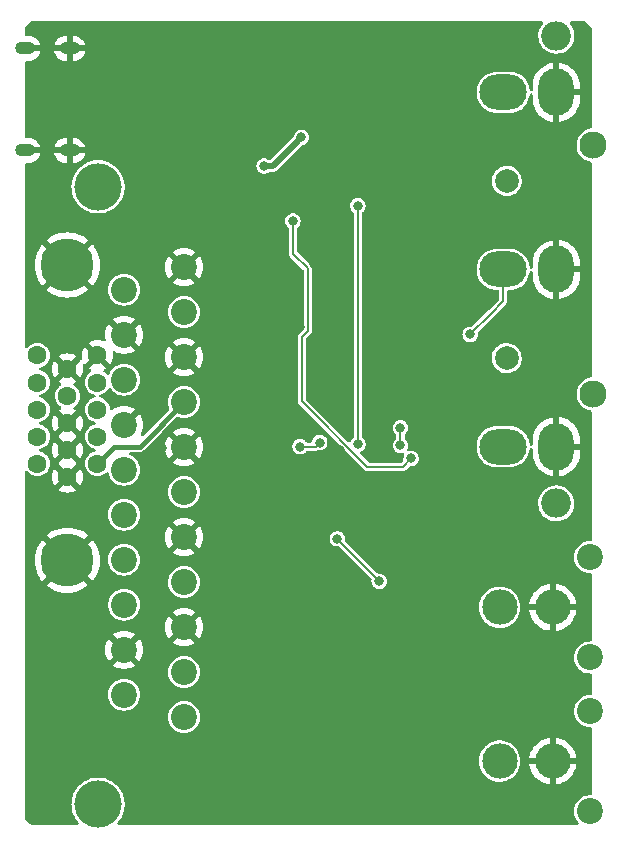
<source format=gbr>
%TF.GenerationSoftware,KiCad,Pcbnew,(6.0.5)*%
%TF.CreationDate,2022-11-10T06:36:34+13:00*%
%TF.ProjectId,RGB-to-component,5247422d-746f-42d6-936f-6d706f6e656e,rev?*%
%TF.SameCoordinates,Original*%
%TF.FileFunction,Copper,L2,Bot*%
%TF.FilePolarity,Positive*%
%FSLAX46Y46*%
G04 Gerber Fmt 4.6, Leading zero omitted, Abs format (unit mm)*
G04 Created by KiCad (PCBNEW (6.0.5)) date 2022-11-10 06:36:34*
%MOMM*%
%LPD*%
G01*
G04 APERTURE LIST*
%TA.AperFunction,ComponentPad*%
%ADD10C,4.000000*%
%TD*%
%TA.AperFunction,ComponentPad*%
%ADD11C,2.200000*%
%TD*%
%TA.AperFunction,ComponentPad*%
%ADD12C,2.000000*%
%TD*%
%TA.AperFunction,ComponentPad*%
%ADD13C,2.300000*%
%TD*%
%TA.AperFunction,ComponentPad*%
%ADD14O,2.500000X2.500000*%
%TD*%
%TA.AperFunction,ComponentPad*%
%ADD15O,4.000000X3.000000*%
%TD*%
%TA.AperFunction,ComponentPad*%
%ADD16O,3.000000X4.000000*%
%TD*%
%TA.AperFunction,ComponentPad*%
%ADD17O,1.700000X1.100000*%
%TD*%
%TA.AperFunction,ComponentPad*%
%ADD18C,1.600000*%
%TD*%
%TA.AperFunction,ComponentPad*%
%ADD19C,4.500000*%
%TD*%
%TA.AperFunction,WasherPad*%
%ADD20C,2.200000*%
%TD*%
%TA.AperFunction,ComponentPad*%
%ADD21O,3.000000X3.000000*%
%TD*%
%TA.AperFunction,ViaPad*%
%ADD22C,0.800000*%
%TD*%
%TA.AperFunction,Conductor*%
%ADD23C,0.150000*%
%TD*%
%TA.AperFunction,Conductor*%
%ADD24C,0.200000*%
%TD*%
%TA.AperFunction,Conductor*%
%ADD25C,0.400000*%
%TD*%
%TA.AperFunction,Conductor*%
%ADD26C,0.500000*%
%TD*%
G04 APERTURE END LIST*
D10*
X27100000Y-107270000D03*
X27100000Y-55000000D03*
D11*
X34380000Y-99905000D03*
X29300000Y-98000000D03*
X34380000Y-96095000D03*
X29300000Y-94190000D03*
X34380000Y-92285000D03*
X29300000Y-90380000D03*
X34380000Y-88475000D03*
X29300000Y-86570000D03*
X34380000Y-84665000D03*
X29300000Y-82760000D03*
X34380000Y-80855000D03*
X29300000Y-78950000D03*
X34380000Y-77045000D03*
X29300000Y-75140000D03*
X34380000Y-73235000D03*
X29300000Y-71330000D03*
X34380000Y-69425000D03*
X29300000Y-67520000D03*
X34380000Y-65615000D03*
X29300000Y-63710000D03*
X34380000Y-61805000D03*
D12*
X61700000Y-54500000D03*
X61700000Y-69500000D03*
D13*
X69044520Y-51466620D03*
D14*
X65900000Y-42200000D03*
D13*
X69044520Y-72533380D03*
D14*
X65900000Y-81800000D03*
D15*
X61400000Y-62000000D03*
X61400000Y-47000000D03*
X61400000Y-77000000D03*
D16*
X65900000Y-47000000D03*
X65900000Y-62000000D03*
X65900000Y-77000000D03*
D17*
X24700000Y-43280000D03*
X20900000Y-43280000D03*
X24700000Y-51920000D03*
X20900000Y-51920000D03*
D18*
X27040000Y-78440000D03*
X27040000Y-76150000D03*
X27040000Y-73860000D03*
X27040000Y-71570000D03*
X27040000Y-69280000D03*
X24500000Y-79580000D03*
X24500000Y-77290000D03*
X24500000Y-75000000D03*
X24500000Y-72710000D03*
D19*
X24500000Y-61620000D03*
D18*
X24500000Y-70420000D03*
D19*
X24500000Y-86620000D03*
D18*
X21960000Y-78440000D03*
X21960000Y-76150000D03*
X21960000Y-73860000D03*
X21960000Y-71570000D03*
X21960000Y-69280000D03*
D20*
X68750000Y-86350000D03*
X68750000Y-94850000D03*
D21*
X61100000Y-90600000D03*
X65600000Y-90600000D03*
D20*
X68750000Y-99370000D03*
X68750000Y-107870000D03*
D21*
X61100000Y-103620000D03*
X65600000Y-103620000D03*
D22*
X42100000Y-79100000D03*
X40300000Y-75800000D03*
X51400000Y-83200000D03*
X53800000Y-85800000D03*
X52300000Y-89200000D03*
X50400000Y-92200000D03*
X48200000Y-95100000D03*
X49600000Y-88400000D03*
X51000000Y-86900000D03*
X49600000Y-85100000D03*
X47900000Y-91600000D03*
X48100000Y-88100000D03*
X42000000Y-93800000D03*
X42000000Y-90600000D03*
X42100000Y-87600000D03*
X50900000Y-88400000D03*
X47350500Y-84800000D03*
X44200000Y-77000000D03*
X45867649Y-76649117D03*
X44312500Y-50812500D03*
X41153970Y-53246029D03*
X29700000Y-44500000D03*
X33000000Y-87100000D03*
X45800000Y-79000000D03*
X50700000Y-55500000D03*
X49900000Y-69600000D03*
X50700000Y-77700000D03*
X48200000Y-60800000D03*
X63500000Y-94800000D03*
X56200000Y-100200000D03*
X50700000Y-74400000D03*
X48100000Y-48500000D03*
X45400000Y-61500000D03*
X36200000Y-102100000D03*
X47300000Y-68000000D03*
X42100000Y-49700000D03*
X37800000Y-62500000D03*
X53800000Y-81500000D03*
X40800000Y-62200000D03*
X45700000Y-63800000D03*
X60200000Y-100900000D03*
X42800000Y-61100000D03*
X27700000Y-79900000D03*
X55200000Y-105000000D03*
X44500000Y-108500000D03*
X47550000Y-77300000D03*
X27700000Y-84700000D03*
X32500000Y-77100000D03*
X46200000Y-54200000D03*
X25400000Y-93800000D03*
X59300000Y-75100000D03*
X32100000Y-98400000D03*
X22700000Y-54600000D03*
X43400000Y-104600000D03*
X30800000Y-84600000D03*
X54500000Y-107200000D03*
X58300000Y-78900000D03*
X36600000Y-107700000D03*
X43500000Y-101900000D03*
X52500000Y-102300000D03*
X41700000Y-54600000D03*
X57400000Y-57400000D03*
X40900000Y-85500000D03*
X37700000Y-45400000D03*
X28600000Y-73100000D03*
X57600000Y-76500000D03*
X48300000Y-58900000D03*
X36300000Y-42100000D03*
X42400000Y-71300000D03*
X47700000Y-50800000D03*
X32100000Y-57800000D03*
X24200000Y-57500000D03*
X26400000Y-50900000D03*
X40900000Y-58000000D03*
X48600000Y-79750000D03*
X37900000Y-47500000D03*
X54700000Y-56800000D03*
X25600000Y-101200000D03*
X33100000Y-82800000D03*
X53800000Y-74200000D03*
X40700000Y-65800000D03*
X56300000Y-74600000D03*
X28155027Y-88554594D03*
X44200000Y-66900000D03*
X46100000Y-72100000D03*
X36300000Y-79400000D03*
X29800000Y-105900000D03*
X51900000Y-80500000D03*
X44100000Y-64000000D03*
X29200000Y-51900000D03*
X44500000Y-59500000D03*
X48100000Y-54200000D03*
X59500000Y-107300000D03*
X31900000Y-80700000D03*
X39100000Y-79800000D03*
X31500000Y-103000000D03*
X36300000Y-86600000D03*
X48300000Y-69600000D03*
X32400000Y-89900000D03*
X32300000Y-48500000D03*
X50700000Y-79600000D03*
X42500000Y-68300000D03*
X36300000Y-104900000D03*
X53200000Y-43900000D03*
X46300000Y-74150000D03*
X48900000Y-44000000D03*
X40300000Y-73400000D03*
X36400000Y-52400000D03*
X36100000Y-44200000D03*
X37700000Y-58000000D03*
X59900000Y-95000000D03*
X46300000Y-59600000D03*
X28000000Y-42200000D03*
X28600000Y-100400000D03*
X53600000Y-78000000D03*
X43600000Y-57900000D03*
X58600000Y-67500000D03*
X49100000Y-56600000D03*
X49100000Y-76800000D03*
X52700000Y-75400000D03*
X52700000Y-76900000D03*
D23*
X47350500Y-84800000D02*
X50900000Y-88349500D01*
X50900000Y-88349500D02*
X50900000Y-88400000D01*
D24*
X45516766Y-77000000D02*
X45867649Y-76649117D01*
X44200000Y-77000000D02*
X45516766Y-77000000D01*
X44850001Y-61912003D02*
X43600000Y-60662002D01*
X44349999Y-67712003D02*
X44850001Y-67212001D01*
X44850001Y-67212001D02*
X44850001Y-61912003D01*
X44349999Y-73149999D02*
X44349999Y-67712003D01*
X43600000Y-60662002D02*
X43600000Y-57900000D01*
X49900000Y-78700000D02*
X44349999Y-73149999D01*
X52900000Y-78700000D02*
X49900000Y-78700000D01*
X53600000Y-78000000D02*
X52900000Y-78700000D01*
D25*
X27040000Y-78440000D02*
X28480000Y-77000000D01*
X30615000Y-77000000D02*
X34380000Y-73235000D01*
X28480000Y-77000000D02*
X30615000Y-77000000D01*
D26*
X41878971Y-53246029D02*
X43912501Y-51212499D01*
X43912501Y-51212499D02*
X44312500Y-50812500D01*
X41153970Y-53246029D02*
X41878971Y-53246029D01*
D23*
X60350000Y-65750000D02*
X61400000Y-64700000D01*
X61400000Y-64700000D02*
X61400000Y-62000000D01*
D24*
X58600000Y-67500000D02*
X60350000Y-65750000D01*
X49100000Y-76234315D02*
X49100000Y-56600000D01*
X49100000Y-76800000D02*
X49100000Y-76234315D01*
X52700000Y-76900000D02*
X52700000Y-75400000D01*
%TA.AperFunction,Conductor*%
G36*
X64719523Y-41020002D02*
G01*
X64766016Y-41073658D01*
X64776120Y-41143932D01*
X64748767Y-41205976D01*
X64647380Y-41329407D01*
X64644838Y-41333775D01*
X64576554Y-41451099D01*
X64524302Y-41540876D01*
X64436617Y-41769303D01*
X64386582Y-42008811D01*
X64386353Y-42013861D01*
X64386352Y-42013866D01*
X64381293Y-42125272D01*
X64375482Y-42253237D01*
X64403605Y-42496294D01*
X64404984Y-42501168D01*
X64404985Y-42501172D01*
X64459287Y-42693072D01*
X64470226Y-42731728D01*
X64472360Y-42736303D01*
X64472362Y-42736310D01*
X64529632Y-42859124D01*
X64573632Y-42953482D01*
X64711161Y-43155851D01*
X64714638Y-43159528D01*
X64714643Y-43159534D01*
X64809333Y-43259665D01*
X64879277Y-43333628D01*
X64883303Y-43336706D01*
X64883304Y-43336707D01*
X65069633Y-43479167D01*
X65069637Y-43479170D01*
X65073653Y-43482240D01*
X65078111Y-43484630D01*
X65078112Y-43484631D01*
X65178531Y-43538475D01*
X65289289Y-43597863D01*
X65520637Y-43677522D01*
X65525620Y-43678383D01*
X65525625Y-43678384D01*
X65684486Y-43705824D01*
X65761745Y-43719169D01*
X65765702Y-43719349D01*
X65765705Y-43719349D01*
X65789637Y-43720436D01*
X65789656Y-43720436D01*
X65791056Y-43720500D01*
X65961485Y-43720500D01*
X65963993Y-43720298D01*
X65963998Y-43720298D01*
X66138848Y-43706230D01*
X66138852Y-43706229D01*
X66143890Y-43705824D01*
X66148798Y-43704618D01*
X66148801Y-43704618D01*
X66376592Y-43648667D01*
X66381506Y-43647460D01*
X66386158Y-43645485D01*
X66386162Y-43645484D01*
X66602076Y-43553834D01*
X66606734Y-43551857D01*
X66683806Y-43503322D01*
X66809500Y-43424168D01*
X66809503Y-43424166D01*
X66813779Y-43421473D01*
X66913420Y-43333628D01*
X66993518Y-43263013D01*
X66993521Y-43263010D01*
X66997315Y-43259665D01*
X67000526Y-43255756D01*
X67149412Y-43074499D01*
X67149414Y-43074496D01*
X67152620Y-43070593D01*
X67220780Y-42953482D01*
X67273156Y-42863492D01*
X67273157Y-42863490D01*
X67275698Y-42859124D01*
X67335500Y-42703334D01*
X67361568Y-42635426D01*
X67361569Y-42635423D01*
X67363383Y-42630697D01*
X67413418Y-42391189D01*
X67417560Y-42299992D01*
X67420333Y-42238910D01*
X67424518Y-42146763D01*
X67418645Y-42096000D01*
X67396977Y-41908739D01*
X67396395Y-41903706D01*
X67359767Y-41774263D01*
X67331152Y-41673141D01*
X67331151Y-41673139D01*
X67329774Y-41668272D01*
X67327640Y-41663697D01*
X67327638Y-41663690D01*
X67228504Y-41451099D01*
X67226368Y-41446518D01*
X67088839Y-41244149D01*
X67058979Y-41212573D01*
X67026707Y-41149335D01*
X67033747Y-41078688D01*
X67077864Y-41023063D01*
X67150527Y-41000000D01*
X68347810Y-41000000D01*
X68415931Y-41020002D01*
X68436905Y-41036905D01*
X68863095Y-41463095D01*
X68897121Y-41525407D01*
X68900000Y-41552190D01*
X68900000Y-49939178D01*
X68879998Y-50007299D01*
X68826342Y-50053792D01*
X68804126Y-50060637D01*
X68804315Y-50061366D01*
X68570979Y-50121928D01*
X68417230Y-50191187D01*
X68356044Y-50218749D01*
X68356041Y-50218750D01*
X68351183Y-50220939D01*
X68151211Y-50355568D01*
X68147354Y-50359247D01*
X68147352Y-50359249D01*
X68131782Y-50374102D01*
X67976782Y-50521965D01*
X67832882Y-50715373D01*
X67830466Y-50720124D01*
X67830464Y-50720128D01*
X67748177Y-50881975D01*
X67723627Y-50930261D01*
X67652141Y-51160486D01*
X67651440Y-51165773D01*
X67651440Y-51165774D01*
X67634594Y-51292879D01*
X67620467Y-51399463D01*
X67620667Y-51404793D01*
X67620667Y-51404794D01*
X67622897Y-51464188D01*
X67629510Y-51640361D01*
X67679014Y-51876292D01*
X67767561Y-52100508D01*
X67892621Y-52306600D01*
X68050616Y-52488674D01*
X68054742Y-52492057D01*
X68054746Y-52492061D01*
X68087890Y-52519237D01*
X68237031Y-52641524D01*
X68241667Y-52644163D01*
X68241670Y-52644165D01*
X68340774Y-52700578D01*
X68446534Y-52760780D01*
X68673135Y-52843033D01*
X68796421Y-52865326D01*
X68859895Y-52897130D01*
X68896098Y-52958202D01*
X68900000Y-52989315D01*
X68900000Y-71005938D01*
X68879998Y-71074059D01*
X68826342Y-71120552D01*
X68804126Y-71127397D01*
X68804315Y-71128126D01*
X68570979Y-71188688D01*
X68417230Y-71257947D01*
X68356044Y-71285509D01*
X68356041Y-71285510D01*
X68351183Y-71287699D01*
X68151211Y-71422328D01*
X67976782Y-71588725D01*
X67832882Y-71782133D01*
X67830466Y-71786884D01*
X67830464Y-71786888D01*
X67726045Y-71992265D01*
X67723627Y-71997021D01*
X67652141Y-72227246D01*
X67651440Y-72232533D01*
X67651440Y-72232534D01*
X67634594Y-72359639D01*
X67620467Y-72466223D01*
X67620667Y-72471553D01*
X67620667Y-72471554D01*
X67621974Y-72506361D01*
X67629510Y-72707121D01*
X67679014Y-72943052D01*
X67767561Y-73167268D01*
X67892621Y-73373360D01*
X67896118Y-73377390D01*
X68044201Y-73548041D01*
X68050616Y-73555434D01*
X68054742Y-73558817D01*
X68054746Y-73558821D01*
X68179489Y-73661103D01*
X68237031Y-73708284D01*
X68241667Y-73710923D01*
X68241670Y-73710925D01*
X68294433Y-73740959D01*
X68446534Y-73827540D01*
X68673135Y-73909793D01*
X68796421Y-73932086D01*
X68859895Y-73963890D01*
X68896098Y-74024962D01*
X68900000Y-74056075D01*
X68900000Y-84869960D01*
X68879998Y-84938081D01*
X68826342Y-84984574D01*
X68763018Y-84995480D01*
X68750000Y-84994341D01*
X68744525Y-84994820D01*
X68744522Y-84994820D01*
X68659473Y-85002261D01*
X68514592Y-85014937D01*
X68509278Y-85016361D01*
X68509277Y-85016361D01*
X68291647Y-85074674D01*
X68291645Y-85074675D01*
X68286337Y-85076097D01*
X68281357Y-85078419D01*
X68281355Y-85078420D01*
X68077152Y-85173642D01*
X68077149Y-85173644D01*
X68072171Y-85175965D01*
X67878599Y-85311505D01*
X67711505Y-85478599D01*
X67575965Y-85672171D01*
X67573644Y-85677149D01*
X67573642Y-85677152D01*
X67563641Y-85698599D01*
X67476097Y-85886337D01*
X67474675Y-85891645D01*
X67474674Y-85891647D01*
X67418484Y-86101355D01*
X67414937Y-86114592D01*
X67394341Y-86350000D01*
X67414937Y-86585408D01*
X67476097Y-86813663D01*
X67478419Y-86818643D01*
X67478420Y-86818645D01*
X67557761Y-86988790D01*
X67575965Y-87027829D01*
X67711505Y-87221401D01*
X67878599Y-87388495D01*
X67883107Y-87391652D01*
X67883110Y-87391654D01*
X67959719Y-87445296D01*
X68072170Y-87524035D01*
X68077152Y-87526358D01*
X68077157Y-87526361D01*
X68260069Y-87611654D01*
X68286337Y-87623903D01*
X68291645Y-87625325D01*
X68291647Y-87625326D01*
X68509277Y-87683639D01*
X68514592Y-87685063D01*
X68659473Y-87697739D01*
X68744522Y-87705180D01*
X68744525Y-87705180D01*
X68750000Y-87705659D01*
X68763018Y-87704520D01*
X68832623Y-87718508D01*
X68883615Y-87767907D01*
X68900000Y-87830040D01*
X68900000Y-93369960D01*
X68879998Y-93438081D01*
X68826342Y-93484574D01*
X68763018Y-93495480D01*
X68750000Y-93494341D01*
X68744525Y-93494820D01*
X68744522Y-93494820D01*
X68659473Y-93502261D01*
X68514592Y-93514937D01*
X68509278Y-93516361D01*
X68509277Y-93516361D01*
X68291647Y-93574674D01*
X68291645Y-93574675D01*
X68286337Y-93576097D01*
X68281357Y-93578419D01*
X68281355Y-93578420D01*
X68077152Y-93673642D01*
X68077149Y-93673644D01*
X68072171Y-93675965D01*
X67878599Y-93811505D01*
X67711505Y-93978599D01*
X67575965Y-94172171D01*
X67573644Y-94177149D01*
X67573642Y-94177152D01*
X67478420Y-94381355D01*
X67476097Y-94386337D01*
X67474675Y-94391645D01*
X67474674Y-94391647D01*
X67459806Y-94447137D01*
X67414937Y-94614592D01*
X67394341Y-94850000D01*
X67414937Y-95085408D01*
X67416361Y-95090722D01*
X67416361Y-95090723D01*
X67426040Y-95126844D01*
X67476097Y-95313663D01*
X67478419Y-95318643D01*
X67478420Y-95318645D01*
X67564406Y-95503040D01*
X67575965Y-95527829D01*
X67711505Y-95721401D01*
X67878599Y-95888495D01*
X67883107Y-95891652D01*
X67883110Y-95891654D01*
X68067661Y-96020878D01*
X68072170Y-96024035D01*
X68077152Y-96026358D01*
X68077157Y-96026361D01*
X68281355Y-96121580D01*
X68286337Y-96123903D01*
X68291645Y-96125325D01*
X68291647Y-96125326D01*
X68509277Y-96183639D01*
X68514592Y-96185063D01*
X68659473Y-96197739D01*
X68744522Y-96205180D01*
X68744525Y-96205180D01*
X68750000Y-96205659D01*
X68763018Y-96204520D01*
X68832623Y-96218508D01*
X68883615Y-96267907D01*
X68900000Y-96330040D01*
X68900000Y-97889960D01*
X68879998Y-97958081D01*
X68826342Y-98004574D01*
X68763018Y-98015480D01*
X68750000Y-98014341D01*
X68744525Y-98014820D01*
X68744522Y-98014820D01*
X68659473Y-98022261D01*
X68514592Y-98034937D01*
X68509278Y-98036361D01*
X68509277Y-98036361D01*
X68291647Y-98094674D01*
X68291645Y-98094675D01*
X68286337Y-98096097D01*
X68281357Y-98098419D01*
X68281355Y-98098420D01*
X68077152Y-98193642D01*
X68077149Y-98193644D01*
X68072171Y-98195965D01*
X67878599Y-98331505D01*
X67711505Y-98498599D01*
X67575965Y-98692171D01*
X67573644Y-98697149D01*
X67573642Y-98697152D01*
X67556403Y-98734122D01*
X67476097Y-98906337D01*
X67474675Y-98911645D01*
X67474674Y-98911647D01*
X67441730Y-99034598D01*
X67414937Y-99134592D01*
X67394341Y-99370000D01*
X67414937Y-99605408D01*
X67476097Y-99833663D01*
X67575965Y-100047829D01*
X67711505Y-100241401D01*
X67878599Y-100408495D01*
X67883107Y-100411652D01*
X67883110Y-100411654D01*
X68067661Y-100540878D01*
X68072170Y-100544035D01*
X68077152Y-100546358D01*
X68077157Y-100546361D01*
X68281355Y-100641580D01*
X68286337Y-100643903D01*
X68291645Y-100645325D01*
X68291647Y-100645326D01*
X68509277Y-100703639D01*
X68514592Y-100705063D01*
X68659473Y-100717739D01*
X68744522Y-100725180D01*
X68744525Y-100725180D01*
X68750000Y-100725659D01*
X68763018Y-100724520D01*
X68832623Y-100738508D01*
X68883615Y-100787907D01*
X68900000Y-100850040D01*
X68900000Y-106389960D01*
X68879998Y-106458081D01*
X68826342Y-106504574D01*
X68763018Y-106515480D01*
X68750000Y-106514341D01*
X68744525Y-106514820D01*
X68744522Y-106514820D01*
X68659473Y-106522261D01*
X68514592Y-106534937D01*
X68509278Y-106536361D01*
X68509277Y-106536361D01*
X68291647Y-106594674D01*
X68291645Y-106594675D01*
X68286337Y-106596097D01*
X68281357Y-106598419D01*
X68281355Y-106598420D01*
X68077152Y-106693642D01*
X68077149Y-106693644D01*
X68072171Y-106695965D01*
X67878599Y-106831505D01*
X67711505Y-106998599D01*
X67575965Y-107192171D01*
X67573644Y-107197149D01*
X67573642Y-107197152D01*
X67478420Y-107401355D01*
X67476097Y-107406337D01*
X67474675Y-107411645D01*
X67474674Y-107411647D01*
X67433750Y-107564380D01*
X67414937Y-107634592D01*
X67394341Y-107870000D01*
X67414937Y-108105408D01*
X67476097Y-108333663D01*
X67575965Y-108547829D01*
X67711505Y-108741401D01*
X67755009Y-108784905D01*
X67789035Y-108847217D01*
X67783970Y-108918032D01*
X67741423Y-108974868D01*
X67674903Y-108999679D01*
X67665914Y-109000000D01*
X28854243Y-109000000D01*
X28786122Y-108979998D01*
X28739629Y-108926342D01*
X28729525Y-108856068D01*
X28759511Y-108790922D01*
X28886555Y-108646057D01*
X28886559Y-108646051D01*
X28889273Y-108642957D01*
X29053172Y-108397664D01*
X29087353Y-108328353D01*
X29181830Y-108136772D01*
X29181831Y-108136770D01*
X29183652Y-108133077D01*
X29191240Y-108110723D01*
X29277154Y-107857632D01*
X29277155Y-107857628D01*
X29278481Y-107853722D01*
X29323126Y-107629277D01*
X29335230Y-107568423D01*
X29335230Y-107568420D01*
X29336034Y-107564380D01*
X29346720Y-107401355D01*
X29355059Y-107274119D01*
X29355329Y-107270000D01*
X29350228Y-107192171D01*
X29336304Y-106979735D01*
X29336303Y-106979731D01*
X29336034Y-106975620D01*
X29306740Y-106828346D01*
X29279287Y-106690328D01*
X29279285Y-106690322D01*
X29278481Y-106686278D01*
X29247869Y-106596097D01*
X29184976Y-106410823D01*
X29184975Y-106410821D01*
X29183652Y-106406923D01*
X29053172Y-106142336D01*
X28889273Y-105897043D01*
X28886559Y-105893949D01*
X28886555Y-105893943D01*
X28697467Y-105678331D01*
X28694758Y-105675242D01*
X28620198Y-105609854D01*
X28476057Y-105483445D01*
X28476051Y-105483441D01*
X28472957Y-105480727D01*
X28469527Y-105478435D01*
X28469526Y-105478434D01*
X28231098Y-105319122D01*
X28227665Y-105316828D01*
X28223966Y-105315004D01*
X28223961Y-105315001D01*
X27966772Y-105188170D01*
X27966770Y-105188169D01*
X27963077Y-105186348D01*
X27959177Y-105185024D01*
X27687632Y-105092846D01*
X27687628Y-105092845D01*
X27683722Y-105091519D01*
X27679678Y-105090715D01*
X27679672Y-105090713D01*
X27398423Y-105034770D01*
X27398420Y-105034770D01*
X27394380Y-105033966D01*
X27390269Y-105033697D01*
X27390265Y-105033696D01*
X27104119Y-105014941D01*
X27100000Y-105014671D01*
X27095881Y-105014941D01*
X26809735Y-105033696D01*
X26809731Y-105033697D01*
X26805620Y-105033966D01*
X26801580Y-105034770D01*
X26801577Y-105034770D01*
X26520328Y-105090713D01*
X26520322Y-105090715D01*
X26516278Y-105091519D01*
X26512372Y-105092845D01*
X26512368Y-105092846D01*
X26240823Y-105185024D01*
X26236923Y-105186348D01*
X26233230Y-105188169D01*
X26233228Y-105188170D01*
X25976040Y-105315001D01*
X25976035Y-105315004D01*
X25972336Y-105316828D01*
X25727043Y-105480727D01*
X25723949Y-105483441D01*
X25723943Y-105483445D01*
X25579802Y-105609854D01*
X25505242Y-105675242D01*
X25502533Y-105678331D01*
X25313445Y-105893943D01*
X25313441Y-105893949D01*
X25310727Y-105897043D01*
X25146828Y-106142336D01*
X25016348Y-106406923D01*
X25015025Y-106410821D01*
X25015024Y-106410823D01*
X24952132Y-106596097D01*
X24921519Y-106686278D01*
X24920715Y-106690322D01*
X24920713Y-106690328D01*
X24893260Y-106828346D01*
X24863966Y-106975620D01*
X24863697Y-106979731D01*
X24863696Y-106979735D01*
X24849772Y-107192171D01*
X24844671Y-107270000D01*
X24844941Y-107274119D01*
X24853281Y-107401355D01*
X24863966Y-107564380D01*
X24864770Y-107568420D01*
X24864770Y-107568423D01*
X24876875Y-107629277D01*
X24921519Y-107853722D01*
X24922845Y-107857628D01*
X24922846Y-107857632D01*
X25008760Y-108110723D01*
X25016348Y-108133077D01*
X25018169Y-108136770D01*
X25018170Y-108136772D01*
X25112648Y-108328353D01*
X25146828Y-108397664D01*
X25310727Y-108642957D01*
X25313441Y-108646051D01*
X25313445Y-108646057D01*
X25440489Y-108790922D01*
X25470366Y-108855327D01*
X25460680Y-108925659D01*
X25414507Y-108979591D01*
X25345757Y-109000000D01*
X21452190Y-109000000D01*
X21384069Y-108979998D01*
X21363095Y-108963095D01*
X20936905Y-108536905D01*
X20902879Y-108474593D01*
X20900000Y-108447810D01*
X20900000Y-103574049D01*
X59345194Y-103574049D01*
X59357677Y-103833930D01*
X59408435Y-104089112D01*
X59496355Y-104333989D01*
X59619504Y-104563180D01*
X59622299Y-104566923D01*
X59622301Y-104566926D01*
X59772385Y-104767913D01*
X59772390Y-104767919D01*
X59775177Y-104771651D01*
X59778486Y-104774931D01*
X59778491Y-104774937D01*
X59927031Y-104922186D01*
X59959954Y-104954823D01*
X59963716Y-104957581D01*
X59963719Y-104957584D01*
X60076332Y-105040155D01*
X60169775Y-105108670D01*
X60173910Y-105110846D01*
X60173914Y-105110848D01*
X60299774Y-105177066D01*
X60400033Y-105229815D01*
X60645667Y-105315594D01*
X60650260Y-105316466D01*
X60896693Y-105363253D01*
X60896696Y-105363253D01*
X60901282Y-105364124D01*
X61031272Y-105369231D01*
X61156595Y-105374156D01*
X61156601Y-105374156D01*
X61161263Y-105374339D01*
X61262489Y-105363253D01*
X61415245Y-105346524D01*
X61415250Y-105346523D01*
X61419898Y-105346014D01*
X61424422Y-105344823D01*
X61666982Y-105280962D01*
X61666984Y-105280961D01*
X61671505Y-105279771D01*
X61675802Y-105277925D01*
X61906263Y-105178911D01*
X61906265Y-105178910D01*
X61910557Y-105177066D01*
X62131803Y-105040155D01*
X62330382Y-104872046D01*
X62501931Y-104676431D01*
X62642683Y-104457608D01*
X62749544Y-104220385D01*
X62770812Y-104144974D01*
X62818898Y-103974476D01*
X62818899Y-103974473D01*
X62820168Y-103969972D01*
X62829911Y-103893388D01*
X63607325Y-103893388D01*
X63655065Y-104136722D01*
X63657276Y-104144974D01*
X63743184Y-104395894D01*
X63746499Y-104403779D01*
X63865664Y-104640713D01*
X63870020Y-104648079D01*
X64020236Y-104866643D01*
X64025554Y-104873353D01*
X64204042Y-105069508D01*
X64210218Y-105075431D01*
X64413683Y-105245554D01*
X64420597Y-105250578D01*
X64645272Y-105391515D01*
X64652807Y-105395556D01*
X64894520Y-105504694D01*
X64902551Y-105507680D01*
X65156832Y-105583002D01*
X65165184Y-105584869D01*
X65328090Y-105609796D01*
X65341877Y-105607941D01*
X65346000Y-105594132D01*
X65346000Y-105593829D01*
X65854000Y-105593829D01*
X65858105Y-105607811D01*
X65871271Y-105609854D01*
X65972880Y-105597558D01*
X65981288Y-105595954D01*
X66237824Y-105528653D01*
X66245926Y-105525926D01*
X66490949Y-105424434D01*
X66498617Y-105420628D01*
X66727598Y-105286822D01*
X66734679Y-105282009D01*
X66943373Y-105118373D01*
X66949743Y-105112638D01*
X67134303Y-104922186D01*
X67139823Y-104915655D01*
X67296834Y-104701909D01*
X67301418Y-104694686D01*
X67427962Y-104461621D01*
X67431530Y-104453827D01*
X67525271Y-104205750D01*
X67527748Y-104197544D01*
X67586954Y-103939038D01*
X67588294Y-103930578D01*
X67591733Y-103892044D01*
X67588762Y-103877125D01*
X67576952Y-103874000D01*
X65872115Y-103874000D01*
X65856876Y-103878475D01*
X65855671Y-103879865D01*
X65854000Y-103887548D01*
X65854000Y-105593829D01*
X65346000Y-105593829D01*
X65346000Y-103892115D01*
X65341525Y-103876876D01*
X65340135Y-103875671D01*
X65332452Y-103874000D01*
X63621636Y-103874000D01*
X63609179Y-103877658D01*
X63607325Y-103893388D01*
X62829911Y-103893388D01*
X62852604Y-103715001D01*
X62852604Y-103714997D01*
X62853002Y-103711871D01*
X62855408Y-103620000D01*
X62836126Y-103360534D01*
X62833276Y-103347938D01*
X63607171Y-103347938D01*
X63610341Y-103363030D01*
X63621804Y-103366000D01*
X65327885Y-103366000D01*
X65343124Y-103361525D01*
X65344329Y-103360135D01*
X65346000Y-103352452D01*
X65346000Y-103347885D01*
X65854000Y-103347885D01*
X65858475Y-103363124D01*
X65859865Y-103364329D01*
X65867548Y-103366000D01*
X67577261Y-103366000D01*
X67592252Y-103361598D01*
X67594275Y-103350490D01*
X67593200Y-103342647D01*
X67539419Y-103082944D01*
X67537120Y-103074709D01*
X67448588Y-102824705D01*
X67445191Y-102816854D01*
X67323550Y-102581178D01*
X67319122Y-102573866D01*
X67166619Y-102356877D01*
X67161236Y-102350231D01*
X66980703Y-102155954D01*
X66974463Y-102150094D01*
X66769233Y-101982114D01*
X66762261Y-101977160D01*
X66536122Y-101838582D01*
X66528552Y-101834624D01*
X66285704Y-101728022D01*
X66277644Y-101725120D01*
X66022590Y-101652466D01*
X66014215Y-101650686D01*
X65871935Y-101630437D01*
X65857949Y-101632468D01*
X65854000Y-101645953D01*
X65854000Y-103347885D01*
X65346000Y-103347885D01*
X65346000Y-101646197D01*
X65341956Y-101632426D01*
X65328417Y-101630397D01*
X65206433Y-101646456D01*
X65198035Y-101648149D01*
X64942238Y-101718127D01*
X64934143Y-101720946D01*
X64690199Y-101824997D01*
X64682577Y-101828881D01*
X64455014Y-101965075D01*
X64447976Y-101969966D01*
X64241015Y-102135773D01*
X64234699Y-102141581D01*
X64052144Y-102333953D01*
X64046694Y-102340542D01*
X63891936Y-102555910D01*
X63887414Y-102563204D01*
X63763325Y-102797567D01*
X63759839Y-102805395D01*
X63668700Y-103054446D01*
X63666311Y-103062670D01*
X63609812Y-103321792D01*
X63608562Y-103330259D01*
X63607171Y-103347938D01*
X62833276Y-103347938D01*
X62778705Y-103106768D01*
X62766238Y-103074709D01*
X62686098Y-102868630D01*
X62686097Y-102868628D01*
X62684405Y-102864277D01*
X62555299Y-102638388D01*
X62394223Y-102434064D01*
X62204714Y-102255792D01*
X61990937Y-102107489D01*
X61986747Y-102105423D01*
X61986744Y-102105421D01*
X61761775Y-101994479D01*
X61761772Y-101994478D01*
X61757587Y-101992414D01*
X61509792Y-101913094D01*
X61369569Y-101890257D01*
X61257606Y-101872023D01*
X61257605Y-101872023D01*
X61252994Y-101871272D01*
X61122914Y-101869569D01*
X60997512Y-101867927D01*
X60997509Y-101867927D01*
X60992835Y-101867866D01*
X60735030Y-101902952D01*
X60485243Y-101975758D01*
X60480990Y-101977718D01*
X60480989Y-101977719D01*
X60444634Y-101994479D01*
X60248961Y-102084686D01*
X60245056Y-102087246D01*
X60245051Y-102087249D01*
X60035288Y-102224775D01*
X60035283Y-102224779D01*
X60031375Y-102227341D01*
X59934320Y-102313966D01*
X59893689Y-102350231D01*
X59837265Y-102400591D01*
X59670895Y-102600629D01*
X59535920Y-102823061D01*
X59534111Y-102827375D01*
X59534110Y-102827377D01*
X59520338Y-102860221D01*
X59435305Y-103063001D01*
X59434154Y-103067533D01*
X59434153Y-103067536D01*
X59430240Y-103082944D01*
X59371261Y-103315177D01*
X59345194Y-103574049D01*
X20900000Y-103574049D01*
X20900000Y-99905000D01*
X33024341Y-99905000D01*
X33044937Y-100140408D01*
X33046361Y-100145722D01*
X33046361Y-100145723D01*
X33071998Y-100241401D01*
X33106097Y-100368663D01*
X33108419Y-100373643D01*
X33108420Y-100373645D01*
X33188960Y-100546361D01*
X33205965Y-100582829D01*
X33341505Y-100776401D01*
X33508599Y-100943495D01*
X33513107Y-100946652D01*
X33513110Y-100946654D01*
X33697661Y-101075878D01*
X33702170Y-101079035D01*
X33707152Y-101081358D01*
X33707157Y-101081361D01*
X33911355Y-101176580D01*
X33916337Y-101178903D01*
X33921645Y-101180325D01*
X33921647Y-101180326D01*
X34139277Y-101238639D01*
X34144592Y-101240063D01*
X34380000Y-101260659D01*
X34615408Y-101240063D01*
X34620723Y-101238639D01*
X34838353Y-101180326D01*
X34838355Y-101180325D01*
X34843663Y-101178903D01*
X34848645Y-101176580D01*
X35052843Y-101081361D01*
X35052848Y-101081358D01*
X35057830Y-101079035D01*
X35062339Y-101075878D01*
X35246890Y-100946654D01*
X35246893Y-100946652D01*
X35251401Y-100943495D01*
X35418495Y-100776401D01*
X35554035Y-100582829D01*
X35571041Y-100546361D01*
X35651580Y-100373645D01*
X35651581Y-100373643D01*
X35653903Y-100368663D01*
X35688003Y-100241401D01*
X35713639Y-100145723D01*
X35713639Y-100145722D01*
X35715063Y-100140408D01*
X35735659Y-99905000D01*
X35715063Y-99669592D01*
X35653903Y-99441337D01*
X35618085Y-99364525D01*
X35556358Y-99232152D01*
X35556356Y-99232149D01*
X35554035Y-99227171D01*
X35418495Y-99033599D01*
X35251401Y-98866505D01*
X35246893Y-98863348D01*
X35246890Y-98863346D01*
X35062339Y-98734122D01*
X35062336Y-98734120D01*
X35057830Y-98730965D01*
X35052848Y-98728642D01*
X35052843Y-98728639D01*
X34848645Y-98633420D01*
X34848644Y-98633419D01*
X34843663Y-98631097D01*
X34838355Y-98629675D01*
X34838353Y-98629674D01*
X34620723Y-98571361D01*
X34620722Y-98571361D01*
X34615408Y-98569937D01*
X34380000Y-98549341D01*
X34144592Y-98569937D01*
X34139278Y-98571361D01*
X34139277Y-98571361D01*
X33921647Y-98629674D01*
X33921645Y-98629675D01*
X33916337Y-98631097D01*
X33911357Y-98633419D01*
X33911355Y-98633420D01*
X33707152Y-98728642D01*
X33707149Y-98728644D01*
X33702171Y-98730965D01*
X33508599Y-98866505D01*
X33341505Y-99033599D01*
X33205965Y-99227171D01*
X33203644Y-99232149D01*
X33203642Y-99232152D01*
X33141915Y-99364525D01*
X33106097Y-99441337D01*
X33044937Y-99669592D01*
X33024341Y-99905000D01*
X20900000Y-99905000D01*
X20900000Y-98000000D01*
X27944341Y-98000000D01*
X27964937Y-98235408D01*
X28026097Y-98463663D01*
X28028419Y-98468643D01*
X28028420Y-98468645D01*
X28105257Y-98633420D01*
X28125965Y-98677829D01*
X28261505Y-98871401D01*
X28428599Y-99038495D01*
X28433107Y-99041652D01*
X28433110Y-99041654D01*
X28617661Y-99170878D01*
X28622170Y-99174035D01*
X28627152Y-99176358D01*
X28627157Y-99176361D01*
X28831355Y-99271580D01*
X28836337Y-99273903D01*
X28841645Y-99275325D01*
X28841647Y-99275326D01*
X29059277Y-99333639D01*
X29064592Y-99335063D01*
X29300000Y-99355659D01*
X29535408Y-99335063D01*
X29540723Y-99333639D01*
X29758353Y-99275326D01*
X29758355Y-99275325D01*
X29763663Y-99273903D01*
X29768645Y-99271580D01*
X29972843Y-99176361D01*
X29972848Y-99176358D01*
X29977830Y-99174035D01*
X29982339Y-99170878D01*
X30166890Y-99041654D01*
X30166893Y-99041652D01*
X30171401Y-99038495D01*
X30338495Y-98871401D01*
X30474035Y-98677829D01*
X30494744Y-98633420D01*
X30571580Y-98468645D01*
X30571581Y-98468643D01*
X30573903Y-98463663D01*
X30635063Y-98235408D01*
X30655659Y-98000000D01*
X30635063Y-97764592D01*
X30573903Y-97536337D01*
X30571580Y-97531355D01*
X30476358Y-97327152D01*
X30476356Y-97327149D01*
X30474035Y-97322171D01*
X30338495Y-97128599D01*
X30171401Y-96961505D01*
X30166893Y-96958348D01*
X30166890Y-96958346D01*
X29982339Y-96829122D01*
X29982336Y-96829120D01*
X29977830Y-96825965D01*
X29972848Y-96823642D01*
X29972843Y-96823639D01*
X29768645Y-96728420D01*
X29768644Y-96728419D01*
X29763663Y-96726097D01*
X29758355Y-96724675D01*
X29758353Y-96724674D01*
X29540723Y-96666361D01*
X29540722Y-96666361D01*
X29535408Y-96664937D01*
X29300000Y-96644341D01*
X29064592Y-96664937D01*
X29059278Y-96666361D01*
X29059277Y-96666361D01*
X28841647Y-96724674D01*
X28841645Y-96724675D01*
X28836337Y-96726097D01*
X28831357Y-96728419D01*
X28831355Y-96728420D01*
X28627152Y-96823642D01*
X28627149Y-96823644D01*
X28622171Y-96825965D01*
X28428599Y-96961505D01*
X28261505Y-97128599D01*
X28125965Y-97322171D01*
X28123644Y-97327149D01*
X28123642Y-97327152D01*
X28028420Y-97531355D01*
X28026097Y-97536337D01*
X27964937Y-97764592D01*
X27944341Y-98000000D01*
X20900000Y-98000000D01*
X20900000Y-96095000D01*
X33024341Y-96095000D01*
X33044937Y-96330408D01*
X33106097Y-96558663D01*
X33108419Y-96563643D01*
X33108420Y-96563645D01*
X33185257Y-96728420D01*
X33205965Y-96772829D01*
X33341505Y-96966401D01*
X33508599Y-97133495D01*
X33513107Y-97136652D01*
X33513110Y-97136654D01*
X33697661Y-97265878D01*
X33702170Y-97269035D01*
X33707152Y-97271358D01*
X33707157Y-97271361D01*
X33911355Y-97366580D01*
X33916337Y-97368903D01*
X33921645Y-97370325D01*
X33921647Y-97370326D01*
X34139277Y-97428639D01*
X34144592Y-97430063D01*
X34380000Y-97450659D01*
X34615408Y-97430063D01*
X34620723Y-97428639D01*
X34838353Y-97370326D01*
X34838355Y-97370325D01*
X34843663Y-97368903D01*
X34848645Y-97366580D01*
X35052843Y-97271361D01*
X35052848Y-97271358D01*
X35057830Y-97269035D01*
X35062339Y-97265878D01*
X35246890Y-97136654D01*
X35246893Y-97136652D01*
X35251401Y-97133495D01*
X35418495Y-96966401D01*
X35554035Y-96772829D01*
X35574744Y-96728420D01*
X35651580Y-96563645D01*
X35651581Y-96563643D01*
X35653903Y-96558663D01*
X35715063Y-96330408D01*
X35735659Y-96095000D01*
X35715063Y-95859592D01*
X35653903Y-95631337D01*
X35605636Y-95527829D01*
X35556358Y-95422152D01*
X35556356Y-95422149D01*
X35554035Y-95417171D01*
X35418495Y-95223599D01*
X35251401Y-95056505D01*
X35246893Y-95053348D01*
X35246890Y-95053346D01*
X35062339Y-94924122D01*
X35062336Y-94924120D01*
X35057830Y-94920965D01*
X35052848Y-94918642D01*
X35052843Y-94918639D01*
X34848645Y-94823420D01*
X34848644Y-94823419D01*
X34843663Y-94821097D01*
X34838355Y-94819675D01*
X34838353Y-94819674D01*
X34620723Y-94761361D01*
X34620722Y-94761361D01*
X34615408Y-94759937D01*
X34380000Y-94739341D01*
X34144592Y-94759937D01*
X34139278Y-94761361D01*
X34139277Y-94761361D01*
X33921647Y-94819674D01*
X33921645Y-94819675D01*
X33916337Y-94821097D01*
X33911357Y-94823419D01*
X33911355Y-94823420D01*
X33707152Y-94918642D01*
X33707149Y-94918644D01*
X33702171Y-94920965D01*
X33508599Y-95056505D01*
X33341505Y-95223599D01*
X33205965Y-95417171D01*
X33203644Y-95422149D01*
X33203642Y-95422152D01*
X33154364Y-95527829D01*
X33106097Y-95631337D01*
X33044937Y-95859592D01*
X33024341Y-96095000D01*
X20900000Y-96095000D01*
X20900000Y-95495390D01*
X28359440Y-95495390D01*
X28365167Y-95503040D01*
X28563506Y-95624583D01*
X28572300Y-95629064D01*
X28796991Y-95722134D01*
X28806376Y-95725183D01*
X29042863Y-95781959D01*
X29052610Y-95783502D01*
X29295070Y-95802584D01*
X29304930Y-95802584D01*
X29547390Y-95783502D01*
X29557137Y-95781959D01*
X29793624Y-95725183D01*
X29803009Y-95722134D01*
X30027700Y-95629064D01*
X30036494Y-95624583D01*
X30231167Y-95505287D01*
X30240627Y-95494830D01*
X30236844Y-95486054D01*
X29312812Y-94562022D01*
X29298868Y-94554408D01*
X29297035Y-94554539D01*
X29290420Y-94558790D01*
X28366200Y-95483010D01*
X28359440Y-95495390D01*
X20900000Y-95495390D01*
X20900000Y-94194930D01*
X27687416Y-94194930D01*
X27706498Y-94437390D01*
X27708041Y-94447137D01*
X27764817Y-94683624D01*
X27767866Y-94693009D01*
X27860936Y-94917700D01*
X27865417Y-94926494D01*
X27984713Y-95121167D01*
X27995170Y-95130627D01*
X28003946Y-95126844D01*
X28927978Y-94202812D01*
X28934356Y-94191132D01*
X29664408Y-94191132D01*
X29664539Y-94192965D01*
X29668790Y-94199580D01*
X30593010Y-95123800D01*
X30605390Y-95130560D01*
X30613040Y-95124833D01*
X30734583Y-94926494D01*
X30739064Y-94917700D01*
X30832134Y-94693009D01*
X30835183Y-94683624D01*
X30891959Y-94447137D01*
X30893502Y-94437390D01*
X30912584Y-94194930D01*
X30912584Y-94185070D01*
X30893502Y-93942610D01*
X30891959Y-93932863D01*
X30835183Y-93696376D01*
X30832134Y-93686991D01*
X30792121Y-93590390D01*
X33439440Y-93590390D01*
X33445167Y-93598040D01*
X33643506Y-93719583D01*
X33652300Y-93724064D01*
X33876991Y-93817134D01*
X33886376Y-93820183D01*
X34122863Y-93876959D01*
X34132610Y-93878502D01*
X34375070Y-93897584D01*
X34384930Y-93897584D01*
X34627390Y-93878502D01*
X34637137Y-93876959D01*
X34873624Y-93820183D01*
X34883009Y-93817134D01*
X35107700Y-93724064D01*
X35116494Y-93719583D01*
X35311167Y-93600287D01*
X35320627Y-93589830D01*
X35316844Y-93581054D01*
X34392812Y-92657022D01*
X34378868Y-92649408D01*
X34377035Y-92649539D01*
X34370420Y-92653790D01*
X33446200Y-93578010D01*
X33439440Y-93590390D01*
X30792121Y-93590390D01*
X30739064Y-93462300D01*
X30734583Y-93453506D01*
X30615287Y-93258833D01*
X30604830Y-93249373D01*
X30596054Y-93253156D01*
X29672022Y-94177188D01*
X29664408Y-94191132D01*
X28934356Y-94191132D01*
X28935592Y-94188868D01*
X28935461Y-94187035D01*
X28931210Y-94180420D01*
X28006990Y-93256200D01*
X27994610Y-93249440D01*
X27986960Y-93255167D01*
X27865417Y-93453506D01*
X27860936Y-93462300D01*
X27767866Y-93686991D01*
X27764817Y-93696376D01*
X27708041Y-93932863D01*
X27706498Y-93942610D01*
X27687416Y-94185070D01*
X27687416Y-94194930D01*
X20900000Y-94194930D01*
X20900000Y-92885170D01*
X28359373Y-92885170D01*
X28363156Y-92893946D01*
X29287188Y-93817978D01*
X29301132Y-93825592D01*
X29302965Y-93825461D01*
X29309580Y-93821210D01*
X30233800Y-92896990D01*
X30240560Y-92884610D01*
X30234833Y-92876960D01*
X30036494Y-92755417D01*
X30027700Y-92750936D01*
X29803009Y-92657866D01*
X29793624Y-92654817D01*
X29557137Y-92598041D01*
X29547390Y-92596498D01*
X29304930Y-92577416D01*
X29295070Y-92577416D01*
X29052610Y-92596498D01*
X29042863Y-92598041D01*
X28806376Y-92654817D01*
X28796991Y-92657866D01*
X28572300Y-92750936D01*
X28563506Y-92755417D01*
X28368833Y-92874713D01*
X28359373Y-92885170D01*
X20900000Y-92885170D01*
X20900000Y-92289930D01*
X32767416Y-92289930D01*
X32786498Y-92532390D01*
X32788041Y-92542137D01*
X32844817Y-92778624D01*
X32847866Y-92788009D01*
X32940936Y-93012700D01*
X32945417Y-93021494D01*
X33064713Y-93216167D01*
X33075170Y-93225627D01*
X33083946Y-93221844D01*
X34007978Y-92297812D01*
X34014356Y-92286132D01*
X34744408Y-92286132D01*
X34744539Y-92287965D01*
X34748790Y-92294580D01*
X35673010Y-93218800D01*
X35685390Y-93225560D01*
X35693040Y-93219833D01*
X35814583Y-93021494D01*
X35819064Y-93012700D01*
X35912134Y-92788009D01*
X35915183Y-92778624D01*
X35971959Y-92542137D01*
X35973502Y-92532390D01*
X35992584Y-92289930D01*
X35992584Y-92280070D01*
X35973502Y-92037610D01*
X35971959Y-92027863D01*
X35915183Y-91791376D01*
X35912134Y-91781991D01*
X35819064Y-91557300D01*
X35814583Y-91548506D01*
X35695287Y-91353833D01*
X35684830Y-91344373D01*
X35676054Y-91348156D01*
X34752022Y-92272188D01*
X34744408Y-92286132D01*
X34014356Y-92286132D01*
X34015592Y-92283868D01*
X34015461Y-92282035D01*
X34011210Y-92275420D01*
X33086990Y-91351200D01*
X33074610Y-91344440D01*
X33066960Y-91350167D01*
X32945417Y-91548506D01*
X32940936Y-91557300D01*
X32847866Y-91781991D01*
X32844817Y-91791376D01*
X32788041Y-92027863D01*
X32786498Y-92037610D01*
X32767416Y-92280070D01*
X32767416Y-92289930D01*
X20900000Y-92289930D01*
X20900000Y-90380000D01*
X27944341Y-90380000D01*
X27964937Y-90615408D01*
X27966361Y-90620722D01*
X27966361Y-90620723D01*
X27986264Y-90695001D01*
X28026097Y-90843663D01*
X28028419Y-90848643D01*
X28028420Y-90848645D01*
X28095264Y-90991990D01*
X28125965Y-91057829D01*
X28261505Y-91251401D01*
X28428599Y-91418495D01*
X28433107Y-91421652D01*
X28433110Y-91421654D01*
X28617661Y-91550878D01*
X28622170Y-91554035D01*
X28627152Y-91556358D01*
X28627157Y-91556361D01*
X28780957Y-91628079D01*
X28836337Y-91653903D01*
X28841645Y-91655325D01*
X28841647Y-91655326D01*
X29059277Y-91713639D01*
X29064592Y-91715063D01*
X29300000Y-91735659D01*
X29535408Y-91715063D01*
X29540723Y-91713639D01*
X29758353Y-91655326D01*
X29758355Y-91655325D01*
X29763663Y-91653903D01*
X29819043Y-91628079D01*
X29972843Y-91556361D01*
X29972848Y-91556358D01*
X29977830Y-91554035D01*
X29982339Y-91550878D01*
X30166890Y-91421654D01*
X30166893Y-91421652D01*
X30171401Y-91418495D01*
X30338495Y-91251401D01*
X30474035Y-91057829D01*
X30504737Y-90991990D01*
X30510249Y-90980170D01*
X33439373Y-90980170D01*
X33443156Y-90988946D01*
X34367188Y-91912978D01*
X34381132Y-91920592D01*
X34382965Y-91920461D01*
X34389580Y-91916210D01*
X35313800Y-90991990D01*
X35320560Y-90979610D01*
X35314833Y-90971960D01*
X35116494Y-90850417D01*
X35107700Y-90845936D01*
X34883009Y-90752866D01*
X34873624Y-90749817D01*
X34637137Y-90693041D01*
X34627390Y-90691498D01*
X34384930Y-90672416D01*
X34375070Y-90672416D01*
X34132610Y-90691498D01*
X34122863Y-90693041D01*
X33886376Y-90749817D01*
X33876991Y-90752866D01*
X33652300Y-90845936D01*
X33643506Y-90850417D01*
X33448833Y-90969713D01*
X33439373Y-90980170D01*
X30510249Y-90980170D01*
X30571580Y-90848645D01*
X30571581Y-90848643D01*
X30573903Y-90843663D01*
X30613737Y-90695001D01*
X30633639Y-90620723D01*
X30633639Y-90620722D01*
X30635063Y-90615408D01*
X30640431Y-90554049D01*
X59345194Y-90554049D01*
X59345418Y-90558715D01*
X59345418Y-90558720D01*
X59350880Y-90672416D01*
X59357677Y-90813930D01*
X59408435Y-91069112D01*
X59496355Y-91313989D01*
X59619504Y-91543180D01*
X59622299Y-91546923D01*
X59622301Y-91546926D01*
X59772385Y-91747913D01*
X59772390Y-91747919D01*
X59775177Y-91751651D01*
X59778486Y-91754931D01*
X59778491Y-91754937D01*
X59941178Y-91916210D01*
X59959954Y-91934823D01*
X59963716Y-91937581D01*
X59963719Y-91937584D01*
X60100138Y-92037610D01*
X60169775Y-92088670D01*
X60173910Y-92090846D01*
X60173914Y-92090848D01*
X60299774Y-92157066D01*
X60400033Y-92209815D01*
X60537799Y-92257925D01*
X60629448Y-92289930D01*
X60645667Y-92295594D01*
X60650260Y-92296466D01*
X60896693Y-92343253D01*
X60896696Y-92343253D01*
X60901282Y-92344124D01*
X61031272Y-92349231D01*
X61156595Y-92354156D01*
X61156601Y-92354156D01*
X61161263Y-92354339D01*
X61262489Y-92343253D01*
X61415245Y-92326524D01*
X61415250Y-92326523D01*
X61419898Y-92326014D01*
X61424422Y-92324823D01*
X61666982Y-92260962D01*
X61666984Y-92260961D01*
X61671505Y-92259771D01*
X61675802Y-92257925D01*
X61906263Y-92158911D01*
X61906265Y-92158910D01*
X61910557Y-92157066D01*
X62131803Y-92020155D01*
X62330382Y-91852046D01*
X62501931Y-91656431D01*
X62505052Y-91651580D01*
X62640155Y-91441538D01*
X62642683Y-91437608D01*
X62749544Y-91200385D01*
X62770812Y-91124974D01*
X62818898Y-90954476D01*
X62818899Y-90954473D01*
X62820168Y-90949972D01*
X62829911Y-90873388D01*
X63607325Y-90873388D01*
X63655065Y-91116722D01*
X63657276Y-91124974D01*
X63743184Y-91375894D01*
X63746499Y-91383779D01*
X63865664Y-91620713D01*
X63870020Y-91628079D01*
X64020236Y-91846643D01*
X64025554Y-91853353D01*
X64204042Y-92049508D01*
X64210218Y-92055431D01*
X64413683Y-92225554D01*
X64420597Y-92230578D01*
X64645272Y-92371515D01*
X64652807Y-92375556D01*
X64894520Y-92484694D01*
X64902551Y-92487680D01*
X65156832Y-92563002D01*
X65165184Y-92564869D01*
X65328090Y-92589796D01*
X65341877Y-92587941D01*
X65346000Y-92574132D01*
X65346000Y-92573829D01*
X65854000Y-92573829D01*
X65858105Y-92587811D01*
X65871271Y-92589854D01*
X65972880Y-92577558D01*
X65981288Y-92575954D01*
X66237824Y-92508653D01*
X66245926Y-92505926D01*
X66490949Y-92404434D01*
X66498617Y-92400628D01*
X66727598Y-92266822D01*
X66734679Y-92262009D01*
X66943373Y-92098373D01*
X66949743Y-92092638D01*
X67134303Y-91902186D01*
X67139823Y-91895655D01*
X67296834Y-91681909D01*
X67301418Y-91674686D01*
X67427962Y-91441621D01*
X67431530Y-91433827D01*
X67525271Y-91185750D01*
X67527748Y-91177544D01*
X67586954Y-90919038D01*
X67588294Y-90910578D01*
X67591733Y-90872044D01*
X67588762Y-90857125D01*
X67576952Y-90854000D01*
X65872115Y-90854000D01*
X65856876Y-90858475D01*
X65855671Y-90859865D01*
X65854000Y-90867548D01*
X65854000Y-92573829D01*
X65346000Y-92573829D01*
X65346000Y-90872115D01*
X65341525Y-90856876D01*
X65340135Y-90855671D01*
X65332452Y-90854000D01*
X63621636Y-90854000D01*
X63609179Y-90857658D01*
X63607325Y-90873388D01*
X62829911Y-90873388D01*
X62852604Y-90695001D01*
X62852604Y-90694997D01*
X62853002Y-90691871D01*
X62855408Y-90600000D01*
X62836126Y-90340534D01*
X62833276Y-90327938D01*
X63607171Y-90327938D01*
X63610341Y-90343030D01*
X63621804Y-90346000D01*
X65327885Y-90346000D01*
X65343124Y-90341525D01*
X65344329Y-90340135D01*
X65346000Y-90332452D01*
X65346000Y-90327885D01*
X65854000Y-90327885D01*
X65858475Y-90343124D01*
X65859865Y-90344329D01*
X65867548Y-90346000D01*
X67577261Y-90346000D01*
X67592252Y-90341598D01*
X67594275Y-90330490D01*
X67593200Y-90322647D01*
X67539419Y-90062944D01*
X67537120Y-90054709D01*
X67448588Y-89804705D01*
X67445191Y-89796854D01*
X67323550Y-89561178D01*
X67319122Y-89553866D01*
X67166619Y-89336877D01*
X67161236Y-89330231D01*
X66980703Y-89135954D01*
X66974463Y-89130094D01*
X66769233Y-88962114D01*
X66762261Y-88957160D01*
X66536122Y-88818582D01*
X66528552Y-88814624D01*
X66285704Y-88708022D01*
X66277644Y-88705120D01*
X66022590Y-88632466D01*
X66014215Y-88630686D01*
X65871935Y-88610437D01*
X65857949Y-88612468D01*
X65854000Y-88625953D01*
X65854000Y-90327885D01*
X65346000Y-90327885D01*
X65346000Y-88626197D01*
X65341956Y-88612426D01*
X65328417Y-88610397D01*
X65206433Y-88626456D01*
X65198035Y-88628149D01*
X64942238Y-88698127D01*
X64934143Y-88700946D01*
X64690199Y-88804997D01*
X64682577Y-88808881D01*
X64455014Y-88945075D01*
X64447976Y-88949966D01*
X64241015Y-89115773D01*
X64234699Y-89121581D01*
X64052144Y-89313953D01*
X64046694Y-89320542D01*
X63891936Y-89535910D01*
X63887414Y-89543204D01*
X63763325Y-89777567D01*
X63759839Y-89785395D01*
X63668700Y-90034446D01*
X63666311Y-90042670D01*
X63609812Y-90301792D01*
X63608562Y-90310259D01*
X63607171Y-90327938D01*
X62833276Y-90327938D01*
X62778705Y-90086768D01*
X62766238Y-90054709D01*
X62686098Y-89848630D01*
X62686097Y-89848628D01*
X62684405Y-89844277D01*
X62555299Y-89618388D01*
X62394223Y-89414064D01*
X62204714Y-89235792D01*
X61990937Y-89087489D01*
X61986747Y-89085423D01*
X61986744Y-89085421D01*
X61761775Y-88974479D01*
X61761772Y-88974478D01*
X61757587Y-88972414D01*
X61674430Y-88945795D01*
X61514237Y-88894517D01*
X61514239Y-88894517D01*
X61509792Y-88893094D01*
X61369569Y-88870257D01*
X61257606Y-88852023D01*
X61257605Y-88852023D01*
X61252994Y-88851272D01*
X61122915Y-88849569D01*
X60997512Y-88847927D01*
X60997509Y-88847927D01*
X60992835Y-88847866D01*
X60735030Y-88882952D01*
X60485243Y-88955758D01*
X60480990Y-88957718D01*
X60480989Y-88957719D01*
X60444634Y-88974479D01*
X60248961Y-89064686D01*
X60245056Y-89067246D01*
X60245051Y-89067249D01*
X60035288Y-89204775D01*
X60035283Y-89204779D01*
X60031375Y-89207341D01*
X59937173Y-89291420D01*
X59871208Y-89350296D01*
X59837265Y-89380591D01*
X59670895Y-89580629D01*
X59535920Y-89803061D01*
X59534111Y-89807375D01*
X59534110Y-89807377D01*
X59488420Y-89916337D01*
X59435305Y-90043001D01*
X59434154Y-90047533D01*
X59434153Y-90047536D01*
X59430240Y-90062944D01*
X59371261Y-90295177D01*
X59345194Y-90554049D01*
X30640431Y-90554049D01*
X30655659Y-90380000D01*
X30635063Y-90144592D01*
X30607842Y-90043001D01*
X30575326Y-89921647D01*
X30575325Y-89921645D01*
X30573903Y-89916337D01*
X30571580Y-89911355D01*
X30476358Y-89707152D01*
X30476356Y-89707149D01*
X30474035Y-89702171D01*
X30338495Y-89508599D01*
X30171401Y-89341505D01*
X30166893Y-89338348D01*
X30166890Y-89338346D01*
X29982339Y-89209122D01*
X29982336Y-89209120D01*
X29977830Y-89205965D01*
X29972848Y-89203642D01*
X29972843Y-89203639D01*
X29768645Y-89108420D01*
X29768644Y-89108419D01*
X29763663Y-89106097D01*
X29758355Y-89104675D01*
X29758353Y-89104674D01*
X29540723Y-89046361D01*
X29540722Y-89046361D01*
X29535408Y-89044937D01*
X29300000Y-89024341D01*
X29064592Y-89044937D01*
X29059278Y-89046361D01*
X29059277Y-89046361D01*
X28841647Y-89104674D01*
X28841645Y-89104675D01*
X28836337Y-89106097D01*
X28831357Y-89108419D01*
X28831355Y-89108420D01*
X28627152Y-89203642D01*
X28627149Y-89203644D01*
X28622171Y-89205965D01*
X28428599Y-89341505D01*
X28261505Y-89508599D01*
X28125965Y-89702171D01*
X28123644Y-89707149D01*
X28123642Y-89707152D01*
X28028420Y-89911355D01*
X28026097Y-89916337D01*
X28024675Y-89921645D01*
X28024674Y-89921647D01*
X27992158Y-90043001D01*
X27964937Y-90144592D01*
X27944341Y-90380000D01*
X20900000Y-90380000D01*
X20900000Y-88741982D01*
X22743142Y-88741982D01*
X22750668Y-88752415D01*
X22896463Y-88869848D01*
X22902648Y-88874244D01*
X23178363Y-89046195D01*
X23185034Y-89049817D01*
X23479414Y-89187402D01*
X23486468Y-89190195D01*
X23795257Y-89291420D01*
X23802570Y-89293339D01*
X24121298Y-89356738D01*
X24128789Y-89357764D01*
X24452823Y-89382413D01*
X24460386Y-89382531D01*
X24785021Y-89368074D01*
X24792562Y-89367282D01*
X25113115Y-89313926D01*
X25120479Y-89312240D01*
X25432315Y-89220757D01*
X25439424Y-89218198D01*
X25738003Y-89089919D01*
X25744770Y-89086515D01*
X26025764Y-88923301D01*
X26032071Y-88919111D01*
X26250005Y-88754588D01*
X26258461Y-88743197D01*
X26251743Y-88730953D01*
X25995790Y-88475000D01*
X33024341Y-88475000D01*
X33044937Y-88710408D01*
X33046361Y-88715722D01*
X33046361Y-88715723D01*
X33103515Y-88929025D01*
X33106097Y-88938663D01*
X33108419Y-88943643D01*
X33108420Y-88943645D01*
X33191394Y-89121581D01*
X33205965Y-89152829D01*
X33341505Y-89346401D01*
X33508599Y-89513495D01*
X33513107Y-89516652D01*
X33513110Y-89516654D01*
X33664197Y-89622446D01*
X33702170Y-89649035D01*
X33707152Y-89651358D01*
X33707157Y-89651361D01*
X33911355Y-89746580D01*
X33916337Y-89748903D01*
X33921645Y-89750325D01*
X33921647Y-89750326D01*
X34139277Y-89808639D01*
X34144592Y-89810063D01*
X34380000Y-89830659D01*
X34615408Y-89810063D01*
X34620723Y-89808639D01*
X34838353Y-89750326D01*
X34838355Y-89750325D01*
X34843663Y-89748903D01*
X34848645Y-89746580D01*
X35052843Y-89651361D01*
X35052848Y-89651358D01*
X35057830Y-89649035D01*
X35095803Y-89622446D01*
X35246890Y-89516654D01*
X35246893Y-89516652D01*
X35251401Y-89513495D01*
X35418495Y-89346401D01*
X35554035Y-89152829D01*
X35568607Y-89121581D01*
X35651580Y-88943645D01*
X35651581Y-88943643D01*
X35653903Y-88938663D01*
X35656486Y-88929025D01*
X35713639Y-88715723D01*
X35713639Y-88715722D01*
X35715063Y-88710408D01*
X35735659Y-88475000D01*
X35715063Y-88239592D01*
X35687949Y-88138399D01*
X35655326Y-88016647D01*
X35655325Y-88016645D01*
X35653903Y-88011337D01*
X35651580Y-88006355D01*
X35556358Y-87802152D01*
X35556356Y-87802149D01*
X35554035Y-87797171D01*
X35418495Y-87603599D01*
X35251401Y-87436505D01*
X35246893Y-87433348D01*
X35246890Y-87433346D01*
X35062339Y-87304122D01*
X35062336Y-87304120D01*
X35057830Y-87300965D01*
X35052848Y-87298642D01*
X35052843Y-87298639D01*
X34848645Y-87203420D01*
X34848644Y-87203419D01*
X34843663Y-87201097D01*
X34838355Y-87199675D01*
X34838353Y-87199674D01*
X34620723Y-87141361D01*
X34620722Y-87141361D01*
X34615408Y-87139937D01*
X34380000Y-87119341D01*
X34144592Y-87139937D01*
X34139278Y-87141361D01*
X34139277Y-87141361D01*
X33921647Y-87199674D01*
X33921645Y-87199675D01*
X33916337Y-87201097D01*
X33911357Y-87203419D01*
X33911355Y-87203420D01*
X33707152Y-87298642D01*
X33707149Y-87298644D01*
X33702171Y-87300965D01*
X33508599Y-87436505D01*
X33341505Y-87603599D01*
X33205965Y-87797171D01*
X33203644Y-87802149D01*
X33203642Y-87802152D01*
X33108420Y-88006355D01*
X33106097Y-88011337D01*
X33104675Y-88016645D01*
X33104674Y-88016647D01*
X33072051Y-88138399D01*
X33044937Y-88239592D01*
X33024341Y-88475000D01*
X25995790Y-88475000D01*
X24512812Y-86992022D01*
X24498868Y-86984408D01*
X24497035Y-86984539D01*
X24490420Y-86988790D01*
X22750257Y-88728953D01*
X22743142Y-88741982D01*
X20900000Y-88741982D01*
X20900000Y-86594858D01*
X21737299Y-86594858D01*
X21753456Y-86919410D01*
X21754287Y-86926939D01*
X21809318Y-87247198D01*
X21811051Y-87254585D01*
X21904156Y-87565909D01*
X21906759Y-87573022D01*
X22036595Y-87870913D01*
X22040037Y-87877669D01*
X22204720Y-88157803D01*
X22208943Y-88164088D01*
X22365792Y-88369608D01*
X22377316Y-88378069D01*
X22389382Y-88371408D01*
X24127978Y-86632812D01*
X24134356Y-86621132D01*
X24864408Y-86621132D01*
X24864539Y-86622965D01*
X24868790Y-86629580D01*
X26608825Y-88369615D01*
X26621948Y-88376781D01*
X26632250Y-88369391D01*
X26741429Y-88235285D01*
X26745842Y-88229144D01*
X26919248Y-87954312D01*
X26922895Y-87947677D01*
X27062025Y-87654011D01*
X27064850Y-87646984D01*
X27167696Y-87338715D01*
X27169650Y-87331424D01*
X27234716Y-87013033D01*
X27235784Y-87005529D01*
X27262253Y-86680100D01*
X27262458Y-86675625D01*
X27263018Y-86622221D01*
X27262908Y-86617789D01*
X27260027Y-86570000D01*
X27944341Y-86570000D01*
X27964937Y-86805408D01*
X27966361Y-86810722D01*
X27966361Y-86810723D01*
X28018559Y-87005529D01*
X28026097Y-87033663D01*
X28028419Y-87038643D01*
X28028420Y-87038645D01*
X28115458Y-87225296D01*
X28125965Y-87247829D01*
X28261505Y-87441401D01*
X28428599Y-87608495D01*
X28433107Y-87611652D01*
X28433110Y-87611654D01*
X28612931Y-87737566D01*
X28622170Y-87744035D01*
X28627152Y-87746358D01*
X28627157Y-87746361D01*
X28831355Y-87841580D01*
X28836337Y-87843903D01*
X28841645Y-87845325D01*
X28841647Y-87845326D01*
X29059277Y-87903639D01*
X29064592Y-87905063D01*
X29300000Y-87925659D01*
X29535408Y-87905063D01*
X29540723Y-87903639D01*
X29758353Y-87845326D01*
X29758355Y-87845325D01*
X29763663Y-87843903D01*
X29768645Y-87841580D01*
X29972843Y-87746361D01*
X29972848Y-87746358D01*
X29977830Y-87744035D01*
X29987069Y-87737566D01*
X30166890Y-87611654D01*
X30166893Y-87611652D01*
X30171401Y-87608495D01*
X30338495Y-87441401D01*
X30474035Y-87247829D01*
X30484543Y-87225296D01*
X30571580Y-87038645D01*
X30571581Y-87038643D01*
X30573903Y-87033663D01*
X30581442Y-87005529D01*
X30633639Y-86810723D01*
X30633639Y-86810722D01*
X30635063Y-86805408D01*
X30655659Y-86570000D01*
X30635063Y-86334592D01*
X30633639Y-86329277D01*
X30575326Y-86111647D01*
X30575325Y-86111645D01*
X30573903Y-86106337D01*
X30570754Y-86099583D01*
X30510510Y-85970390D01*
X33439440Y-85970390D01*
X33445167Y-85978040D01*
X33643506Y-86099583D01*
X33652300Y-86104064D01*
X33876991Y-86197134D01*
X33886376Y-86200183D01*
X34122863Y-86256959D01*
X34132610Y-86258502D01*
X34375070Y-86277584D01*
X34384930Y-86277584D01*
X34627390Y-86258502D01*
X34637137Y-86256959D01*
X34873624Y-86200183D01*
X34883009Y-86197134D01*
X35107700Y-86104064D01*
X35116494Y-86099583D01*
X35311167Y-85980287D01*
X35320627Y-85969830D01*
X35316844Y-85961054D01*
X34392812Y-85037022D01*
X34378868Y-85029408D01*
X34377035Y-85029539D01*
X34370420Y-85033790D01*
X33446200Y-85958010D01*
X33439440Y-85970390D01*
X30510510Y-85970390D01*
X30476358Y-85897152D01*
X30476356Y-85897149D01*
X30474035Y-85892171D01*
X30338495Y-85698599D01*
X30171401Y-85531505D01*
X30166893Y-85528348D01*
X30166890Y-85528346D01*
X29982339Y-85399122D01*
X29982336Y-85399120D01*
X29977830Y-85395965D01*
X29972848Y-85393642D01*
X29972843Y-85393639D01*
X29768645Y-85298420D01*
X29768644Y-85298419D01*
X29763663Y-85296097D01*
X29758355Y-85294675D01*
X29758353Y-85294674D01*
X29540723Y-85236361D01*
X29540722Y-85236361D01*
X29535408Y-85234937D01*
X29300000Y-85214341D01*
X29064592Y-85234937D01*
X29059278Y-85236361D01*
X29059277Y-85236361D01*
X28841647Y-85294674D01*
X28841645Y-85294675D01*
X28836337Y-85296097D01*
X28831357Y-85298419D01*
X28831355Y-85298420D01*
X28627152Y-85393642D01*
X28627149Y-85393644D01*
X28622171Y-85395965D01*
X28428599Y-85531505D01*
X28261505Y-85698599D01*
X28125965Y-85892171D01*
X28123644Y-85897149D01*
X28123642Y-85897152D01*
X28029246Y-86099583D01*
X28026097Y-86106337D01*
X28024675Y-86111645D01*
X28024674Y-86111647D01*
X27966361Y-86329277D01*
X27964937Y-86334592D01*
X27944341Y-86570000D01*
X27260027Y-86570000D01*
X27243257Y-86291835D01*
X27242349Y-86284333D01*
X27183967Y-85964663D01*
X27182154Y-85957284D01*
X27085797Y-85646966D01*
X27083116Y-85639869D01*
X26950172Y-85343363D01*
X26946655Y-85336636D01*
X26779054Y-85058252D01*
X26774757Y-85051999D01*
X26633617Y-84871022D01*
X26621823Y-84862551D01*
X26610113Y-84869097D01*
X24872022Y-86607188D01*
X24864408Y-86621132D01*
X24134356Y-86621132D01*
X24135592Y-86618868D01*
X24135461Y-86617035D01*
X24131210Y-86610420D01*
X22390864Y-84870074D01*
X22377929Y-84863011D01*
X22367367Y-84870671D01*
X22241785Y-85028268D01*
X22237428Y-85034467D01*
X22066913Y-85311094D01*
X22063333Y-85317770D01*
X21927287Y-85612878D01*
X21924537Y-85619929D01*
X21824927Y-85929251D01*
X21823044Y-85936584D01*
X21761316Y-86255632D01*
X21760329Y-86263132D01*
X21737378Y-86587277D01*
X21737299Y-86594858D01*
X20900000Y-86594858D01*
X20900000Y-84497773D01*
X22742267Y-84497773D01*
X22748871Y-84509661D01*
X24487188Y-86247978D01*
X24501132Y-86255592D01*
X24502965Y-86255461D01*
X24509580Y-86251210D01*
X26090860Y-84669930D01*
X32767416Y-84669930D01*
X32786498Y-84912390D01*
X32788041Y-84922137D01*
X32844817Y-85158624D01*
X32847866Y-85168009D01*
X32940936Y-85392700D01*
X32945417Y-85401494D01*
X33064713Y-85596167D01*
X33075170Y-85605627D01*
X33083946Y-85601844D01*
X34007978Y-84677812D01*
X34014356Y-84666132D01*
X34744408Y-84666132D01*
X34744539Y-84667965D01*
X34748790Y-84674580D01*
X35673010Y-85598800D01*
X35685390Y-85605560D01*
X35693040Y-85599833D01*
X35814583Y-85401494D01*
X35819064Y-85392700D01*
X35912134Y-85168009D01*
X35915183Y-85158624D01*
X35971959Y-84922137D01*
X35973502Y-84912390D01*
X35982887Y-84793138D01*
X46695258Y-84793138D01*
X46712535Y-84949633D01*
X46766643Y-85097490D01*
X46770880Y-85103796D01*
X46770882Y-85103799D01*
X46811209Y-85163811D01*
X46854458Y-85228172D01*
X46970910Y-85334135D01*
X46977585Y-85337759D01*
X47102599Y-85405637D01*
X47102601Y-85405638D01*
X47109276Y-85409262D01*
X47116625Y-85411190D01*
X47254219Y-85447287D01*
X47254221Y-85447287D01*
X47261569Y-85449215D01*
X47343282Y-85450499D01*
X47411397Y-85451569D01*
X47411400Y-85451569D01*
X47418995Y-85451688D01*
X47426398Y-85449993D01*
X47426403Y-85449992D01*
X47451028Y-85444352D01*
X47521894Y-85448642D01*
X47568251Y-85478077D01*
X50228573Y-88138399D01*
X50262599Y-88200711D01*
X50264400Y-88243940D01*
X50246742Y-88378069D01*
X50244758Y-88393138D01*
X50262035Y-88549633D01*
X50316143Y-88697490D01*
X50320380Y-88703796D01*
X50320382Y-88703799D01*
X50337285Y-88728953D01*
X50403958Y-88828172D01*
X50426270Y-88848474D01*
X50508504Y-88923301D01*
X50520410Y-88934135D01*
X50562817Y-88957160D01*
X50652099Y-89005637D01*
X50652101Y-89005638D01*
X50658776Y-89009262D01*
X50666125Y-89011190D01*
X50803719Y-89047287D01*
X50803721Y-89047287D01*
X50811069Y-89049215D01*
X50894380Y-89050524D01*
X50960898Y-89051569D01*
X50960901Y-89051569D01*
X50968495Y-89051688D01*
X51121968Y-89016538D01*
X51262625Y-88945795D01*
X51325208Y-88892344D01*
X51376574Y-88848474D01*
X51376576Y-88848471D01*
X51382348Y-88843542D01*
X51474224Y-88715683D01*
X51478548Y-88704928D01*
X51508393Y-88630686D01*
X51532950Y-88569598D01*
X51555134Y-88413723D01*
X51555278Y-88400000D01*
X51536363Y-88243694D01*
X51520121Y-88200711D01*
X51483394Y-88103514D01*
X51483393Y-88103511D01*
X51480710Y-88096412D01*
X51391531Y-87966657D01*
X51322400Y-87905063D01*
X51279648Y-87866972D01*
X51279645Y-87866970D01*
X51273976Y-87861919D01*
X51242638Y-87845326D01*
X51213767Y-87830040D01*
X51134831Y-87788245D01*
X51127466Y-87786395D01*
X50989498Y-87751740D01*
X50989496Y-87751740D01*
X50982128Y-87749889D01*
X50974530Y-87749849D01*
X50974528Y-87749849D01*
X50906571Y-87749494D01*
X50824684Y-87749065D01*
X50824684Y-87749047D01*
X50757970Y-87737566D01*
X50724363Y-87713537D01*
X48027592Y-85016766D01*
X47993566Y-84954454D01*
X47991944Y-84909918D01*
X48005053Y-84817808D01*
X48005053Y-84817802D01*
X48005634Y-84813723D01*
X48005778Y-84800000D01*
X47986863Y-84643694D01*
X47936582Y-84510628D01*
X47933894Y-84503514D01*
X47933893Y-84503511D01*
X47931210Y-84496412D01*
X47842031Y-84366657D01*
X47795471Y-84325174D01*
X47730148Y-84266972D01*
X47730145Y-84266970D01*
X47724476Y-84261919D01*
X47585331Y-84188245D01*
X47568622Y-84184048D01*
X47439998Y-84151740D01*
X47439996Y-84151740D01*
X47432628Y-84149889D01*
X47425030Y-84149849D01*
X47425028Y-84149849D01*
X47357819Y-84149497D01*
X47275184Y-84149065D01*
X47267805Y-84150837D01*
X47267801Y-84150837D01*
X47129467Y-84184048D01*
X47129463Y-84184049D01*
X47122088Y-84185820D01*
X46982179Y-84258032D01*
X46976457Y-84263024D01*
X46976455Y-84263025D01*
X46869259Y-84356538D01*
X46869256Y-84356541D01*
X46863534Y-84361533D01*
X46773001Y-84490348D01*
X46715809Y-84637039D01*
X46695258Y-84793138D01*
X35982887Y-84793138D01*
X35992584Y-84669930D01*
X35992584Y-84660070D01*
X35973502Y-84417610D01*
X35971959Y-84407863D01*
X35915183Y-84171376D01*
X35912134Y-84161991D01*
X35819064Y-83937300D01*
X35814583Y-83928506D01*
X35695287Y-83733833D01*
X35684830Y-83724373D01*
X35676054Y-83728156D01*
X34752022Y-84652188D01*
X34744408Y-84666132D01*
X34014356Y-84666132D01*
X34015592Y-84663868D01*
X34015461Y-84662035D01*
X34011210Y-84655420D01*
X33086990Y-83731200D01*
X33074610Y-83724440D01*
X33066960Y-83730167D01*
X32945417Y-83928506D01*
X32940936Y-83937300D01*
X32847866Y-84161991D01*
X32844817Y-84171376D01*
X32788041Y-84407863D01*
X32786498Y-84417610D01*
X32767416Y-84660070D01*
X32767416Y-84669930D01*
X26090860Y-84669930D01*
X26250162Y-84510628D01*
X26257174Y-84497787D01*
X26249379Y-84487098D01*
X26079886Y-84353481D01*
X26073663Y-84349156D01*
X25796140Y-84180088D01*
X25789465Y-84176553D01*
X25493637Y-84042049D01*
X25486567Y-84039335D01*
X25176740Y-83941350D01*
X25169389Y-83939503D01*
X24850024Y-83879446D01*
X24842515Y-83878498D01*
X24518251Y-83857245D01*
X24510686Y-83857205D01*
X24186207Y-83875062D01*
X24178693Y-83875931D01*
X23858713Y-83932641D01*
X23851357Y-83934406D01*
X23540503Y-84029147D01*
X23533409Y-84031786D01*
X23236207Y-84163178D01*
X23229470Y-84166655D01*
X22950196Y-84332805D01*
X22943945Y-84337053D01*
X22750733Y-84486115D01*
X22742267Y-84497773D01*
X20900000Y-84497773D01*
X20900000Y-82760000D01*
X27944341Y-82760000D01*
X27964937Y-82995408D01*
X27966361Y-83000722D01*
X27966361Y-83000723D01*
X28007387Y-83153834D01*
X28026097Y-83223663D01*
X28028419Y-83228643D01*
X28028420Y-83228645D01*
X28095264Y-83371990D01*
X28125965Y-83437829D01*
X28261505Y-83631401D01*
X28428599Y-83798495D01*
X28433107Y-83801652D01*
X28433110Y-83801654D01*
X28617661Y-83930878D01*
X28622170Y-83934035D01*
X28627152Y-83936358D01*
X28627157Y-83936361D01*
X28831355Y-84031580D01*
X28836337Y-84033903D01*
X28841645Y-84035325D01*
X28841647Y-84035326D01*
X29059277Y-84093639D01*
X29064592Y-84095063D01*
X29300000Y-84115659D01*
X29535408Y-84095063D01*
X29540723Y-84093639D01*
X29758353Y-84035326D01*
X29758355Y-84035325D01*
X29763663Y-84033903D01*
X29768645Y-84031580D01*
X29972843Y-83936361D01*
X29972848Y-83936358D01*
X29977830Y-83934035D01*
X29982339Y-83930878D01*
X30166890Y-83801654D01*
X30166893Y-83801652D01*
X30171401Y-83798495D01*
X30338495Y-83631401D01*
X30474035Y-83437829D01*
X30504737Y-83371990D01*
X30510249Y-83360170D01*
X33439373Y-83360170D01*
X33443156Y-83368946D01*
X34367188Y-84292978D01*
X34381132Y-84300592D01*
X34382965Y-84300461D01*
X34389580Y-84296210D01*
X35313800Y-83371990D01*
X35320560Y-83359610D01*
X35314833Y-83351960D01*
X35116494Y-83230417D01*
X35107700Y-83225936D01*
X34883009Y-83132866D01*
X34873624Y-83129817D01*
X34637137Y-83073041D01*
X34627390Y-83071498D01*
X34384930Y-83052416D01*
X34375070Y-83052416D01*
X34132610Y-83071498D01*
X34122863Y-83073041D01*
X33886376Y-83129817D01*
X33876991Y-83132866D01*
X33652300Y-83225936D01*
X33643506Y-83230417D01*
X33448833Y-83349713D01*
X33439373Y-83360170D01*
X30510249Y-83360170D01*
X30571580Y-83228645D01*
X30571581Y-83228643D01*
X30573903Y-83223663D01*
X30592614Y-83153834D01*
X30633639Y-83000723D01*
X30633639Y-83000722D01*
X30635063Y-82995408D01*
X30655659Y-82760000D01*
X30635063Y-82524592D01*
X30573903Y-82296337D01*
X30545500Y-82235426D01*
X30476358Y-82087152D01*
X30476356Y-82087149D01*
X30474035Y-82082171D01*
X30338495Y-81888599D01*
X30171401Y-81721505D01*
X30166893Y-81718348D01*
X30166890Y-81718346D01*
X29982339Y-81589122D01*
X29982336Y-81589120D01*
X29977830Y-81585965D01*
X29972848Y-81583642D01*
X29972843Y-81583639D01*
X29768645Y-81488420D01*
X29768644Y-81488419D01*
X29763663Y-81486097D01*
X29758355Y-81484675D01*
X29758353Y-81484674D01*
X29540723Y-81426361D01*
X29540722Y-81426361D01*
X29535408Y-81424937D01*
X29300000Y-81404341D01*
X29064592Y-81424937D01*
X29059278Y-81426361D01*
X29059277Y-81426361D01*
X28841647Y-81484674D01*
X28841645Y-81484675D01*
X28836337Y-81486097D01*
X28831357Y-81488419D01*
X28831355Y-81488420D01*
X28627152Y-81583642D01*
X28627149Y-81583644D01*
X28622171Y-81585965D01*
X28428599Y-81721505D01*
X28261505Y-81888599D01*
X28125965Y-82082171D01*
X28123644Y-82087149D01*
X28123642Y-82087152D01*
X28054500Y-82235426D01*
X28026097Y-82296337D01*
X27964937Y-82524592D01*
X27944341Y-82760000D01*
X20900000Y-82760000D01*
X20900000Y-80666062D01*
X23778493Y-80666062D01*
X23787789Y-80678077D01*
X23838994Y-80713931D01*
X23848489Y-80719414D01*
X24045947Y-80811490D01*
X24056239Y-80815236D01*
X24266688Y-80871625D01*
X24277481Y-80873528D01*
X24494525Y-80892517D01*
X24505475Y-80892517D01*
X24722519Y-80873528D01*
X24733312Y-80871625D01*
X24795358Y-80855000D01*
X33024341Y-80855000D01*
X33044937Y-81090408D01*
X33046361Y-81095722D01*
X33093900Y-81273141D01*
X33106097Y-81318663D01*
X33108419Y-81323643D01*
X33108420Y-81323645D01*
X33194732Y-81508739D01*
X33205965Y-81532829D01*
X33341505Y-81726401D01*
X33508599Y-81893495D01*
X33513107Y-81896652D01*
X33513110Y-81896654D01*
X33640901Y-81986134D01*
X33702170Y-82029035D01*
X33707152Y-82031358D01*
X33707157Y-82031361D01*
X33911355Y-82126580D01*
X33916337Y-82128903D01*
X33921645Y-82130325D01*
X33921647Y-82130326D01*
X34139277Y-82188639D01*
X34144592Y-82190063D01*
X34380000Y-82210659D01*
X34615408Y-82190063D01*
X34620723Y-82188639D01*
X34838353Y-82130326D01*
X34838355Y-82130325D01*
X34843663Y-82128903D01*
X34848645Y-82126580D01*
X35052843Y-82031361D01*
X35052848Y-82031358D01*
X35057830Y-82029035D01*
X35119099Y-81986134D01*
X35246890Y-81896654D01*
X35246893Y-81896652D01*
X35251401Y-81893495D01*
X35291659Y-81853237D01*
X64375482Y-81853237D01*
X64376063Y-81858257D01*
X64376063Y-81858261D01*
X64388684Y-81967338D01*
X64403605Y-82096294D01*
X64404984Y-82101168D01*
X64404985Y-82101172D01*
X64460211Y-82296337D01*
X64470226Y-82331728D01*
X64472360Y-82336303D01*
X64472362Y-82336310D01*
X64529632Y-82459124D01*
X64573632Y-82553482D01*
X64711161Y-82755851D01*
X64714638Y-82759528D01*
X64714643Y-82759534D01*
X64809333Y-82859665D01*
X64879277Y-82933628D01*
X64883303Y-82936706D01*
X64883304Y-82936707D01*
X65069633Y-83079167D01*
X65069637Y-83079170D01*
X65073653Y-83082240D01*
X65289289Y-83197863D01*
X65520637Y-83277522D01*
X65525620Y-83278383D01*
X65525625Y-83278384D01*
X65684486Y-83305824D01*
X65761745Y-83319169D01*
X65765702Y-83319349D01*
X65765705Y-83319349D01*
X65789637Y-83320436D01*
X65789656Y-83320436D01*
X65791056Y-83320500D01*
X65961485Y-83320500D01*
X65963993Y-83320298D01*
X65963998Y-83320298D01*
X66138848Y-83306230D01*
X66138852Y-83306229D01*
X66143890Y-83305824D01*
X66148798Y-83304618D01*
X66148801Y-83304618D01*
X66376592Y-83248667D01*
X66381506Y-83247460D01*
X66386158Y-83245485D01*
X66386162Y-83245484D01*
X66602076Y-83153834D01*
X66606734Y-83151857D01*
X66683806Y-83103322D01*
X66809500Y-83024168D01*
X66809503Y-83024166D01*
X66813779Y-83021473D01*
X66913420Y-82933628D01*
X66993518Y-82863013D01*
X66993521Y-82863010D01*
X66997315Y-82859665D01*
X67000526Y-82855756D01*
X67149412Y-82674499D01*
X67149414Y-82674496D01*
X67152620Y-82670593D01*
X67220780Y-82553482D01*
X67273156Y-82463492D01*
X67273157Y-82463490D01*
X67275698Y-82459124D01*
X67363383Y-82230697D01*
X67413418Y-81991189D01*
X67424518Y-81746763D01*
X67422047Y-81725402D01*
X67400286Y-81537334D01*
X67396395Y-81503706D01*
X67391010Y-81484674D01*
X67331152Y-81273141D01*
X67331151Y-81273139D01*
X67329774Y-81268272D01*
X67327640Y-81263697D01*
X67327638Y-81263690D01*
X67228504Y-81051099D01*
X67226368Y-81046518D01*
X67088839Y-80844149D01*
X67085362Y-80840472D01*
X67085357Y-80840466D01*
X66924205Y-80670054D01*
X66924204Y-80670053D01*
X66920723Y-80666372D01*
X66904917Y-80654287D01*
X66730367Y-80520833D01*
X66730363Y-80520830D01*
X66726347Y-80517760D01*
X66510711Y-80402137D01*
X66279363Y-80322478D01*
X66274380Y-80321617D01*
X66274375Y-80321616D01*
X66099933Y-80291485D01*
X66038255Y-80280831D01*
X66034298Y-80280651D01*
X66034295Y-80280651D01*
X66010363Y-80279564D01*
X66010344Y-80279564D01*
X66008944Y-80279500D01*
X65838515Y-80279500D01*
X65836007Y-80279702D01*
X65836002Y-80279702D01*
X65661152Y-80293770D01*
X65661148Y-80293771D01*
X65656110Y-80294176D01*
X65651202Y-80295382D01*
X65651199Y-80295382D01*
X65534171Y-80324127D01*
X65418494Y-80352540D01*
X65413842Y-80354515D01*
X65413838Y-80354516D01*
X65338830Y-80386355D01*
X65193266Y-80448143D01*
X65188982Y-80450841D01*
X64990500Y-80575832D01*
X64990497Y-80575834D01*
X64986221Y-80578527D01*
X64982427Y-80581872D01*
X64806482Y-80736987D01*
X64806479Y-80736990D01*
X64802685Y-80740335D01*
X64799475Y-80744243D01*
X64799474Y-80744244D01*
X64677682Y-80892517D01*
X64647380Y-80929407D01*
X64644838Y-80933775D01*
X64556865Y-81084928D01*
X64524302Y-81140876D01*
X64436617Y-81369303D01*
X64386582Y-81608811D01*
X64375482Y-81853237D01*
X35291659Y-81853237D01*
X35418495Y-81726401D01*
X35554035Y-81532829D01*
X35565269Y-81508739D01*
X35651580Y-81323645D01*
X35651581Y-81323643D01*
X35653903Y-81318663D01*
X35666101Y-81273141D01*
X35713639Y-81095722D01*
X35715063Y-81090408D01*
X35735659Y-80855000D01*
X35715063Y-80619592D01*
X35653903Y-80391337D01*
X35621793Y-80322478D01*
X35556358Y-80182152D01*
X35556356Y-80182149D01*
X35554035Y-80177171D01*
X35418495Y-79983599D01*
X35251401Y-79816505D01*
X35246893Y-79813348D01*
X35246890Y-79813346D01*
X35062339Y-79684122D01*
X35062336Y-79684120D01*
X35057830Y-79680965D01*
X35052848Y-79678642D01*
X35052843Y-79678639D01*
X34848645Y-79583420D01*
X34848644Y-79583419D01*
X34843663Y-79581097D01*
X34838355Y-79579675D01*
X34838353Y-79579674D01*
X34620723Y-79521361D01*
X34620722Y-79521361D01*
X34615408Y-79519937D01*
X34380000Y-79499341D01*
X34144592Y-79519937D01*
X34139278Y-79521361D01*
X34139277Y-79521361D01*
X33921647Y-79579674D01*
X33921645Y-79579675D01*
X33916337Y-79581097D01*
X33911357Y-79583419D01*
X33911355Y-79583420D01*
X33707152Y-79678642D01*
X33707149Y-79678644D01*
X33702171Y-79680965D01*
X33508599Y-79816505D01*
X33341505Y-79983599D01*
X33205965Y-80177171D01*
X33203644Y-80182149D01*
X33203642Y-80182152D01*
X33138207Y-80322478D01*
X33106097Y-80391337D01*
X33044937Y-80619592D01*
X33024341Y-80855000D01*
X24795358Y-80855000D01*
X24943761Y-80815236D01*
X24954053Y-80811490D01*
X25151511Y-80719414D01*
X25161006Y-80713931D01*
X25213048Y-80677491D01*
X25221424Y-80667012D01*
X25214356Y-80653566D01*
X24512812Y-79952022D01*
X24498868Y-79944408D01*
X24497035Y-79944539D01*
X24490420Y-79948790D01*
X23784923Y-80654287D01*
X23778493Y-80666062D01*
X20900000Y-80666062D01*
X20900000Y-79585475D01*
X23187483Y-79585475D01*
X23206472Y-79802519D01*
X23208375Y-79813312D01*
X23264764Y-80023761D01*
X23268510Y-80034053D01*
X23360586Y-80231511D01*
X23366069Y-80241006D01*
X23402509Y-80293048D01*
X23412988Y-80301424D01*
X23426434Y-80294356D01*
X24127978Y-79592812D01*
X24134356Y-79581132D01*
X24864408Y-79581132D01*
X24864539Y-79582965D01*
X24868790Y-79589580D01*
X25574287Y-80295077D01*
X25586062Y-80301507D01*
X25598077Y-80292211D01*
X25633931Y-80241006D01*
X25639414Y-80231511D01*
X25731490Y-80034053D01*
X25735236Y-80023761D01*
X25791625Y-79813312D01*
X25793528Y-79802519D01*
X25812517Y-79585475D01*
X25812517Y-79574525D01*
X25793528Y-79357481D01*
X25791625Y-79346688D01*
X25735236Y-79136239D01*
X25731490Y-79125947D01*
X25639414Y-78928489D01*
X25633931Y-78918994D01*
X25597491Y-78866952D01*
X25587012Y-78858576D01*
X25573566Y-78865644D01*
X24872022Y-79567188D01*
X24864408Y-79581132D01*
X24134356Y-79581132D01*
X24135592Y-79578868D01*
X24135461Y-79577035D01*
X24131210Y-79570420D01*
X23425713Y-78864923D01*
X23413938Y-78858493D01*
X23401923Y-78867789D01*
X23366069Y-78918994D01*
X23360586Y-78928489D01*
X23268510Y-79125947D01*
X23264764Y-79136239D01*
X23208375Y-79346688D01*
X23206472Y-79357481D01*
X23187483Y-79574525D01*
X23187483Y-79585475D01*
X20900000Y-79585475D01*
X20900000Y-79155732D01*
X20920002Y-79087611D01*
X20973658Y-79041118D01*
X21043932Y-79031014D01*
X21108512Y-79060508D01*
X21124743Y-79077465D01*
X21200677Y-79173270D01*
X21205370Y-79177264D01*
X21205371Y-79177265D01*
X21297207Y-79255423D01*
X21357564Y-79306791D01*
X21537398Y-79407297D01*
X21632238Y-79438113D01*
X21727471Y-79469056D01*
X21727475Y-79469057D01*
X21733329Y-79470959D01*
X21937894Y-79495351D01*
X21944029Y-79494879D01*
X21944031Y-79494879D01*
X22001329Y-79490470D01*
X22143300Y-79479546D01*
X22149230Y-79477890D01*
X22149232Y-79477890D01*
X22335797Y-79425800D01*
X22335796Y-79425800D01*
X22341725Y-79424145D01*
X22347214Y-79421372D01*
X22347220Y-79421370D01*
X22520116Y-79334033D01*
X22525610Y-79331258D01*
X22556680Y-79306984D01*
X22641434Y-79240767D01*
X22687951Y-79204424D01*
X22699778Y-79190723D01*
X22818540Y-79053134D01*
X22818540Y-79053133D01*
X22822564Y-79048472D01*
X22825980Y-79042460D01*
X22891653Y-78926853D01*
X22924323Y-78869344D01*
X22989351Y-78673863D01*
X23015171Y-78469474D01*
X23015489Y-78446721D01*
X23015534Y-78443522D01*
X23015534Y-78443518D01*
X23015583Y-78440000D01*
X23009527Y-78378231D01*
X23777309Y-78378231D01*
X23778471Y-78394487D01*
X23789734Y-78423279D01*
X23778837Y-78477498D01*
X23777455Y-78490854D01*
X23785644Y-78506434D01*
X24487188Y-79207978D01*
X24501132Y-79215592D01*
X24502965Y-79215461D01*
X24509580Y-79211210D01*
X25215077Y-78505713D01*
X25222691Y-78491769D01*
X25221529Y-78475513D01*
X25210266Y-78446721D01*
X25214579Y-78425262D01*
X25984520Y-78425262D01*
X25985036Y-78431406D01*
X26000296Y-78613125D01*
X26001759Y-78630553D01*
X26003458Y-78636478D01*
X26036104Y-78750327D01*
X26058544Y-78828586D01*
X26061359Y-78834063D01*
X26061360Y-78834066D01*
X26137509Y-78982236D01*
X26152712Y-79011818D01*
X26280677Y-79173270D01*
X26285370Y-79177264D01*
X26285371Y-79177265D01*
X26377207Y-79255423D01*
X26437564Y-79306791D01*
X26617398Y-79407297D01*
X26712238Y-79438113D01*
X26807471Y-79469056D01*
X26807475Y-79469057D01*
X26813329Y-79470959D01*
X27017894Y-79495351D01*
X27024029Y-79494879D01*
X27024031Y-79494879D01*
X27081329Y-79490470D01*
X27223300Y-79479546D01*
X27229230Y-79477890D01*
X27229232Y-79477890D01*
X27415797Y-79425800D01*
X27415796Y-79425800D01*
X27421725Y-79424145D01*
X27427214Y-79421372D01*
X27427220Y-79421370D01*
X27600116Y-79334033D01*
X27605610Y-79331258D01*
X27636680Y-79306984D01*
X27721434Y-79240767D01*
X27767951Y-79204424D01*
X27771976Y-79199761D01*
X27775099Y-79196787D01*
X27838224Y-79164296D01*
X27908895Y-79171090D01*
X27964674Y-79215013D01*
X27983697Y-79255423D01*
X28024391Y-79407297D01*
X28026097Y-79413663D01*
X28028419Y-79418643D01*
X28028420Y-79418645D01*
X28105257Y-79583420D01*
X28125965Y-79627829D01*
X28261505Y-79821401D01*
X28428599Y-79988495D01*
X28433107Y-79991652D01*
X28433110Y-79991654D01*
X28617661Y-80120878D01*
X28622170Y-80124035D01*
X28627152Y-80126358D01*
X28627157Y-80126361D01*
X28831355Y-80221580D01*
X28836337Y-80223903D01*
X28841645Y-80225325D01*
X28841647Y-80225326D01*
X29059277Y-80283639D01*
X29064592Y-80285063D01*
X29300000Y-80305659D01*
X29535408Y-80285063D01*
X29540723Y-80283639D01*
X29758353Y-80225326D01*
X29758355Y-80225325D01*
X29763663Y-80223903D01*
X29768645Y-80221580D01*
X29972843Y-80126361D01*
X29972848Y-80126358D01*
X29977830Y-80124035D01*
X29982339Y-80120878D01*
X30166890Y-79991654D01*
X30166893Y-79991652D01*
X30171401Y-79988495D01*
X30338495Y-79821401D01*
X30474035Y-79627829D01*
X30494744Y-79583420D01*
X30571580Y-79418645D01*
X30571581Y-79418643D01*
X30573903Y-79413663D01*
X30576415Y-79404290D01*
X30633639Y-79190723D01*
X30633639Y-79190722D01*
X30635063Y-79185408D01*
X30655659Y-78950000D01*
X30635063Y-78714592D01*
X30627544Y-78686529D01*
X30575326Y-78491647D01*
X30575325Y-78491645D01*
X30573903Y-78486337D01*
X30552296Y-78440000D01*
X30510510Y-78350390D01*
X33439440Y-78350390D01*
X33445167Y-78358040D01*
X33643506Y-78479583D01*
X33652300Y-78484064D01*
X33876991Y-78577134D01*
X33886376Y-78580183D01*
X34122863Y-78636959D01*
X34132610Y-78638502D01*
X34375070Y-78657584D01*
X34384930Y-78657584D01*
X34627390Y-78638502D01*
X34637137Y-78636959D01*
X34873624Y-78580183D01*
X34883009Y-78577134D01*
X35107700Y-78484064D01*
X35116494Y-78479583D01*
X35311167Y-78360287D01*
X35320627Y-78349830D01*
X35316844Y-78341054D01*
X34392812Y-77417022D01*
X34378868Y-77409408D01*
X34377035Y-77409539D01*
X34370420Y-77413790D01*
X33446200Y-78338010D01*
X33439440Y-78350390D01*
X30510510Y-78350390D01*
X30476358Y-78277152D01*
X30476356Y-78277149D01*
X30474035Y-78272171D01*
X30338495Y-78078599D01*
X30171401Y-77911505D01*
X30166893Y-77908348D01*
X30166890Y-77908346D01*
X29982339Y-77779122D01*
X29982337Y-77779121D01*
X29977830Y-77775965D01*
X29972848Y-77773642D01*
X29972843Y-77773639D01*
X29817014Y-77700975D01*
X29794968Y-77690695D01*
X29741683Y-77643778D01*
X29722222Y-77575500D01*
X29742764Y-77507540D01*
X29796787Y-77461475D01*
X29848218Y-77450500D01*
X30580780Y-77450500D01*
X30595589Y-77451373D01*
X30629310Y-77455364D01*
X30638574Y-77453672D01*
X30638575Y-77453672D01*
X30687001Y-77444828D01*
X30690904Y-77444178D01*
X30739645Y-77436850D01*
X30739646Y-77436850D01*
X30748962Y-77435449D01*
X30755475Y-77432321D01*
X30762573Y-77431025D01*
X30814647Y-77403975D01*
X30818137Y-77402232D01*
X30871079Y-77376809D01*
X30876365Y-77371923D01*
X30876413Y-77371890D01*
X30882788Y-77368579D01*
X30887828Y-77364275D01*
X30925055Y-77327048D01*
X30928621Y-77323618D01*
X30930516Y-77321866D01*
X30970556Y-77284854D01*
X30974249Y-77278495D01*
X30979766Y-77272337D01*
X31202173Y-77049930D01*
X32767416Y-77049930D01*
X32786498Y-77292390D01*
X32788041Y-77302137D01*
X32844817Y-77538624D01*
X32847866Y-77548009D01*
X32940936Y-77772700D01*
X32945417Y-77781494D01*
X33064713Y-77976167D01*
X33075170Y-77985627D01*
X33083946Y-77981844D01*
X34007978Y-77057812D01*
X34014356Y-77046132D01*
X34744408Y-77046132D01*
X34744539Y-77047965D01*
X34748790Y-77054580D01*
X35673010Y-77978800D01*
X35685390Y-77985560D01*
X35693040Y-77979833D01*
X35814583Y-77781494D01*
X35819064Y-77772700D01*
X35912134Y-77548009D01*
X35915183Y-77538624D01*
X35971959Y-77302137D01*
X35973502Y-77292390D01*
X35992584Y-77049930D01*
X35992584Y-77040070D01*
X35988890Y-76993138D01*
X43544758Y-76993138D01*
X43562035Y-77149633D01*
X43616143Y-77297490D01*
X43620380Y-77303796D01*
X43620382Y-77303799D01*
X43653933Y-77353727D01*
X43703958Y-77428172D01*
X43820410Y-77534135D01*
X43877039Y-77564882D01*
X43952099Y-77605637D01*
X43952101Y-77605638D01*
X43958776Y-77609262D01*
X43966125Y-77611190D01*
X44103719Y-77647287D01*
X44103721Y-77647287D01*
X44111069Y-77649215D01*
X44194380Y-77650524D01*
X44260898Y-77651569D01*
X44260901Y-77651569D01*
X44268495Y-77651688D01*
X44421968Y-77616538D01*
X44562625Y-77545795D01*
X44609644Y-77505637D01*
X44676574Y-77448474D01*
X44676576Y-77448471D01*
X44682348Y-77443542D01*
X44692039Y-77430056D01*
X44711499Y-77402974D01*
X44767494Y-77359326D01*
X44813822Y-77350500D01*
X45465942Y-77350500D01*
X45485041Y-77352533D01*
X45489849Y-77352760D01*
X45500027Y-77354951D01*
X45530257Y-77351373D01*
X45535512Y-77351063D01*
X45535501Y-77350928D01*
X45540680Y-77350500D01*
X45545881Y-77350500D01*
X45551009Y-77349646D01*
X45551015Y-77349646D01*
X45563239Y-77347611D01*
X45569115Y-77346774D01*
X45605565Y-77342460D01*
X45605567Y-77342460D01*
X45615904Y-77341236D01*
X45623524Y-77337577D01*
X45631869Y-77336188D01*
X45673350Y-77313806D01*
X45678613Y-77311124D01*
X45689474Y-77305909D01*
X45759538Y-77294452D01*
X45765524Y-77295603D01*
X45771365Y-77296403D01*
X45778718Y-77298332D01*
X45862029Y-77299641D01*
X45928547Y-77300686D01*
X45928550Y-77300686D01*
X45936144Y-77300805D01*
X46089617Y-77265655D01*
X46230274Y-77194912D01*
X46256518Y-77172498D01*
X46344223Y-77097591D01*
X46344225Y-77097588D01*
X46349997Y-77092659D01*
X46441873Y-76964800D01*
X46500599Y-76818715D01*
X46511657Y-76741014D01*
X46522202Y-76666924D01*
X46522202Y-76666921D01*
X46522783Y-76662840D01*
X46522927Y-76649117D01*
X46520944Y-76632726D01*
X46515260Y-76585763D01*
X46504012Y-76492811D01*
X46465066Y-76389742D01*
X46451043Y-76352631D01*
X46451042Y-76352628D01*
X46448359Y-76345529D01*
X46359180Y-76215774D01*
X46281422Y-76146494D01*
X46247297Y-76116089D01*
X46247294Y-76116087D01*
X46241625Y-76111036D01*
X46230643Y-76105221D01*
X46109192Y-76040916D01*
X46109193Y-76040916D01*
X46102480Y-76037362D01*
X46010415Y-76014237D01*
X45957147Y-76000857D01*
X45957145Y-76000857D01*
X45949777Y-75999006D01*
X45942179Y-75998966D01*
X45942177Y-75998966D01*
X45874968Y-75998614D01*
X45792333Y-75998182D01*
X45784954Y-75999954D01*
X45784950Y-75999954D01*
X45646616Y-76033165D01*
X45646612Y-76033166D01*
X45639237Y-76034937D01*
X45499328Y-76107149D01*
X45493606Y-76112141D01*
X45493604Y-76112142D01*
X45386408Y-76205655D01*
X45386405Y-76205658D01*
X45380683Y-76210650D01*
X45290150Y-76339465D01*
X45232958Y-76486156D01*
X45231967Y-76493684D01*
X45225876Y-76539947D01*
X45197153Y-76604874D01*
X45137888Y-76643965D01*
X45100954Y-76649500D01*
X44814760Y-76649500D01*
X44746639Y-76629498D01*
X44710920Y-76594867D01*
X44695836Y-76572920D01*
X44695834Y-76572917D01*
X44691531Y-76566657D01*
X44612690Y-76496412D01*
X44579648Y-76466972D01*
X44579645Y-76466970D01*
X44573976Y-76461919D01*
X44434831Y-76388245D01*
X44425177Y-76385820D01*
X44289498Y-76351740D01*
X44289496Y-76351740D01*
X44282128Y-76349889D01*
X44274530Y-76349849D01*
X44274528Y-76349849D01*
X44207319Y-76349497D01*
X44124684Y-76349065D01*
X44117305Y-76350837D01*
X44117301Y-76350837D01*
X43978967Y-76384048D01*
X43978963Y-76384049D01*
X43971588Y-76385820D01*
X43831679Y-76458032D01*
X43825957Y-76463024D01*
X43825955Y-76463025D01*
X43718759Y-76556538D01*
X43718756Y-76556541D01*
X43713034Y-76561533D01*
X43688794Y-76596023D01*
X43629358Y-76680592D01*
X43622501Y-76690348D01*
X43565309Y-76837039D01*
X43559859Y-76878439D01*
X43548489Y-76964800D01*
X43544758Y-76993138D01*
X35988890Y-76993138D01*
X35973502Y-76797610D01*
X35971959Y-76787863D01*
X35915183Y-76551376D01*
X35912134Y-76541991D01*
X35819064Y-76317300D01*
X35814583Y-76308506D01*
X35695287Y-76113833D01*
X35684830Y-76104373D01*
X35676054Y-76108156D01*
X34752022Y-77032188D01*
X34744408Y-77046132D01*
X34014356Y-77046132D01*
X34015592Y-77043868D01*
X34015461Y-77042035D01*
X34011210Y-77035420D01*
X33086990Y-76111200D01*
X33074610Y-76104440D01*
X33066960Y-76110167D01*
X32945417Y-76308506D01*
X32940936Y-76317300D01*
X32847866Y-76541991D01*
X32844817Y-76551376D01*
X32788041Y-76787863D01*
X32786498Y-76797610D01*
X32767416Y-77040070D01*
X32767416Y-77049930D01*
X31202173Y-77049930D01*
X32511933Y-75740170D01*
X33439373Y-75740170D01*
X33443156Y-75748946D01*
X34367188Y-76672978D01*
X34381132Y-76680592D01*
X34382965Y-76680461D01*
X34389580Y-76676210D01*
X35313800Y-75751990D01*
X35320560Y-75739610D01*
X35314833Y-75731960D01*
X35116494Y-75610417D01*
X35107700Y-75605936D01*
X34883009Y-75512866D01*
X34873624Y-75509817D01*
X34637137Y-75453041D01*
X34627390Y-75451498D01*
X34384930Y-75432416D01*
X34375070Y-75432416D01*
X34132610Y-75451498D01*
X34122863Y-75453041D01*
X33886376Y-75509817D01*
X33876991Y-75512866D01*
X33652300Y-75605936D01*
X33643506Y-75610417D01*
X33448833Y-75729713D01*
X33439373Y-75740170D01*
X32511933Y-75740170D01*
X33735874Y-74516229D01*
X33798186Y-74482203D01*
X33869001Y-74487268D01*
X33878217Y-74491128D01*
X33911354Y-74506580D01*
X33911360Y-74506582D01*
X33916337Y-74508903D01*
X33921645Y-74510325D01*
X33921647Y-74510326D01*
X34139277Y-74568639D01*
X34144592Y-74570063D01*
X34380000Y-74590659D01*
X34615408Y-74570063D01*
X34620723Y-74568639D01*
X34838353Y-74510326D01*
X34838355Y-74510325D01*
X34843663Y-74508903D01*
X34848645Y-74506580D01*
X35052843Y-74411361D01*
X35052848Y-74411358D01*
X35057830Y-74409035D01*
X35062339Y-74405878D01*
X35246890Y-74276654D01*
X35246893Y-74276652D01*
X35251401Y-74273495D01*
X35418495Y-74106401D01*
X35554035Y-73912829D01*
X35558848Y-73902509D01*
X35651580Y-73703645D01*
X35651581Y-73703643D01*
X35653903Y-73698663D01*
X35665611Y-73654970D01*
X35713639Y-73475723D01*
X35713639Y-73475722D01*
X35715063Y-73470408D01*
X35735659Y-73235000D01*
X35715063Y-72999592D01*
X35698491Y-72937744D01*
X35655326Y-72776647D01*
X35655325Y-72776645D01*
X35653903Y-72771337D01*
X35637401Y-72735949D01*
X35556358Y-72562152D01*
X35556356Y-72562149D01*
X35554035Y-72557171D01*
X35418495Y-72363599D01*
X35251401Y-72196505D01*
X35246893Y-72193348D01*
X35246890Y-72193346D01*
X35062339Y-72064122D01*
X35062336Y-72064120D01*
X35057830Y-72060965D01*
X35052848Y-72058642D01*
X35052843Y-72058639D01*
X34848645Y-71963420D01*
X34848644Y-71963419D01*
X34843663Y-71961097D01*
X34838355Y-71959675D01*
X34838353Y-71959674D01*
X34620723Y-71901361D01*
X34620722Y-71901361D01*
X34615408Y-71899937D01*
X34380000Y-71879341D01*
X34144592Y-71899937D01*
X34139278Y-71901361D01*
X34139277Y-71901361D01*
X33921647Y-71959674D01*
X33921645Y-71959675D01*
X33916337Y-71961097D01*
X33911357Y-71963419D01*
X33911355Y-71963420D01*
X33707152Y-72058642D01*
X33707149Y-72058644D01*
X33702171Y-72060965D01*
X33508599Y-72196505D01*
X33341505Y-72363599D01*
X33205965Y-72557171D01*
X33203644Y-72562149D01*
X33203642Y-72562152D01*
X33122599Y-72735949D01*
X33106097Y-72771337D01*
X33104675Y-72776645D01*
X33104674Y-72776647D01*
X33061509Y-72937744D01*
X33044937Y-72999592D01*
X33024341Y-73235000D01*
X33044937Y-73470408D01*
X33046361Y-73475722D01*
X33046361Y-73475723D01*
X33094390Y-73654970D01*
X33106097Y-73698663D01*
X33108418Y-73703640D01*
X33108420Y-73703646D01*
X33123872Y-73736783D01*
X33134532Y-73806975D01*
X33105551Y-73871787D01*
X33098771Y-73879126D01*
X30906798Y-76071099D01*
X30844486Y-76105125D01*
X30773671Y-76100060D01*
X30716835Y-76057513D01*
X30692024Y-75990993D01*
X30710270Y-75916169D01*
X30734583Y-75876494D01*
X30739064Y-75867700D01*
X30832134Y-75643009D01*
X30835183Y-75633624D01*
X30891959Y-75397137D01*
X30893502Y-75387390D01*
X30912584Y-75144930D01*
X30912584Y-75135070D01*
X30893502Y-74892610D01*
X30891959Y-74882863D01*
X30835183Y-74646376D01*
X30832134Y-74636991D01*
X30739064Y-74412300D01*
X30734583Y-74403506D01*
X30615287Y-74208833D01*
X30604830Y-74199373D01*
X30596054Y-74203156D01*
X29389095Y-75410115D01*
X29326783Y-75444141D01*
X29255968Y-75439076D01*
X29210905Y-75410115D01*
X29029885Y-75229095D01*
X28995859Y-75166783D01*
X29000924Y-75095968D01*
X29029885Y-75050905D01*
X30233800Y-73846990D01*
X30240560Y-73834610D01*
X30234833Y-73826960D01*
X30036494Y-73705417D01*
X30027700Y-73700936D01*
X29803009Y-73607866D01*
X29793624Y-73604817D01*
X29557137Y-73548041D01*
X29547390Y-73546498D01*
X29304930Y-73527416D01*
X29295070Y-73527416D01*
X29052610Y-73546498D01*
X29042863Y-73548041D01*
X28806376Y-73604817D01*
X28796991Y-73607866D01*
X28572300Y-73700936D01*
X28563506Y-73705417D01*
X28356133Y-73832496D01*
X28348160Y-73838288D01*
X28296797Y-73882157D01*
X28232007Y-73911188D01*
X28161807Y-73900583D01*
X28108485Y-73853709D01*
X28089567Y-73798641D01*
X28080375Y-73704899D01*
X28075480Y-73654970D01*
X28015935Y-73457749D01*
X27919218Y-73275849D01*
X27812261Y-73144707D01*
X27792906Y-73120975D01*
X27792903Y-73120972D01*
X27789011Y-73116200D01*
X27771786Y-73101950D01*
X27635025Y-72988811D01*
X27635021Y-72988809D01*
X27630275Y-72984882D01*
X27449055Y-72886897D01*
X27279882Y-72834529D01*
X27220723Y-72795279D01*
X27192176Y-72730275D01*
X27203304Y-72660156D01*
X27250575Y-72607184D01*
X27283258Y-72592807D01*
X27415788Y-72555804D01*
X27415801Y-72555799D01*
X27421725Y-72554145D01*
X27427214Y-72551372D01*
X27427220Y-72551370D01*
X27600116Y-72464033D01*
X27605610Y-72461258D01*
X27767951Y-72334424D01*
X27785884Y-72313649D01*
X27898540Y-72183134D01*
X27898540Y-72183133D01*
X27902564Y-72178472D01*
X27957699Y-72081417D01*
X28008737Y-72032068D01*
X28078355Y-72018145D01*
X28144448Y-72044071D01*
X28170465Y-72071382D01*
X28261505Y-72201401D01*
X28428599Y-72368495D01*
X28433107Y-72371652D01*
X28433110Y-72371654D01*
X28611627Y-72496653D01*
X28622170Y-72504035D01*
X28627152Y-72506358D01*
X28627157Y-72506361D01*
X28831355Y-72601580D01*
X28836337Y-72603903D01*
X28841645Y-72605325D01*
X28841647Y-72605326D01*
X29059277Y-72663639D01*
X29064592Y-72665063D01*
X29300000Y-72685659D01*
X29535408Y-72665063D01*
X29540723Y-72663639D01*
X29758353Y-72605326D01*
X29758355Y-72605325D01*
X29763663Y-72603903D01*
X29768645Y-72601580D01*
X29972843Y-72506361D01*
X29972848Y-72506358D01*
X29977830Y-72504035D01*
X29988373Y-72496653D01*
X30166890Y-72371654D01*
X30166893Y-72371652D01*
X30171401Y-72368495D01*
X30338495Y-72201401D01*
X30474035Y-72007829D01*
X30491221Y-71970975D01*
X30571580Y-71798645D01*
X30571581Y-71798643D01*
X30573903Y-71793663D01*
X30575719Y-71786888D01*
X30633639Y-71570723D01*
X30633639Y-71570722D01*
X30635063Y-71565408D01*
X30655659Y-71330000D01*
X30635063Y-71094592D01*
X30631423Y-71081006D01*
X30575326Y-70871647D01*
X30575325Y-70871645D01*
X30573903Y-70866337D01*
X30529097Y-70770251D01*
X30510509Y-70730390D01*
X33439440Y-70730390D01*
X33445167Y-70738040D01*
X33643506Y-70859583D01*
X33652300Y-70864064D01*
X33876991Y-70957134D01*
X33886376Y-70960183D01*
X34122863Y-71016959D01*
X34132610Y-71018502D01*
X34375070Y-71037584D01*
X34384930Y-71037584D01*
X34627390Y-71018502D01*
X34637137Y-71016959D01*
X34873624Y-70960183D01*
X34883009Y-70957134D01*
X35107700Y-70864064D01*
X35116494Y-70859583D01*
X35311167Y-70740287D01*
X35320627Y-70729830D01*
X35316844Y-70721054D01*
X34392812Y-69797022D01*
X34378868Y-69789408D01*
X34377035Y-69789539D01*
X34370420Y-69793790D01*
X33446200Y-70718010D01*
X33439440Y-70730390D01*
X30510509Y-70730390D01*
X30476358Y-70657152D01*
X30476356Y-70657149D01*
X30474035Y-70652171D01*
X30338495Y-70458599D01*
X30171401Y-70291505D01*
X30166893Y-70288348D01*
X30166890Y-70288346D01*
X29982339Y-70159122D01*
X29982336Y-70159120D01*
X29977830Y-70155965D01*
X29972848Y-70153642D01*
X29972843Y-70153639D01*
X29768645Y-70058420D01*
X29768644Y-70058419D01*
X29763663Y-70056097D01*
X29758355Y-70054675D01*
X29758353Y-70054674D01*
X29540723Y-69996361D01*
X29540722Y-69996361D01*
X29535408Y-69994937D01*
X29300000Y-69974341D01*
X29064592Y-69994937D01*
X29059278Y-69996361D01*
X29059277Y-69996361D01*
X28841647Y-70054674D01*
X28841645Y-70054675D01*
X28836337Y-70056097D01*
X28831357Y-70058419D01*
X28831355Y-70058420D01*
X28627152Y-70153642D01*
X28627149Y-70153644D01*
X28622171Y-70155965D01*
X28428599Y-70291505D01*
X28261505Y-70458599D01*
X28125965Y-70652171D01*
X28123644Y-70657149D01*
X28123642Y-70657152D01*
X28080614Y-70749426D01*
X28044814Y-70826200D01*
X28036649Y-70843709D01*
X27989732Y-70896994D01*
X27921454Y-70916455D01*
X27853494Y-70895913D01*
X27824811Y-70870095D01*
X27792906Y-70830975D01*
X27792903Y-70830972D01*
X27789011Y-70826200D01*
X27747697Y-70792022D01*
X27635025Y-70698811D01*
X27635021Y-70698809D01*
X27630275Y-70694882D01*
X27624854Y-70691951D01*
X27624850Y-70691948D01*
X27605451Y-70681459D01*
X27555043Y-70631464D01*
X27539666Y-70562153D01*
X27564203Y-70495531D01*
X27612131Y-70456429D01*
X27691511Y-70419414D01*
X27701006Y-70413931D01*
X27753048Y-70377491D01*
X27761424Y-70367012D01*
X27754356Y-70353566D01*
X27052812Y-69652022D01*
X27038868Y-69644408D01*
X27037035Y-69644539D01*
X27030420Y-69648790D01*
X26324923Y-70354287D01*
X26318493Y-70366062D01*
X26327789Y-70378077D01*
X26378994Y-70413931D01*
X26388493Y-70419416D01*
X26466548Y-70455813D01*
X26519834Y-70502730D01*
X26539295Y-70571007D01*
X26518754Y-70638967D01*
X26471675Y-70681669D01*
X26462002Y-70686726D01*
X26457201Y-70690586D01*
X26457198Y-70690588D01*
X26306254Y-70811950D01*
X26301447Y-70815815D01*
X26169024Y-70973630D01*
X26166056Y-70979028D01*
X26166053Y-70979033D01*
X26102525Y-71094592D01*
X26069776Y-71154162D01*
X26007484Y-71350532D01*
X26006798Y-71356649D01*
X26006797Y-71356653D01*
X25999765Y-71419348D01*
X25984520Y-71555262D01*
X25985036Y-71561406D01*
X25999773Y-71736897D01*
X26001759Y-71760553D01*
X26003458Y-71766478D01*
X26041727Y-71899937D01*
X26058544Y-71958586D01*
X26061359Y-71964063D01*
X26061360Y-71964066D01*
X26143405Y-72123708D01*
X26152712Y-72141818D01*
X26280677Y-72303270D01*
X26285370Y-72307264D01*
X26285371Y-72307265D01*
X26346911Y-72359639D01*
X26437564Y-72436791D01*
X26442942Y-72439797D01*
X26442944Y-72439798D01*
X26481342Y-72461258D01*
X26617398Y-72537297D01*
X26669251Y-72554145D01*
X26798691Y-72596203D01*
X26857296Y-72636277D01*
X26884933Y-72701673D01*
X26872826Y-72771630D01*
X26824820Y-72823936D01*
X26795331Y-72836909D01*
X26644572Y-72881280D01*
X26462002Y-72976726D01*
X26457201Y-72980586D01*
X26457198Y-72980588D01*
X26306254Y-73101950D01*
X26301447Y-73105815D01*
X26169024Y-73263630D01*
X26166056Y-73269028D01*
X26166053Y-73269033D01*
X26107873Y-73374864D01*
X26069776Y-73444162D01*
X26007484Y-73640532D01*
X26006798Y-73646649D01*
X26006797Y-73646653D01*
X25987719Y-73816740D01*
X25984520Y-73845262D01*
X25985036Y-73851406D01*
X25994482Y-73963890D01*
X26001759Y-74050553D01*
X26058544Y-74248586D01*
X26061359Y-74254063D01*
X26061360Y-74254066D01*
X26142681Y-74412300D01*
X26152712Y-74431818D01*
X26280677Y-74593270D01*
X26285370Y-74597264D01*
X26285371Y-74597265D01*
X26330414Y-74635599D01*
X26437564Y-74726791D01*
X26442942Y-74729797D01*
X26442944Y-74729798D01*
X26477490Y-74749105D01*
X26617398Y-74827297D01*
X26713012Y-74858364D01*
X26798691Y-74886203D01*
X26857296Y-74926277D01*
X26884933Y-74991673D01*
X26872826Y-75061630D01*
X26824820Y-75113936D01*
X26795331Y-75126909D01*
X26644572Y-75171280D01*
X26462002Y-75266726D01*
X26457201Y-75270586D01*
X26457198Y-75270588D01*
X26314143Y-75385607D01*
X26301447Y-75395815D01*
X26169024Y-75553630D01*
X26166056Y-75559028D01*
X26166053Y-75559033D01*
X26086970Y-75702886D01*
X26069776Y-75734162D01*
X26007484Y-75930532D01*
X26006798Y-75936649D01*
X26006797Y-75936653D01*
X25988195Y-76102502D01*
X25984520Y-76135262D01*
X25985036Y-76141406D01*
X26001146Y-76333248D01*
X26001759Y-76340553D01*
X26003458Y-76346478D01*
X26045669Y-76493684D01*
X26058544Y-76538586D01*
X26061359Y-76544063D01*
X26061360Y-76544066D01*
X26140178Y-76697430D01*
X26152712Y-76721818D01*
X26280677Y-76883270D01*
X26285370Y-76887264D01*
X26285371Y-76887265D01*
X26383720Y-76970966D01*
X26437564Y-77016791D01*
X26442942Y-77019797D01*
X26442944Y-77019798D01*
X26486308Y-77044033D01*
X26617398Y-77117297D01*
X26716918Y-77149633D01*
X26798691Y-77176203D01*
X26857296Y-77216277D01*
X26884933Y-77281673D01*
X26872826Y-77351630D01*
X26824820Y-77403936D01*
X26795331Y-77416909D01*
X26644572Y-77461280D01*
X26462002Y-77556726D01*
X26457201Y-77560586D01*
X26457198Y-77560588D01*
X26313534Y-77676097D01*
X26301447Y-77685815D01*
X26169024Y-77843630D01*
X26166056Y-77849028D01*
X26166053Y-77849033D01*
X26083059Y-78000000D01*
X26069776Y-78024162D01*
X26067913Y-78030035D01*
X26021404Y-78176652D01*
X26007484Y-78220532D01*
X26006798Y-78226649D01*
X26006797Y-78226653D01*
X25994307Y-78338010D01*
X25984520Y-78425262D01*
X25214579Y-78425262D01*
X25221163Y-78392502D01*
X25222545Y-78379146D01*
X25214356Y-78363566D01*
X24512812Y-77662022D01*
X24498868Y-77654408D01*
X24497035Y-77654539D01*
X24490420Y-77658790D01*
X23784923Y-78364287D01*
X23777309Y-78378231D01*
X23009527Y-78378231D01*
X22995480Y-78234970D01*
X22935935Y-78037749D01*
X22839218Y-77855849D01*
X22739645Y-77733761D01*
X22712906Y-77700975D01*
X22712903Y-77700972D01*
X22709011Y-77696200D01*
X22702173Y-77690543D01*
X22555025Y-77568811D01*
X22555021Y-77568809D01*
X22550275Y-77564882D01*
X22369055Y-77466897D01*
X22199882Y-77414529D01*
X22140723Y-77375279D01*
X22112176Y-77310275D01*
X22114525Y-77295475D01*
X23187483Y-77295475D01*
X23206472Y-77512519D01*
X23208375Y-77523312D01*
X23264764Y-77733761D01*
X23268510Y-77744053D01*
X23360586Y-77941511D01*
X23366069Y-77951006D01*
X23402509Y-78003048D01*
X23412988Y-78011424D01*
X23426434Y-78004356D01*
X24127978Y-77302812D01*
X24134356Y-77291132D01*
X24864408Y-77291132D01*
X24864539Y-77292965D01*
X24868790Y-77299580D01*
X25574287Y-78005077D01*
X25586062Y-78011507D01*
X25598077Y-78002211D01*
X25633931Y-77951006D01*
X25639414Y-77941511D01*
X25731490Y-77744053D01*
X25735236Y-77733761D01*
X25791625Y-77523312D01*
X25793528Y-77512519D01*
X25812517Y-77295475D01*
X25812517Y-77284525D01*
X25793528Y-77067481D01*
X25791625Y-77056688D01*
X25735236Y-76846239D01*
X25731490Y-76835947D01*
X25639414Y-76638489D01*
X25633931Y-76628994D01*
X25597491Y-76576952D01*
X25587012Y-76568576D01*
X25573566Y-76575644D01*
X24872022Y-77277188D01*
X24864408Y-77291132D01*
X24134356Y-77291132D01*
X24135592Y-77288868D01*
X24135461Y-77287035D01*
X24131210Y-77280420D01*
X23425713Y-76574923D01*
X23413938Y-76568493D01*
X23401923Y-76577789D01*
X23366069Y-76628994D01*
X23360586Y-76638489D01*
X23268510Y-76835947D01*
X23264764Y-76846239D01*
X23208375Y-77056688D01*
X23206472Y-77067481D01*
X23187483Y-77284525D01*
X23187483Y-77295475D01*
X22114525Y-77295475D01*
X22123304Y-77240156D01*
X22170575Y-77187184D01*
X22203258Y-77172807D01*
X22335788Y-77135804D01*
X22335801Y-77135799D01*
X22341725Y-77134145D01*
X22347214Y-77131372D01*
X22347220Y-77131370D01*
X22520116Y-77044033D01*
X22525610Y-77041258D01*
X22533083Y-77035420D01*
X22632492Y-76957753D01*
X22687951Y-76914424D01*
X22691980Y-76909757D01*
X22818540Y-76763134D01*
X22818540Y-76763133D01*
X22822564Y-76758472D01*
X22830599Y-76744329D01*
X22871131Y-76672978D01*
X22924323Y-76579344D01*
X22989351Y-76383863D01*
X23015171Y-76179474D01*
X23015583Y-76150000D01*
X23009527Y-76088231D01*
X23777309Y-76088231D01*
X23778471Y-76104487D01*
X23789734Y-76133279D01*
X23778837Y-76187498D01*
X23777455Y-76200854D01*
X23785644Y-76216434D01*
X24487188Y-76917978D01*
X24501132Y-76925592D01*
X24502965Y-76925461D01*
X24509580Y-76921210D01*
X25215077Y-76215713D01*
X25222691Y-76201769D01*
X25221529Y-76185513D01*
X25210266Y-76156721D01*
X25221163Y-76102502D01*
X25222545Y-76089146D01*
X25214356Y-76073566D01*
X24512812Y-75372022D01*
X24498868Y-75364408D01*
X24497035Y-75364539D01*
X24490420Y-75368790D01*
X23784923Y-76074287D01*
X23777309Y-76088231D01*
X23009527Y-76088231D01*
X22995480Y-75944970D01*
X22935935Y-75747749D01*
X22839218Y-75565849D01*
X22735824Y-75439076D01*
X22712906Y-75410975D01*
X22712903Y-75410972D01*
X22709011Y-75406200D01*
X22702173Y-75400543D01*
X22555025Y-75278811D01*
X22555021Y-75278809D01*
X22550275Y-75274882D01*
X22369055Y-75176897D01*
X22199882Y-75124529D01*
X22140723Y-75085279D01*
X22112176Y-75020275D01*
X22114525Y-75005475D01*
X23187483Y-75005475D01*
X23206472Y-75222519D01*
X23208375Y-75233312D01*
X23264764Y-75443761D01*
X23268510Y-75454053D01*
X23360586Y-75651511D01*
X23366069Y-75661006D01*
X23402509Y-75713048D01*
X23412988Y-75721424D01*
X23426434Y-75714356D01*
X24127978Y-75012812D01*
X24134356Y-75001132D01*
X24864408Y-75001132D01*
X24864539Y-75002965D01*
X24868790Y-75009580D01*
X25574287Y-75715077D01*
X25586062Y-75721507D01*
X25598077Y-75712211D01*
X25633931Y-75661006D01*
X25639414Y-75651511D01*
X25731490Y-75454053D01*
X25735236Y-75443761D01*
X25791625Y-75233312D01*
X25793528Y-75222519D01*
X25812517Y-75005475D01*
X25812517Y-74994525D01*
X25793528Y-74777481D01*
X25791625Y-74766688D01*
X25735236Y-74556239D01*
X25731490Y-74545947D01*
X25639414Y-74348489D01*
X25633931Y-74338994D01*
X25597491Y-74286952D01*
X25587012Y-74278576D01*
X25573566Y-74285644D01*
X24872022Y-74987188D01*
X24864408Y-75001132D01*
X24134356Y-75001132D01*
X24135592Y-74998868D01*
X24135461Y-74997035D01*
X24131210Y-74990420D01*
X23425713Y-74284923D01*
X23413938Y-74278493D01*
X23401923Y-74287789D01*
X23366069Y-74338994D01*
X23360586Y-74348489D01*
X23268510Y-74545947D01*
X23264764Y-74556239D01*
X23208375Y-74766688D01*
X23206472Y-74777481D01*
X23187483Y-74994525D01*
X23187483Y-75005475D01*
X22114525Y-75005475D01*
X22123304Y-74950156D01*
X22170575Y-74897184D01*
X22203258Y-74882807D01*
X22335788Y-74845804D01*
X22335801Y-74845799D01*
X22341725Y-74844145D01*
X22347214Y-74841372D01*
X22347220Y-74841370D01*
X22520116Y-74754033D01*
X22525610Y-74751258D01*
X22687951Y-74624424D01*
X22717510Y-74590180D01*
X22818540Y-74473134D01*
X22818540Y-74473133D01*
X22822564Y-74468472D01*
X22830875Y-74453843D01*
X22921276Y-74294707D01*
X22924323Y-74289344D01*
X22989351Y-74093863D01*
X23015171Y-73889474D01*
X23015583Y-73860000D01*
X22995480Y-73654970D01*
X22935935Y-73457749D01*
X22839218Y-73275849D01*
X22732261Y-73144707D01*
X22712906Y-73120975D01*
X22712903Y-73120972D01*
X22709011Y-73116200D01*
X22691786Y-73101950D01*
X22555025Y-72988811D01*
X22555021Y-72988809D01*
X22550275Y-72984882D01*
X22369055Y-72886897D01*
X22199882Y-72834529D01*
X22140723Y-72795279D01*
X22112176Y-72730275D01*
X22117733Y-72695262D01*
X23444520Y-72695262D01*
X23445036Y-72701406D01*
X23460141Y-72881280D01*
X23461759Y-72900553D01*
X23463458Y-72906478D01*
X23502239Y-73041722D01*
X23518544Y-73098586D01*
X23521359Y-73104063D01*
X23521360Y-73104066D01*
X23606141Y-73269033D01*
X23612712Y-73281818D01*
X23740677Y-73443270D01*
X23745370Y-73447264D01*
X23745371Y-73447265D01*
X23872470Y-73555434D01*
X23897564Y-73576791D01*
X23902942Y-73579797D01*
X23902944Y-73579798D01*
X23937129Y-73598903D01*
X23986835Y-73649596D01*
X24001243Y-73719115D01*
X23975780Y-73785388D01*
X23928909Y-73823086D01*
X23848489Y-73860586D01*
X23838994Y-73866069D01*
X23786952Y-73902509D01*
X23778576Y-73912988D01*
X23785644Y-73926434D01*
X24487188Y-74627978D01*
X24501132Y-74635592D01*
X24502965Y-74635461D01*
X24509580Y-74631210D01*
X25215077Y-73925713D01*
X25221507Y-73913938D01*
X25212211Y-73901923D01*
X25161006Y-73866069D01*
X25151511Y-73860586D01*
X25074374Y-73824617D01*
X25021089Y-73777700D01*
X25001628Y-73709422D01*
X25022170Y-73641463D01*
X25060110Y-73604037D01*
X25060116Y-73604033D01*
X25065610Y-73601258D01*
X25227951Y-73474424D01*
X25242345Y-73457749D01*
X25358540Y-73323134D01*
X25358540Y-73323133D01*
X25362564Y-73318472D01*
X25383387Y-73281818D01*
X25403211Y-73246920D01*
X25464323Y-73139344D01*
X25529351Y-72943863D01*
X25555171Y-72739474D01*
X25555583Y-72710000D01*
X25535480Y-72504970D01*
X25475935Y-72307749D01*
X25379218Y-72125849D01*
X25302732Y-72032068D01*
X25252906Y-71970975D01*
X25252903Y-71970972D01*
X25249011Y-71966200D01*
X25242173Y-71960543D01*
X25095025Y-71838811D01*
X25095021Y-71838809D01*
X25090275Y-71834882D01*
X25084855Y-71831952D01*
X25084850Y-71831948D01*
X25065451Y-71821459D01*
X25015043Y-71771464D01*
X24999666Y-71702153D01*
X25024203Y-71635531D01*
X25072131Y-71596429D01*
X25151511Y-71559414D01*
X25161006Y-71553931D01*
X25213048Y-71517491D01*
X25221424Y-71507012D01*
X25214356Y-71493566D01*
X24512812Y-70792022D01*
X24498868Y-70784408D01*
X24497035Y-70784539D01*
X24490420Y-70788790D01*
X23784923Y-71494287D01*
X23778493Y-71506062D01*
X23787789Y-71518077D01*
X23838994Y-71553931D01*
X23848493Y-71559416D01*
X23926548Y-71595813D01*
X23979834Y-71642730D01*
X23999295Y-71711007D01*
X23978754Y-71778967D01*
X23931675Y-71821669D01*
X23922002Y-71826726D01*
X23917201Y-71830586D01*
X23917198Y-71830588D01*
X23829174Y-71901361D01*
X23761447Y-71955815D01*
X23629024Y-72113630D01*
X23626056Y-72119028D01*
X23626053Y-72119033D01*
X23578630Y-72205296D01*
X23529776Y-72294162D01*
X23467484Y-72490532D01*
X23466798Y-72496649D01*
X23466797Y-72496653D01*
X23452362Y-72625351D01*
X23444520Y-72695262D01*
X22117733Y-72695262D01*
X22123304Y-72660156D01*
X22170575Y-72607184D01*
X22203258Y-72592807D01*
X22335788Y-72555804D01*
X22335801Y-72555799D01*
X22341725Y-72554145D01*
X22347214Y-72551372D01*
X22347220Y-72551370D01*
X22520116Y-72464033D01*
X22525610Y-72461258D01*
X22687951Y-72334424D01*
X22705884Y-72313649D01*
X22818540Y-72183134D01*
X22818540Y-72183133D01*
X22822564Y-72178472D01*
X22843387Y-72141818D01*
X22877698Y-72081419D01*
X22924323Y-71999344D01*
X22989351Y-71803863D01*
X23015171Y-71599474D01*
X23015583Y-71570000D01*
X22995480Y-71364970D01*
X22935935Y-71167749D01*
X22839218Y-70985849D01*
X22741746Y-70866337D01*
X22712906Y-70830975D01*
X22712903Y-70830972D01*
X22709011Y-70826200D01*
X22667697Y-70792022D01*
X22555025Y-70698811D01*
X22555021Y-70698809D01*
X22550275Y-70694882D01*
X22369055Y-70596897D01*
X22199882Y-70544529D01*
X22140723Y-70505279D01*
X22112176Y-70440275D01*
X22114525Y-70425475D01*
X23187483Y-70425475D01*
X23206472Y-70642519D01*
X23208375Y-70653312D01*
X23264764Y-70863761D01*
X23268510Y-70874053D01*
X23360586Y-71071511D01*
X23366069Y-71081006D01*
X23402509Y-71133048D01*
X23412988Y-71141424D01*
X23426434Y-71134356D01*
X24127978Y-70432812D01*
X24134356Y-70421132D01*
X24864408Y-70421132D01*
X24864539Y-70422965D01*
X24868790Y-70429580D01*
X25574287Y-71135077D01*
X25586062Y-71141507D01*
X25598077Y-71132211D01*
X25633931Y-71081006D01*
X25639414Y-71071511D01*
X25731490Y-70874053D01*
X25735236Y-70863761D01*
X25791625Y-70653312D01*
X25793528Y-70642519D01*
X25812517Y-70425475D01*
X25812517Y-70414525D01*
X25793528Y-70197481D01*
X25791624Y-70186680D01*
X25783705Y-70157127D01*
X25785394Y-70086151D01*
X25825187Y-70027354D01*
X25890451Y-69999406D01*
X25918383Y-69999185D01*
X25950853Y-70002546D01*
X25966434Y-69994356D01*
X26667978Y-69292812D01*
X26675592Y-69278868D01*
X26675461Y-69277035D01*
X26671210Y-69270420D01*
X25965713Y-68564923D01*
X25953938Y-68558493D01*
X25941923Y-68567789D01*
X25906069Y-68618994D01*
X25900586Y-68628489D01*
X25808510Y-68825947D01*
X25804764Y-68836239D01*
X25748375Y-69046688D01*
X25746472Y-69057481D01*
X25727483Y-69274525D01*
X25727483Y-69285475D01*
X25746472Y-69502519D01*
X25748376Y-69513320D01*
X25756295Y-69542873D01*
X25754606Y-69613849D01*
X25714813Y-69672646D01*
X25649549Y-69700594D01*
X25621617Y-69700815D01*
X25589147Y-69697454D01*
X25573566Y-69705644D01*
X24872022Y-70407188D01*
X24864408Y-70421132D01*
X24134356Y-70421132D01*
X24135592Y-70418868D01*
X24135461Y-70417035D01*
X24131210Y-70410420D01*
X23425713Y-69704923D01*
X23413938Y-69698493D01*
X23401923Y-69707789D01*
X23366069Y-69758994D01*
X23360586Y-69768489D01*
X23268510Y-69965947D01*
X23264764Y-69976239D01*
X23208375Y-70186688D01*
X23206472Y-70197481D01*
X23187483Y-70414525D01*
X23187483Y-70425475D01*
X22114525Y-70425475D01*
X22123304Y-70370156D01*
X22170575Y-70317184D01*
X22203258Y-70302807D01*
X22335788Y-70265804D01*
X22335801Y-70265799D01*
X22341725Y-70264145D01*
X22347214Y-70261372D01*
X22347220Y-70261370D01*
X22495064Y-70186688D01*
X22525610Y-70171258D01*
X22538108Y-70161494D01*
X22606781Y-70107841D01*
X22687951Y-70044424D01*
X22702686Y-70027354D01*
X22818540Y-69893134D01*
X22818540Y-69893133D01*
X22822564Y-69888472D01*
X22843387Y-69851818D01*
X22890724Y-69768489D01*
X22924323Y-69709344D01*
X22989351Y-69513863D01*
X23012201Y-69332988D01*
X23778576Y-69332988D01*
X23785644Y-69346434D01*
X24487188Y-70047978D01*
X24501132Y-70055592D01*
X24502965Y-70055461D01*
X24509580Y-70051210D01*
X25215077Y-69345713D01*
X25221507Y-69333938D01*
X25212211Y-69321923D01*
X25161006Y-69286069D01*
X25151511Y-69280586D01*
X24954053Y-69188510D01*
X24943761Y-69184764D01*
X24733312Y-69128375D01*
X24722519Y-69126472D01*
X24505475Y-69107483D01*
X24494525Y-69107483D01*
X24277481Y-69126472D01*
X24266688Y-69128375D01*
X24056239Y-69184764D01*
X24045947Y-69188510D01*
X23848489Y-69280586D01*
X23838994Y-69286069D01*
X23786952Y-69322509D01*
X23778576Y-69332988D01*
X23012201Y-69332988D01*
X23015171Y-69309474D01*
X23015498Y-69286069D01*
X23015534Y-69283522D01*
X23015534Y-69283518D01*
X23015583Y-69280000D01*
X22995480Y-69074970D01*
X22935935Y-68877749D01*
X22839218Y-68695849D01*
X22746876Y-68582627D01*
X22712906Y-68540975D01*
X22712903Y-68540972D01*
X22709011Y-68536200D01*
X22691786Y-68521950D01*
X22555025Y-68408811D01*
X22555021Y-68408809D01*
X22550275Y-68404882D01*
X22369055Y-68306897D01*
X22172254Y-68245977D01*
X22166129Y-68245333D01*
X22166128Y-68245333D01*
X21973498Y-68225087D01*
X21973496Y-68225087D01*
X21967369Y-68224443D01*
X21880529Y-68232346D01*
X21768342Y-68242555D01*
X21768339Y-68242556D01*
X21762203Y-68243114D01*
X21564572Y-68301280D01*
X21382002Y-68396726D01*
X21377201Y-68400586D01*
X21377198Y-68400588D01*
X21261225Y-68493833D01*
X21221447Y-68525815D01*
X21186227Y-68567789D01*
X21122521Y-68643710D01*
X21063412Y-68683037D01*
X20992424Y-68684163D01*
X20932097Y-68646732D01*
X20901583Y-68582627D01*
X20900000Y-68562719D01*
X20900000Y-68192988D01*
X26318576Y-68192988D01*
X26325644Y-68206434D01*
X28114287Y-69995077D01*
X28126062Y-70001507D01*
X28138077Y-69992211D01*
X28173931Y-69941006D01*
X28179414Y-69931511D01*
X28271490Y-69734053D01*
X28275236Y-69723761D01*
X28331625Y-69513312D01*
X28333528Y-69502519D01*
X28339879Y-69429930D01*
X32767416Y-69429930D01*
X32786498Y-69672390D01*
X32788041Y-69682137D01*
X32844817Y-69918624D01*
X32847866Y-69928009D01*
X32940936Y-70152700D01*
X32945417Y-70161494D01*
X33064713Y-70356167D01*
X33075170Y-70365627D01*
X33083946Y-70361844D01*
X34007978Y-69437812D01*
X34014356Y-69426132D01*
X34744408Y-69426132D01*
X34744539Y-69427965D01*
X34748790Y-69434580D01*
X35673010Y-70358800D01*
X35685390Y-70365560D01*
X35693040Y-70359833D01*
X35814583Y-70161494D01*
X35819064Y-70152700D01*
X35912134Y-69928009D01*
X35915183Y-69918624D01*
X35971959Y-69682137D01*
X35973502Y-69672390D01*
X35992584Y-69429930D01*
X35992584Y-69420070D01*
X35973502Y-69177610D01*
X35971959Y-69167863D01*
X35915183Y-68931376D01*
X35912134Y-68921991D01*
X35819064Y-68697300D01*
X35814583Y-68688506D01*
X35695287Y-68493833D01*
X35684830Y-68484373D01*
X35676054Y-68488156D01*
X34752022Y-69412188D01*
X34744408Y-69426132D01*
X34014356Y-69426132D01*
X34015592Y-69423868D01*
X34015461Y-69422035D01*
X34011210Y-69415420D01*
X33086990Y-68491200D01*
X33074610Y-68484440D01*
X33066960Y-68490167D01*
X32945417Y-68688506D01*
X32940936Y-68697300D01*
X32847866Y-68921991D01*
X32844817Y-68931376D01*
X32788041Y-69167863D01*
X32786498Y-69177610D01*
X32767416Y-69420070D01*
X32767416Y-69429930D01*
X28339879Y-69429930D01*
X28352517Y-69285475D01*
X28352517Y-69274525D01*
X28333049Y-69052001D01*
X28334759Y-69051851D01*
X28341769Y-68989013D01*
X28386538Y-68933910D01*
X28453990Y-68911759D01*
X28523818Y-68930263D01*
X28563500Y-68954580D01*
X28572300Y-68959064D01*
X28796991Y-69052134D01*
X28806376Y-69055183D01*
X29042863Y-69111959D01*
X29052610Y-69113502D01*
X29295070Y-69132584D01*
X29304930Y-69132584D01*
X29547390Y-69113502D01*
X29557137Y-69111959D01*
X29793624Y-69055183D01*
X29803009Y-69052134D01*
X30027700Y-68959064D01*
X30036494Y-68954583D01*
X30231167Y-68835287D01*
X30240627Y-68824830D01*
X30236844Y-68816054D01*
X28941922Y-67521132D01*
X29664408Y-67521132D01*
X29664539Y-67522965D01*
X29668790Y-67529580D01*
X30593010Y-68453800D01*
X30605390Y-68460560D01*
X30613040Y-68454833D01*
X30734583Y-68256494D01*
X30739064Y-68247700D01*
X30791889Y-68120170D01*
X33439373Y-68120170D01*
X33443156Y-68128946D01*
X34367188Y-69052978D01*
X34381132Y-69060592D01*
X34382965Y-69060461D01*
X34389580Y-69056210D01*
X35313800Y-68131990D01*
X35320560Y-68119610D01*
X35314833Y-68111960D01*
X35116494Y-67990417D01*
X35107700Y-67985936D01*
X34883009Y-67892866D01*
X34873624Y-67889817D01*
X34637137Y-67833041D01*
X34627390Y-67831498D01*
X34384930Y-67812416D01*
X34375070Y-67812416D01*
X34132610Y-67831498D01*
X34122863Y-67833041D01*
X33886376Y-67889817D01*
X33876991Y-67892866D01*
X33652300Y-67985936D01*
X33643506Y-67990417D01*
X33448833Y-68109713D01*
X33439373Y-68120170D01*
X30791889Y-68120170D01*
X30832134Y-68023009D01*
X30835183Y-68013624D01*
X30891959Y-67777137D01*
X30893502Y-67767390D01*
X30912584Y-67524930D01*
X30912584Y-67515070D01*
X30893502Y-67272610D01*
X30891959Y-67262863D01*
X30835183Y-67026376D01*
X30832134Y-67016991D01*
X30739064Y-66792300D01*
X30734583Y-66783506D01*
X30615287Y-66588833D01*
X30604830Y-66579373D01*
X30596054Y-66583156D01*
X29672022Y-67507188D01*
X29664408Y-67521132D01*
X28941922Y-67521132D01*
X28006990Y-66586200D01*
X27994610Y-66579440D01*
X27986960Y-66585167D01*
X27865417Y-66783506D01*
X27860936Y-66792300D01*
X27767866Y-67016991D01*
X27764817Y-67026376D01*
X27708041Y-67262863D01*
X27706498Y-67272610D01*
X27687416Y-67515070D01*
X27687416Y-67524930D01*
X27706498Y-67767390D01*
X27708041Y-67777137D01*
X27747400Y-67941076D01*
X27743853Y-68011984D01*
X27702533Y-68069718D01*
X27636560Y-68095948D01*
X27571632Y-68084685D01*
X27494058Y-68048512D01*
X27483761Y-68044764D01*
X27273312Y-67988375D01*
X27262519Y-67986472D01*
X27045475Y-67967483D01*
X27034525Y-67967483D01*
X26817481Y-67986472D01*
X26806688Y-67988375D01*
X26596239Y-68044764D01*
X26585947Y-68048510D01*
X26388489Y-68140586D01*
X26378994Y-68146069D01*
X26326952Y-68182509D01*
X26318576Y-68192988D01*
X20900000Y-68192988D01*
X20900000Y-66215170D01*
X28359373Y-66215170D01*
X28363156Y-66223946D01*
X29287188Y-67147978D01*
X29301132Y-67155592D01*
X29302965Y-67155461D01*
X29309580Y-67151210D01*
X30233800Y-66226990D01*
X30240560Y-66214610D01*
X30234833Y-66206960D01*
X30036494Y-66085417D01*
X30027700Y-66080936D01*
X29803009Y-65987866D01*
X29793624Y-65984817D01*
X29557137Y-65928041D01*
X29547390Y-65926498D01*
X29304930Y-65907416D01*
X29295070Y-65907416D01*
X29052610Y-65926498D01*
X29042863Y-65928041D01*
X28806376Y-65984817D01*
X28796991Y-65987866D01*
X28572300Y-66080936D01*
X28563506Y-66085417D01*
X28368833Y-66204713D01*
X28359373Y-66215170D01*
X20900000Y-66215170D01*
X20900000Y-65615000D01*
X33024341Y-65615000D01*
X33044937Y-65850408D01*
X33046361Y-65855722D01*
X33046361Y-65855723D01*
X33078925Y-65977253D01*
X33106097Y-66078663D01*
X33108419Y-66083643D01*
X33108420Y-66083645D01*
X33175264Y-66226990D01*
X33205965Y-66292829D01*
X33341505Y-66486401D01*
X33508599Y-66653495D01*
X33513107Y-66656652D01*
X33513110Y-66656654D01*
X33697661Y-66785878D01*
X33702170Y-66789035D01*
X33707152Y-66791358D01*
X33707157Y-66791361D01*
X33911355Y-66886580D01*
X33916337Y-66888903D01*
X33921645Y-66890325D01*
X33921647Y-66890326D01*
X34139277Y-66948639D01*
X34144592Y-66950063D01*
X34380000Y-66970659D01*
X34615408Y-66950063D01*
X34620723Y-66948639D01*
X34838353Y-66890326D01*
X34838355Y-66890325D01*
X34843663Y-66888903D01*
X34848645Y-66886580D01*
X35052843Y-66791361D01*
X35052848Y-66791358D01*
X35057830Y-66789035D01*
X35062339Y-66785878D01*
X35246890Y-66656654D01*
X35246893Y-66656652D01*
X35251401Y-66653495D01*
X35418495Y-66486401D01*
X35554035Y-66292829D01*
X35584737Y-66226990D01*
X35651580Y-66083645D01*
X35651581Y-66083643D01*
X35653903Y-66078663D01*
X35681076Y-65977253D01*
X35713639Y-65855723D01*
X35713639Y-65855722D01*
X35715063Y-65850408D01*
X35735659Y-65615000D01*
X35715063Y-65379592D01*
X35653903Y-65151337D01*
X35651580Y-65146355D01*
X35556358Y-64942152D01*
X35556356Y-64942149D01*
X35554035Y-64937171D01*
X35418495Y-64743599D01*
X35251401Y-64576505D01*
X35246893Y-64573348D01*
X35246890Y-64573346D01*
X35062339Y-64444122D01*
X35062336Y-64444120D01*
X35057830Y-64440965D01*
X35052848Y-64438642D01*
X35052843Y-64438639D01*
X34848645Y-64343420D01*
X34848644Y-64343419D01*
X34843663Y-64341097D01*
X34838355Y-64339675D01*
X34838353Y-64339674D01*
X34620723Y-64281361D01*
X34620722Y-64281361D01*
X34615408Y-64279937D01*
X34380000Y-64259341D01*
X34144592Y-64279937D01*
X34139278Y-64281361D01*
X34139277Y-64281361D01*
X33921647Y-64339674D01*
X33921645Y-64339675D01*
X33916337Y-64341097D01*
X33911357Y-64343419D01*
X33911355Y-64343420D01*
X33707152Y-64438642D01*
X33707149Y-64438644D01*
X33702171Y-64440965D01*
X33508599Y-64576505D01*
X33341505Y-64743599D01*
X33205965Y-64937171D01*
X33203644Y-64942149D01*
X33203642Y-64942152D01*
X33108420Y-65146355D01*
X33106097Y-65151337D01*
X33044937Y-65379592D01*
X33024341Y-65615000D01*
X20900000Y-65615000D01*
X20900000Y-63741982D01*
X22743142Y-63741982D01*
X22750668Y-63752415D01*
X22896463Y-63869848D01*
X22902648Y-63874244D01*
X23178363Y-64046195D01*
X23185034Y-64049817D01*
X23479414Y-64187402D01*
X23486468Y-64190195D01*
X23795257Y-64291420D01*
X23802570Y-64293339D01*
X24121298Y-64356738D01*
X24128789Y-64357764D01*
X24452823Y-64382413D01*
X24460386Y-64382531D01*
X24785021Y-64368074D01*
X24792562Y-64367282D01*
X25113115Y-64313926D01*
X25120479Y-64312240D01*
X25432315Y-64220757D01*
X25439424Y-64218198D01*
X25738003Y-64089919D01*
X25744770Y-64086515D01*
X26025764Y-63923301D01*
X26032071Y-63919111D01*
X26250005Y-63754588D01*
X26258461Y-63743197D01*
X26251743Y-63730953D01*
X26230790Y-63710000D01*
X27944341Y-63710000D01*
X27964937Y-63945408D01*
X27966361Y-63950722D01*
X27966361Y-63950723D01*
X28003318Y-64088648D01*
X28026097Y-64173663D01*
X28028419Y-64178643D01*
X28028420Y-64178645D01*
X28116384Y-64367282D01*
X28125965Y-64387829D01*
X28261505Y-64581401D01*
X28428599Y-64748495D01*
X28433107Y-64751652D01*
X28433110Y-64751654D01*
X28617661Y-64880878D01*
X28622170Y-64884035D01*
X28627152Y-64886358D01*
X28627157Y-64886361D01*
X28750977Y-64944099D01*
X28836337Y-64983903D01*
X28841645Y-64985325D01*
X28841647Y-64985326D01*
X29059277Y-65043639D01*
X29064592Y-65045063D01*
X29300000Y-65065659D01*
X29535408Y-65045063D01*
X29540723Y-65043639D01*
X29758353Y-64985326D01*
X29758355Y-64985325D01*
X29763663Y-64983903D01*
X29849023Y-64944099D01*
X29972843Y-64886361D01*
X29972848Y-64886358D01*
X29977830Y-64884035D01*
X29982339Y-64880878D01*
X30166890Y-64751654D01*
X30166893Y-64751652D01*
X30171401Y-64748495D01*
X30338495Y-64581401D01*
X30474035Y-64387829D01*
X30483617Y-64367282D01*
X30571580Y-64178645D01*
X30571581Y-64178643D01*
X30573903Y-64173663D01*
X30596683Y-64088648D01*
X30633639Y-63950723D01*
X30633639Y-63950722D01*
X30635063Y-63945408D01*
X30655659Y-63710000D01*
X30635063Y-63474592D01*
X30592190Y-63314587D01*
X30575326Y-63251647D01*
X30575325Y-63251645D01*
X30573903Y-63246337D01*
X30544940Y-63184226D01*
X30510510Y-63110390D01*
X33439440Y-63110390D01*
X33445167Y-63118040D01*
X33643506Y-63239583D01*
X33652300Y-63244064D01*
X33876991Y-63337134D01*
X33886376Y-63340183D01*
X34122863Y-63396959D01*
X34132610Y-63398502D01*
X34375070Y-63417584D01*
X34384930Y-63417584D01*
X34627390Y-63398502D01*
X34637137Y-63396959D01*
X34873624Y-63340183D01*
X34883009Y-63337134D01*
X35107700Y-63244064D01*
X35116494Y-63239583D01*
X35311167Y-63120287D01*
X35320627Y-63109830D01*
X35316844Y-63101054D01*
X34392812Y-62177022D01*
X34378868Y-62169408D01*
X34377035Y-62169539D01*
X34370420Y-62173790D01*
X33446200Y-63098010D01*
X33439440Y-63110390D01*
X30510510Y-63110390D01*
X30476358Y-63037152D01*
X30476356Y-63037149D01*
X30474035Y-63032171D01*
X30338495Y-62838599D01*
X30171401Y-62671505D01*
X30166893Y-62668348D01*
X30166890Y-62668346D01*
X29982339Y-62539122D01*
X29982336Y-62539120D01*
X29977830Y-62535965D01*
X29972848Y-62533642D01*
X29972843Y-62533639D01*
X29768645Y-62438420D01*
X29768644Y-62438419D01*
X29763663Y-62436097D01*
X29758355Y-62434675D01*
X29758353Y-62434674D01*
X29540723Y-62376361D01*
X29540722Y-62376361D01*
X29535408Y-62374937D01*
X29300000Y-62354341D01*
X29064592Y-62374937D01*
X29059278Y-62376361D01*
X29059277Y-62376361D01*
X28841647Y-62434674D01*
X28841645Y-62434675D01*
X28836337Y-62436097D01*
X28831357Y-62438419D01*
X28831355Y-62438420D01*
X28627152Y-62533642D01*
X28627149Y-62533644D01*
X28622171Y-62535965D01*
X28428599Y-62671505D01*
X28261505Y-62838599D01*
X28125965Y-63032171D01*
X28123644Y-63037149D01*
X28123642Y-63037152D01*
X28055060Y-63184226D01*
X28026097Y-63246337D01*
X28024675Y-63251645D01*
X28024674Y-63251647D01*
X28007810Y-63314587D01*
X27964937Y-63474592D01*
X27944341Y-63710000D01*
X26230790Y-63710000D01*
X24512812Y-61992022D01*
X24498868Y-61984408D01*
X24497035Y-61984539D01*
X24490420Y-61988790D01*
X22750257Y-63728953D01*
X22743142Y-63741982D01*
X20900000Y-63741982D01*
X20900000Y-61594858D01*
X21737299Y-61594858D01*
X21753456Y-61919410D01*
X21754287Y-61926939D01*
X21809318Y-62247198D01*
X21811051Y-62254585D01*
X21904156Y-62565909D01*
X21906759Y-62573022D01*
X22036595Y-62870913D01*
X22040037Y-62877669D01*
X22204720Y-63157803D01*
X22208943Y-63164088D01*
X22365792Y-63369608D01*
X22377316Y-63378069D01*
X22389382Y-63371408D01*
X24127978Y-61632812D01*
X24134356Y-61621132D01*
X24864408Y-61621132D01*
X24864539Y-61622965D01*
X24868790Y-61629580D01*
X26608825Y-63369615D01*
X26621948Y-63376781D01*
X26632250Y-63369391D01*
X26741429Y-63235285D01*
X26745842Y-63229144D01*
X26919248Y-62954312D01*
X26922895Y-62947677D01*
X27062025Y-62654011D01*
X27064850Y-62646984D01*
X27167696Y-62338715D01*
X27169650Y-62331424D01*
X27234716Y-62013033D01*
X27235784Y-62005529D01*
X27251693Y-61809930D01*
X32767416Y-61809930D01*
X32786498Y-62052390D01*
X32788041Y-62062137D01*
X32844817Y-62298624D01*
X32847866Y-62308009D01*
X32940936Y-62532700D01*
X32945417Y-62541494D01*
X33064713Y-62736167D01*
X33075170Y-62745627D01*
X33083946Y-62741844D01*
X34007978Y-61817812D01*
X34014356Y-61806132D01*
X34744408Y-61806132D01*
X34744539Y-61807965D01*
X34748790Y-61814580D01*
X35673010Y-62738800D01*
X35685390Y-62745560D01*
X35693040Y-62739833D01*
X35814583Y-62541494D01*
X35819064Y-62532700D01*
X35912134Y-62308009D01*
X35915183Y-62298624D01*
X35971959Y-62062137D01*
X35973502Y-62052390D01*
X35992584Y-61809930D01*
X35992584Y-61800070D01*
X35973502Y-61557610D01*
X35971959Y-61547863D01*
X35915183Y-61311376D01*
X35912134Y-61301991D01*
X35819064Y-61077300D01*
X35814583Y-61068506D01*
X35695287Y-60873833D01*
X35684830Y-60864373D01*
X35676054Y-60868156D01*
X34752022Y-61792188D01*
X34744408Y-61806132D01*
X34014356Y-61806132D01*
X34015592Y-61803868D01*
X34015461Y-61802035D01*
X34011210Y-61795420D01*
X33086990Y-60871200D01*
X33074610Y-60864440D01*
X33066960Y-60870167D01*
X32945417Y-61068506D01*
X32940936Y-61077300D01*
X32847866Y-61301991D01*
X32844817Y-61311376D01*
X32788041Y-61547863D01*
X32786498Y-61557610D01*
X32767416Y-61800070D01*
X32767416Y-61809930D01*
X27251693Y-61809930D01*
X27262253Y-61680100D01*
X27262458Y-61675625D01*
X27263018Y-61622221D01*
X27262908Y-61617789D01*
X27243257Y-61291835D01*
X27242349Y-61284333D01*
X27183967Y-60964663D01*
X27182154Y-60957284D01*
X27085797Y-60646966D01*
X27083116Y-60639869D01*
X27020479Y-60500170D01*
X33439373Y-60500170D01*
X33443156Y-60508946D01*
X34367188Y-61432978D01*
X34381132Y-61440592D01*
X34382965Y-61440461D01*
X34389580Y-61436210D01*
X35313800Y-60511990D01*
X35320560Y-60499610D01*
X35314833Y-60491960D01*
X35116494Y-60370417D01*
X35107700Y-60365936D01*
X34883009Y-60272866D01*
X34873624Y-60269817D01*
X34637137Y-60213041D01*
X34627390Y-60211498D01*
X34384930Y-60192416D01*
X34375070Y-60192416D01*
X34132610Y-60211498D01*
X34122863Y-60213041D01*
X33886376Y-60269817D01*
X33876991Y-60272866D01*
X33652300Y-60365936D01*
X33643506Y-60370417D01*
X33448833Y-60489713D01*
X33439373Y-60500170D01*
X27020479Y-60500170D01*
X26950172Y-60343363D01*
X26946655Y-60336636D01*
X26779054Y-60058252D01*
X26774757Y-60051999D01*
X26633617Y-59871022D01*
X26621823Y-59862551D01*
X26610113Y-59869097D01*
X24872022Y-61607188D01*
X24864408Y-61621132D01*
X24134356Y-61621132D01*
X24135592Y-61618868D01*
X24135461Y-61617035D01*
X24131210Y-61610420D01*
X22390864Y-59870074D01*
X22377929Y-59863011D01*
X22367367Y-59870671D01*
X22241785Y-60028268D01*
X22237428Y-60034467D01*
X22066913Y-60311094D01*
X22063333Y-60317770D01*
X21927287Y-60612878D01*
X21924537Y-60619929D01*
X21824927Y-60929251D01*
X21823044Y-60936584D01*
X21761316Y-61255632D01*
X21760329Y-61263132D01*
X21737378Y-61587277D01*
X21737299Y-61594858D01*
X20900000Y-61594858D01*
X20900000Y-59497773D01*
X22742267Y-59497773D01*
X22748871Y-59509661D01*
X24487188Y-61247978D01*
X24501132Y-61255592D01*
X24502965Y-61255461D01*
X24509580Y-61251210D01*
X26250162Y-59510628D01*
X26257174Y-59497787D01*
X26249379Y-59487098D01*
X26079886Y-59353481D01*
X26073663Y-59349156D01*
X25796140Y-59180088D01*
X25789465Y-59176553D01*
X25493637Y-59042049D01*
X25486567Y-59039335D01*
X25176740Y-58941350D01*
X25169389Y-58939503D01*
X24850024Y-58879446D01*
X24842515Y-58878498D01*
X24518251Y-58857245D01*
X24510686Y-58857205D01*
X24186207Y-58875062D01*
X24178693Y-58875931D01*
X23858713Y-58932641D01*
X23851357Y-58934406D01*
X23540503Y-59029147D01*
X23533409Y-59031786D01*
X23236207Y-59163178D01*
X23229470Y-59166655D01*
X22950196Y-59332805D01*
X22943945Y-59337053D01*
X22750733Y-59486115D01*
X22742267Y-59497773D01*
X20900000Y-59497773D01*
X20900000Y-57893138D01*
X42944758Y-57893138D01*
X42962035Y-58049633D01*
X43016143Y-58197490D01*
X43020380Y-58203796D01*
X43020382Y-58203799D01*
X43060709Y-58263811D01*
X43103958Y-58328172D01*
X43109573Y-58333281D01*
X43109578Y-58333287D01*
X43208300Y-58423117D01*
X43245222Y-58483757D01*
X43249500Y-58516310D01*
X43249500Y-60611178D01*
X43247467Y-60630277D01*
X43247240Y-60635085D01*
X43245049Y-60645263D01*
X43246273Y-60655602D01*
X43248627Y-60675493D01*
X43248937Y-60680748D01*
X43249072Y-60680737D01*
X43249500Y-60685916D01*
X43249500Y-60691117D01*
X43250354Y-60696245D01*
X43250354Y-60696251D01*
X43252389Y-60708475D01*
X43253226Y-60714351D01*
X43258764Y-60761140D01*
X43262423Y-60768760D01*
X43263812Y-60777105D01*
X43268757Y-60786269D01*
X43286192Y-60818582D01*
X43288884Y-60823867D01*
X43309274Y-60866328D01*
X43312592Y-60870276D01*
X43314525Y-60872209D01*
X43315990Y-60873806D01*
X43316254Y-60874296D01*
X43316234Y-60874315D01*
X43316313Y-60874404D01*
X43319222Y-60879796D01*
X43326870Y-60886866D01*
X43326871Y-60886867D01*
X43355636Y-60913457D01*
X43359202Y-60916886D01*
X44462596Y-62020280D01*
X44496622Y-62082592D01*
X44499501Y-62109375D01*
X44499501Y-67014629D01*
X44479499Y-67082750D01*
X44462596Y-67103724D01*
X44138100Y-67428220D01*
X44123146Y-67440298D01*
X44119594Y-67443530D01*
X44110847Y-67449178D01*
X44104401Y-67457355D01*
X44091997Y-67473089D01*
X44088500Y-67477024D01*
X44088604Y-67477112D01*
X44085249Y-67481071D01*
X44081571Y-67484749D01*
X44078552Y-67488974D01*
X44078545Y-67488982D01*
X44071327Y-67499083D01*
X44067763Y-67503830D01*
X44065116Y-67507188D01*
X44038607Y-67540814D01*
X44035806Y-67548790D01*
X44030888Y-67555672D01*
X44017380Y-67600839D01*
X44015558Y-67606445D01*
X44002571Y-67643426D01*
X44002570Y-67643432D01*
X43999944Y-67650909D01*
X43999499Y-67656047D01*
X43999499Y-67658766D01*
X43999404Y-67660948D01*
X43999244Y-67661483D01*
X43999217Y-67661482D01*
X43999210Y-67661600D01*
X43997455Y-67667467D01*
X43997864Y-67677875D01*
X43999402Y-67717022D01*
X43999499Y-67721969D01*
X43999499Y-73099175D01*
X43997466Y-73118274D01*
X43997239Y-73123082D01*
X43995048Y-73133260D01*
X43996272Y-73143599D01*
X43998626Y-73163490D01*
X43998936Y-73168745D01*
X43999071Y-73168734D01*
X43999499Y-73173913D01*
X43999499Y-73179114D01*
X44000353Y-73184242D01*
X44000353Y-73184248D01*
X44002388Y-73196472D01*
X44003225Y-73202348D01*
X44007090Y-73235000D01*
X44008763Y-73249137D01*
X44012422Y-73256757D01*
X44013811Y-73265102D01*
X44022546Y-73281290D01*
X44036191Y-73306579D01*
X44038883Y-73311864D01*
X44059273Y-73354325D01*
X44062591Y-73358273D01*
X44064524Y-73360206D01*
X44065989Y-73361803D01*
X44066253Y-73362293D01*
X44066233Y-73362312D01*
X44066312Y-73362401D01*
X44069221Y-73367793D01*
X44076869Y-73374863D01*
X44076870Y-73374864D01*
X44105635Y-73401454D01*
X44109201Y-73404883D01*
X49616217Y-78911899D01*
X49628295Y-78926853D01*
X49631527Y-78930405D01*
X49637175Y-78939152D01*
X49645352Y-78945598D01*
X49661086Y-78958002D01*
X49665022Y-78961500D01*
X49665110Y-78961396D01*
X49669069Y-78964751D01*
X49672747Y-78968429D01*
X49676972Y-78971448D01*
X49676980Y-78971455D01*
X49687076Y-78978669D01*
X49691826Y-78982236D01*
X49720631Y-79004944D01*
X49720634Y-79004945D01*
X49728811Y-79011392D01*
X49736789Y-79014194D01*
X49743670Y-79019111D01*
X49788843Y-79032621D01*
X49794440Y-79034440D01*
X49838906Y-79050055D01*
X49844044Y-79050500D01*
X49846749Y-79050500D01*
X49848946Y-79050595D01*
X49849480Y-79050755D01*
X49849479Y-79050782D01*
X49849597Y-79050789D01*
X49855464Y-79052544D01*
X49905019Y-79050597D01*
X49909966Y-79050500D01*
X52849176Y-79050500D01*
X52868275Y-79052533D01*
X52873083Y-79052760D01*
X52883261Y-79054951D01*
X52913491Y-79051373D01*
X52918746Y-79051063D01*
X52918735Y-79050928D01*
X52923914Y-79050500D01*
X52929115Y-79050500D01*
X52934243Y-79049646D01*
X52934249Y-79049646D01*
X52946473Y-79047611D01*
X52952349Y-79046774D01*
X52988799Y-79042460D01*
X52988801Y-79042460D01*
X52999138Y-79041236D01*
X53006758Y-79037577D01*
X53015103Y-79036188D01*
X53056584Y-79013806D01*
X53061870Y-79011113D01*
X53066214Y-79009027D01*
X53104326Y-78990726D01*
X53108274Y-78987408D01*
X53110207Y-78985475D01*
X53111804Y-78984010D01*
X53112294Y-78983746D01*
X53112313Y-78983766D01*
X53112402Y-78983687D01*
X53117794Y-78980778D01*
X53126275Y-78971604D01*
X53151455Y-78944364D01*
X53154884Y-78940798D01*
X53410833Y-78684849D01*
X53473145Y-78650823D01*
X53511067Y-78649343D01*
X53511069Y-78649215D01*
X53513400Y-78649252D01*
X53513407Y-78649252D01*
X53589782Y-78650452D01*
X53660898Y-78651569D01*
X53660901Y-78651569D01*
X53668495Y-78651688D01*
X53821968Y-78616538D01*
X53962625Y-78545795D01*
X54009555Y-78505713D01*
X54076574Y-78448474D01*
X54076576Y-78448471D01*
X54082348Y-78443542D01*
X54174224Y-78315683D01*
X54184219Y-78290821D01*
X54204205Y-78241103D01*
X54232950Y-78169598D01*
X54246455Y-78074704D01*
X54254553Y-78017807D01*
X54254553Y-78017804D01*
X54255134Y-78013723D01*
X54255225Y-78005077D01*
X54255235Y-78004134D01*
X54255235Y-78004128D01*
X54255278Y-78000000D01*
X54236363Y-77843694D01*
X54212860Y-77781494D01*
X54183394Y-77703514D01*
X54183393Y-77703511D01*
X54180710Y-77696412D01*
X54091531Y-77566657D01*
X54030768Y-77512519D01*
X53979648Y-77466972D01*
X53979645Y-77466970D01*
X53973976Y-77461919D01*
X53952410Y-77450500D01*
X53907427Y-77426683D01*
X53834831Y-77388245D01*
X53825177Y-77385820D01*
X53689498Y-77351740D01*
X53689496Y-77351740D01*
X53682128Y-77349889D01*
X53674530Y-77349849D01*
X53674528Y-77349849D01*
X53607319Y-77349497D01*
X53524684Y-77349065D01*
X53517305Y-77350837D01*
X53517301Y-77350837D01*
X53425498Y-77372877D01*
X53354590Y-77369330D01*
X53296856Y-77328010D01*
X53270626Y-77262036D01*
X53279177Y-77203361D01*
X53281202Y-77198325D01*
X53317848Y-77107165D01*
X59147866Y-77107165D01*
X59182952Y-77364970D01*
X59184260Y-77369456D01*
X59184260Y-77369458D01*
X59194326Y-77403994D01*
X59255758Y-77614757D01*
X59257718Y-77619010D01*
X59257719Y-77619011D01*
X59273454Y-77653142D01*
X59364686Y-77851039D01*
X59367246Y-77854944D01*
X59367249Y-77854949D01*
X59504775Y-78064712D01*
X59504779Y-78064717D01*
X59507341Y-78068625D01*
X59573736Y-78143014D01*
X59661284Y-78241103D01*
X59680591Y-78262735D01*
X59880629Y-78429105D01*
X60103061Y-78564080D01*
X60107375Y-78565889D01*
X60107377Y-78565890D01*
X60338686Y-78662886D01*
X60338691Y-78662888D01*
X60343001Y-78664695D01*
X60347533Y-78665846D01*
X60347536Y-78665847D01*
X60422358Y-78684849D01*
X60595177Y-78728739D01*
X60811286Y-78750500D01*
X61966044Y-78750500D01*
X61968369Y-78750327D01*
X61968375Y-78750327D01*
X62154814Y-78736472D01*
X62154818Y-78736471D01*
X62159466Y-78736126D01*
X62413232Y-78678705D01*
X62417586Y-78677012D01*
X62651370Y-78586098D01*
X62651372Y-78586097D01*
X62655723Y-78584405D01*
X62691285Y-78564080D01*
X62792144Y-78506434D01*
X62881612Y-78455299D01*
X63085936Y-78294223D01*
X63264208Y-78104714D01*
X63395539Y-77915402D01*
X63409846Y-77894779D01*
X63409848Y-77894776D01*
X63412511Y-77890937D01*
X63429815Y-77855849D01*
X63511524Y-77690157D01*
X63527586Y-77657587D01*
X63529513Y-77651569D01*
X63588602Y-77466972D01*
X63606906Y-77409792D01*
X63641638Y-77196528D01*
X63672330Y-77132508D01*
X63732761Y-77095244D01*
X63803746Y-77096568D01*
X63862746Y-77136058D01*
X63891030Y-77201177D01*
X63892000Y-77216781D01*
X63892000Y-77567923D01*
X63892153Y-77572308D01*
X63906379Y-77775757D01*
X63907599Y-77784438D01*
X63964159Y-78050530D01*
X63966578Y-78058967D01*
X64059617Y-78314587D01*
X64063186Y-78322603D01*
X64190895Y-78562790D01*
X64195549Y-78570238D01*
X64355438Y-78790306D01*
X64361085Y-78797036D01*
X64550051Y-78992716D01*
X64556573Y-78998588D01*
X64770933Y-79166064D01*
X64778207Y-79170970D01*
X65013789Y-79306984D01*
X65021681Y-79310833D01*
X65273896Y-79412735D01*
X65282254Y-79415451D01*
X65546192Y-79481257D01*
X65554837Y-79482782D01*
X65627985Y-79490470D01*
X65642635Y-79487791D01*
X65645835Y-79476074D01*
X66154000Y-79476074D01*
X66157779Y-79488943D01*
X66172845Y-79490866D01*
X66382642Y-79453873D01*
X66391143Y-79451754D01*
X66649858Y-79367692D01*
X66658005Y-79364401D01*
X66902499Y-79245152D01*
X66910096Y-79240767D01*
X67135621Y-79088648D01*
X67142538Y-79083244D01*
X67344691Y-78901224D01*
X67350790Y-78894909D01*
X67525642Y-78686529D01*
X67530804Y-78679424D01*
X67674961Y-78448725D01*
X67679073Y-78440991D01*
X67789723Y-78192467D01*
X67792722Y-78184226D01*
X67867704Y-77922733D01*
X67869528Y-77914153D01*
X67907388Y-77644765D01*
X67908000Y-77636016D01*
X67908000Y-77272115D01*
X67903525Y-77256876D01*
X67902135Y-77255671D01*
X67894452Y-77254000D01*
X66172115Y-77254000D01*
X66156876Y-77258475D01*
X66155671Y-77259865D01*
X66154000Y-77267548D01*
X66154000Y-79476074D01*
X65645835Y-79476074D01*
X65646000Y-79475470D01*
X65646000Y-76727885D01*
X66154000Y-76727885D01*
X66158475Y-76743124D01*
X66159865Y-76744329D01*
X66167548Y-76746000D01*
X67889885Y-76746000D01*
X67905124Y-76741525D01*
X67906329Y-76740135D01*
X67908000Y-76732452D01*
X67908000Y-76432077D01*
X67907847Y-76427692D01*
X67893621Y-76224243D01*
X67892401Y-76215562D01*
X67835841Y-75949470D01*
X67833422Y-75941033D01*
X67740383Y-75685413D01*
X67736814Y-75677397D01*
X67609105Y-75437210D01*
X67604451Y-75429762D01*
X67444562Y-75209694D01*
X67438915Y-75202964D01*
X67249949Y-75007284D01*
X67243427Y-75001412D01*
X67029067Y-74833936D01*
X67021793Y-74829030D01*
X66786211Y-74693016D01*
X66778319Y-74689167D01*
X66526104Y-74587265D01*
X66517746Y-74584549D01*
X66253808Y-74518743D01*
X66245163Y-74517218D01*
X66172015Y-74509530D01*
X66157365Y-74512209D01*
X66154000Y-74524530D01*
X66154000Y-76727885D01*
X65646000Y-76727885D01*
X65646000Y-74523926D01*
X65642221Y-74511057D01*
X65627155Y-74509134D01*
X65417358Y-74546127D01*
X65408857Y-74548246D01*
X65150142Y-74632308D01*
X65141995Y-74635599D01*
X64897501Y-74754848D01*
X64889904Y-74759233D01*
X64664379Y-74911352D01*
X64657462Y-74916756D01*
X64455309Y-75098776D01*
X64449210Y-75105091D01*
X64274358Y-75313471D01*
X64269196Y-75320576D01*
X64125039Y-75551275D01*
X64120927Y-75559009D01*
X64010277Y-75807533D01*
X64007278Y-75815774D01*
X63932296Y-76077267D01*
X63930472Y-76085847D01*
X63892612Y-76355235D01*
X63892000Y-76363984D01*
X63892000Y-76795143D01*
X63871998Y-76863264D01*
X63818342Y-76909757D01*
X63748068Y-76919861D01*
X63683488Y-76890367D01*
X63645104Y-76830641D01*
X63641151Y-76812134D01*
X63632150Y-76746000D01*
X63617048Y-76635030D01*
X63605944Y-76596932D01*
X63590701Y-76544636D01*
X63544242Y-76385243D01*
X63534442Y-76363984D01*
X63495072Y-76278585D01*
X63435314Y-76148961D01*
X63426333Y-76135262D01*
X63295225Y-75935288D01*
X63295221Y-75935283D01*
X63292659Y-75931375D01*
X63182126Y-75807533D01*
X63122526Y-75740757D01*
X63122524Y-75740755D01*
X63119409Y-75737265D01*
X62919371Y-75570895D01*
X62696939Y-75435920D01*
X62692623Y-75434110D01*
X62461314Y-75337114D01*
X62461309Y-75337112D01*
X62456999Y-75335305D01*
X62452467Y-75334154D01*
X62452464Y-75334153D01*
X62234551Y-75278811D01*
X62204823Y-75271261D01*
X61988714Y-75249500D01*
X60833956Y-75249500D01*
X60831631Y-75249673D01*
X60831625Y-75249673D01*
X60645186Y-75263528D01*
X60645182Y-75263529D01*
X60640534Y-75263874D01*
X60386768Y-75321295D01*
X60382416Y-75322987D01*
X60382414Y-75322988D01*
X60148630Y-75413902D01*
X60148628Y-75413903D01*
X60144277Y-75415595D01*
X60140223Y-75417912D01*
X60140221Y-75417913D01*
X60104467Y-75438348D01*
X59918388Y-75544701D01*
X59714064Y-75705777D01*
X59535792Y-75895286D01*
X59451834Y-76016310D01*
X59390743Y-76104373D01*
X59387489Y-76109063D01*
X59385423Y-76113253D01*
X59385421Y-76113256D01*
X59276934Y-76333248D01*
X59272414Y-76342413D01*
X59270992Y-76346856D01*
X59270991Y-76346858D01*
X59260066Y-76380989D01*
X59193094Y-76590208D01*
X59151272Y-76847006D01*
X59150450Y-76909766D01*
X59148137Y-77086494D01*
X59147866Y-77107165D01*
X53317848Y-77107165D01*
X53322108Y-77096568D01*
X53330115Y-77076651D01*
X53330116Y-77076649D01*
X53332950Y-77069598D01*
X53353445Y-76925592D01*
X53354553Y-76917807D01*
X53354553Y-76917804D01*
X53355134Y-76913723D01*
X53355278Y-76900000D01*
X53353254Y-76883270D01*
X53345441Y-76818715D01*
X53336363Y-76743694D01*
X53302188Y-76653251D01*
X53283394Y-76603514D01*
X53283393Y-76603511D01*
X53280710Y-76596412D01*
X53191531Y-76466657D01*
X53092680Y-76378584D01*
X53055125Y-76318335D01*
X53050500Y-76284509D01*
X53050500Y-76014237D01*
X53070502Y-75946116D01*
X53094670Y-75918426D01*
X53176574Y-75848474D01*
X53176576Y-75848471D01*
X53182348Y-75843542D01*
X53274224Y-75715683D01*
X53332950Y-75569598D01*
X53351526Y-75439076D01*
X53354553Y-75417807D01*
X53354553Y-75417804D01*
X53355134Y-75413723D01*
X53355278Y-75400000D01*
X53336363Y-75243694D01*
X53322386Y-75206704D01*
X53283394Y-75103514D01*
X53283393Y-75103511D01*
X53280710Y-75096412D01*
X53191531Y-74966657D01*
X53129458Y-74911352D01*
X53079648Y-74866972D01*
X53079645Y-74866970D01*
X53073976Y-74861919D01*
X52934831Y-74788245D01*
X52904009Y-74780503D01*
X52789498Y-74751740D01*
X52789496Y-74751740D01*
X52782128Y-74749889D01*
X52774530Y-74749849D01*
X52774528Y-74749849D01*
X52707319Y-74749497D01*
X52624684Y-74749065D01*
X52617305Y-74750837D01*
X52617301Y-74750837D01*
X52478967Y-74784048D01*
X52478963Y-74784049D01*
X52471588Y-74785820D01*
X52331679Y-74858032D01*
X52325957Y-74863024D01*
X52325955Y-74863025D01*
X52218759Y-74956538D01*
X52218756Y-74956541D01*
X52213034Y-74961533D01*
X52122501Y-75090348D01*
X52065309Y-75237039D01*
X52063646Y-75249673D01*
X52047964Y-75368790D01*
X52044758Y-75393138D01*
X52062035Y-75549633D01*
X52116143Y-75697490D01*
X52120380Y-75703796D01*
X52120382Y-75703799D01*
X52144732Y-75740035D01*
X52203958Y-75828172D01*
X52209573Y-75833281D01*
X52209578Y-75833287D01*
X52308300Y-75923117D01*
X52345222Y-75983757D01*
X52349500Y-76016310D01*
X52349500Y-76285197D01*
X52329498Y-76353318D01*
X52306332Y-76380144D01*
X52213034Y-76461533D01*
X52190438Y-76493684D01*
X52130235Y-76579344D01*
X52122501Y-76590348D01*
X52065309Y-76737039D01*
X52060903Y-76770508D01*
X52046693Y-76878441D01*
X52044758Y-76893138D01*
X52062035Y-77049633D01*
X52116143Y-77197490D01*
X52203958Y-77328172D01*
X52261889Y-77380885D01*
X52314444Y-77428706D01*
X52320410Y-77434135D01*
X52375667Y-77464137D01*
X52452099Y-77505637D01*
X52452101Y-77505638D01*
X52458776Y-77509262D01*
X52466125Y-77511190D01*
X52603719Y-77547287D01*
X52603721Y-77547287D01*
X52611069Y-77549215D01*
X52694380Y-77550524D01*
X52760898Y-77551569D01*
X52760901Y-77551569D01*
X52768495Y-77551688D01*
X52874804Y-77527340D01*
X52945669Y-77531629D01*
X53002967Y-77573551D01*
X53028505Y-77639795D01*
X53020325Y-77695929D01*
X52965309Y-77837039D01*
X52963440Y-77851234D01*
X52945756Y-77985560D01*
X52944758Y-77993138D01*
X52952660Y-78064712D01*
X52954665Y-78082876D01*
X52942259Y-78152780D01*
X52918521Y-78185797D01*
X52791723Y-78312595D01*
X52729411Y-78346621D01*
X52702628Y-78349500D01*
X50097372Y-78349500D01*
X50029251Y-78329498D01*
X50008277Y-78312595D01*
X49305717Y-77610035D01*
X49271691Y-77547723D01*
X49276756Y-77476908D01*
X49319303Y-77420072D01*
X49338198Y-77408375D01*
X49347024Y-77403936D01*
X49462625Y-77345795D01*
X49501723Y-77312402D01*
X49576574Y-77248474D01*
X49576576Y-77248471D01*
X49582348Y-77243542D01*
X49674224Y-77115683D01*
X49682441Y-77095244D01*
X49700776Y-77049633D01*
X49732950Y-76969598D01*
X49750397Y-76847006D01*
X49754553Y-76817807D01*
X49754553Y-76817804D01*
X49755134Y-76813723D01*
X49755278Y-76800000D01*
X49753762Y-76787468D01*
X49748140Y-76741014D01*
X49736363Y-76643694D01*
X49716205Y-76590348D01*
X49683394Y-76503514D01*
X49683393Y-76503511D01*
X49680710Y-76496412D01*
X49591531Y-76366657D01*
X49492680Y-76278584D01*
X49455125Y-76218335D01*
X49450500Y-76184509D01*
X49450500Y-69540069D01*
X60424994Y-69540069D01*
X60452241Y-69765219D01*
X60453891Y-69770581D01*
X60453891Y-69770583D01*
X60462025Y-69797022D01*
X60518927Y-69981987D01*
X60622946Y-70183519D01*
X60761009Y-70363447D01*
X60837240Y-70432812D01*
X60924605Y-70512308D01*
X60924608Y-70512310D01*
X60928752Y-70516081D01*
X60933503Y-70519062D01*
X60933504Y-70519062D01*
X61116118Y-70633616D01*
X61116122Y-70633618D01*
X61120874Y-70636599D01*
X61331301Y-70721190D01*
X61553382Y-70767181D01*
X61557993Y-70767447D01*
X61557994Y-70767447D01*
X61609121Y-70770395D01*
X61609125Y-70770395D01*
X61610944Y-70770500D01*
X61757535Y-70770500D01*
X61760322Y-70770251D01*
X61760328Y-70770251D01*
X61830506Y-70763987D01*
X61925895Y-70755474D01*
X62144651Y-70695630D01*
X62149709Y-70693218D01*
X62149713Y-70693216D01*
X62344284Y-70600410D01*
X62344285Y-70600409D01*
X62349351Y-70597993D01*
X62386906Y-70571007D01*
X62528966Y-70468926D01*
X62528968Y-70468924D01*
X62533526Y-70465649D01*
X62628912Y-70367219D01*
X62687452Y-70306811D01*
X62687454Y-70306808D01*
X62691355Y-70302783D01*
X62787892Y-70159120D01*
X62814721Y-70119195D01*
X62814724Y-70119190D01*
X62817847Y-70114542D01*
X62867467Y-70001507D01*
X62906750Y-69912017D01*
X62909007Y-69906876D01*
X62941728Y-69770583D01*
X62960640Y-69691808D01*
X62960641Y-69691802D01*
X62961950Y-69686349D01*
X62971896Y-69513863D01*
X62974683Y-69465537D01*
X62974683Y-69465534D01*
X62975006Y-69459931D01*
X62947759Y-69234781D01*
X62881073Y-69018013D01*
X62777054Y-68816481D01*
X62638991Y-68636553D01*
X62513044Y-68521950D01*
X62475395Y-68487692D01*
X62475392Y-68487690D01*
X62471248Y-68483919D01*
X62345895Y-68405285D01*
X62283882Y-68366384D01*
X62283878Y-68366382D01*
X62279126Y-68363401D01*
X62068699Y-68278810D01*
X61846618Y-68232819D01*
X61842007Y-68232553D01*
X61842006Y-68232553D01*
X61790879Y-68229605D01*
X61790875Y-68229605D01*
X61789056Y-68229500D01*
X61642465Y-68229500D01*
X61639678Y-68229749D01*
X61639672Y-68229749D01*
X61569494Y-68236013D01*
X61474105Y-68244526D01*
X61255349Y-68304370D01*
X61250291Y-68306782D01*
X61250287Y-68306784D01*
X61055716Y-68399590D01*
X61050649Y-68402007D01*
X61046088Y-68405284D01*
X61046087Y-68405285D01*
X60883732Y-68521950D01*
X60866474Y-68534351D01*
X60836848Y-68564923D01*
X60717087Y-68688506D01*
X60708645Y-68697217D01*
X60705518Y-68701871D01*
X60585279Y-68880805D01*
X60585276Y-68880810D01*
X60582153Y-68885458D01*
X60579900Y-68890590D01*
X60579898Y-68890594D01*
X60561996Y-68931376D01*
X60490993Y-69093124D01*
X60489683Y-69098581D01*
X60439360Y-69308192D01*
X60439359Y-69308198D01*
X60438050Y-69313651D01*
X60437727Y-69319257D01*
X60426168Y-69519715D01*
X60424994Y-69540069D01*
X49450500Y-69540069D01*
X49450500Y-67493138D01*
X57944758Y-67493138D01*
X57962035Y-67649633D01*
X58016143Y-67797490D01*
X58020380Y-67803796D01*
X58020382Y-67803799D01*
X58060709Y-67863811D01*
X58103958Y-67928172D01*
X58220410Y-68034135D01*
X58246889Y-68048512D01*
X58352099Y-68105637D01*
X58352101Y-68105638D01*
X58358776Y-68109262D01*
X58366125Y-68111190D01*
X58503719Y-68147287D01*
X58503721Y-68147287D01*
X58511069Y-68149215D01*
X58594380Y-68150524D01*
X58660898Y-68151569D01*
X58660901Y-68151569D01*
X58668495Y-68151688D01*
X58821968Y-68116538D01*
X58962625Y-68045795D01*
X58989304Y-68023009D01*
X59076574Y-67948474D01*
X59076576Y-67948471D01*
X59082348Y-67943542D01*
X59174224Y-67815683D01*
X59232950Y-67669598D01*
X59250843Y-67543875D01*
X59254553Y-67517807D01*
X59254553Y-67517804D01*
X59255134Y-67513723D01*
X59255278Y-67500000D01*
X59245416Y-67418505D01*
X59257089Y-67348476D01*
X59281408Y-67314274D01*
X60618429Y-65977253D01*
X60669111Y-65906331D01*
X60671625Y-65897926D01*
X60694725Y-65865601D01*
X61148323Y-65412004D01*
X61616228Y-64944099D01*
X61624332Y-64936673D01*
X61644750Y-64919540D01*
X61653194Y-64912455D01*
X61658704Y-64902912D01*
X61658707Y-64902908D01*
X61672036Y-64879821D01*
X61677941Y-64870551D01*
X61693232Y-64848713D01*
X61699554Y-64839684D01*
X61702407Y-64829036D01*
X61703886Y-64825865D01*
X61705078Y-64822589D01*
X61710588Y-64813045D01*
X61717134Y-64775924D01*
X61719508Y-64765217D01*
X61729263Y-64728807D01*
X61725979Y-64691269D01*
X61725500Y-64680288D01*
X61725500Y-63876500D01*
X61745502Y-63808379D01*
X61799158Y-63761886D01*
X61851500Y-63750500D01*
X61966044Y-63750500D01*
X61968369Y-63750327D01*
X61968375Y-63750327D01*
X62154814Y-63736472D01*
X62154818Y-63736471D01*
X62159466Y-63736126D01*
X62413232Y-63678705D01*
X62417586Y-63677012D01*
X62651370Y-63586098D01*
X62651372Y-63586097D01*
X62655723Y-63584405D01*
X62691285Y-63564080D01*
X62847856Y-63474592D01*
X62881612Y-63455299D01*
X63085936Y-63294223D01*
X63264208Y-63104714D01*
X63390453Y-62922733D01*
X63409846Y-62894779D01*
X63409848Y-62894776D01*
X63412511Y-62890937D01*
X63430258Y-62854949D01*
X63525521Y-62661775D01*
X63525522Y-62661772D01*
X63527586Y-62657587D01*
X63606906Y-62409792D01*
X63641638Y-62196528D01*
X63672330Y-62132508D01*
X63732761Y-62095244D01*
X63803746Y-62096568D01*
X63862746Y-62136058D01*
X63891030Y-62201177D01*
X63892000Y-62216781D01*
X63892000Y-62567923D01*
X63892153Y-62572308D01*
X63906379Y-62775757D01*
X63907599Y-62784438D01*
X63964159Y-63050530D01*
X63966578Y-63058967D01*
X64059617Y-63314587D01*
X64063186Y-63322603D01*
X64190895Y-63562790D01*
X64195549Y-63570238D01*
X64355438Y-63790306D01*
X64361085Y-63797036D01*
X64550051Y-63992716D01*
X64556573Y-63998588D01*
X64770933Y-64166064D01*
X64778207Y-64170970D01*
X65013789Y-64306984D01*
X65021681Y-64310833D01*
X65273896Y-64412735D01*
X65282254Y-64415451D01*
X65546192Y-64481257D01*
X65554837Y-64482782D01*
X65627985Y-64490470D01*
X65642635Y-64487791D01*
X65645835Y-64476074D01*
X66154000Y-64476074D01*
X66157779Y-64488943D01*
X66172845Y-64490866D01*
X66382642Y-64453873D01*
X66391143Y-64451754D01*
X66649858Y-64367692D01*
X66658005Y-64364401D01*
X66902499Y-64245152D01*
X66910096Y-64240767D01*
X67135621Y-64088648D01*
X67142538Y-64083244D01*
X67344691Y-63901224D01*
X67350790Y-63894909D01*
X67525642Y-63686529D01*
X67530804Y-63679424D01*
X67674961Y-63448725D01*
X67679073Y-63440991D01*
X67789723Y-63192467D01*
X67792722Y-63184226D01*
X67867704Y-62922733D01*
X67869528Y-62914153D01*
X67907388Y-62644765D01*
X67908000Y-62636016D01*
X67908000Y-62272115D01*
X67903525Y-62256876D01*
X67902135Y-62255671D01*
X67894452Y-62254000D01*
X66172115Y-62254000D01*
X66156876Y-62258475D01*
X66155671Y-62259865D01*
X66154000Y-62267548D01*
X66154000Y-64476074D01*
X65645835Y-64476074D01*
X65646000Y-64475470D01*
X65646000Y-61727885D01*
X66154000Y-61727885D01*
X66158475Y-61743124D01*
X66159865Y-61744329D01*
X66167548Y-61746000D01*
X67889885Y-61746000D01*
X67905124Y-61741525D01*
X67906329Y-61740135D01*
X67908000Y-61732452D01*
X67908000Y-61432077D01*
X67907847Y-61427692D01*
X67893621Y-61224243D01*
X67892401Y-61215562D01*
X67835841Y-60949470D01*
X67833422Y-60941033D01*
X67740383Y-60685413D01*
X67736814Y-60677397D01*
X67609105Y-60437210D01*
X67604451Y-60429762D01*
X67444562Y-60209694D01*
X67438915Y-60202964D01*
X67249949Y-60007284D01*
X67243427Y-60001412D01*
X67029067Y-59833936D01*
X67021793Y-59829030D01*
X66786211Y-59693016D01*
X66778319Y-59689167D01*
X66526104Y-59587265D01*
X66517746Y-59584549D01*
X66253808Y-59518743D01*
X66245163Y-59517218D01*
X66172015Y-59509530D01*
X66157365Y-59512209D01*
X66154000Y-59524530D01*
X66154000Y-61727885D01*
X65646000Y-61727885D01*
X65646000Y-59523926D01*
X65642221Y-59511057D01*
X65627155Y-59509134D01*
X65417358Y-59546127D01*
X65408857Y-59548246D01*
X65150142Y-59632308D01*
X65141995Y-59635599D01*
X64897501Y-59754848D01*
X64889904Y-59759233D01*
X64664379Y-59911352D01*
X64657462Y-59916756D01*
X64455309Y-60098776D01*
X64449210Y-60105091D01*
X64274358Y-60313471D01*
X64269196Y-60320576D01*
X64125039Y-60551275D01*
X64120927Y-60559009D01*
X64010277Y-60807533D01*
X64007278Y-60815774D01*
X63932296Y-61077267D01*
X63930472Y-61085847D01*
X63892612Y-61355235D01*
X63892000Y-61363984D01*
X63892000Y-61795143D01*
X63871998Y-61863264D01*
X63818342Y-61909757D01*
X63748068Y-61919861D01*
X63683488Y-61890367D01*
X63645104Y-61830641D01*
X63641151Y-61812134D01*
X63626935Y-61707676D01*
X63617048Y-61635030D01*
X63615460Y-61629580D01*
X63591641Y-61547863D01*
X63544242Y-61385243D01*
X63534442Y-61363984D01*
X63484411Y-61255461D01*
X63435314Y-61148961D01*
X63393935Y-61085847D01*
X63295225Y-60935288D01*
X63295221Y-60935283D01*
X63292659Y-60931375D01*
X63149989Y-60771527D01*
X63122526Y-60740757D01*
X63122524Y-60740755D01*
X63119409Y-60737265D01*
X62919371Y-60570895D01*
X62696939Y-60435920D01*
X62682254Y-60429762D01*
X62461314Y-60337114D01*
X62461309Y-60337112D01*
X62456999Y-60335305D01*
X62452467Y-60334154D01*
X62452464Y-60334153D01*
X62327185Y-60302337D01*
X62204823Y-60271261D01*
X61988714Y-60249500D01*
X60833956Y-60249500D01*
X60831631Y-60249673D01*
X60831625Y-60249673D01*
X60645186Y-60263528D01*
X60645182Y-60263529D01*
X60640534Y-60263874D01*
X60386768Y-60321295D01*
X60382416Y-60322987D01*
X60382414Y-60322988D01*
X60148630Y-60413902D01*
X60148628Y-60413903D01*
X60144277Y-60415595D01*
X60140223Y-60417912D01*
X60140221Y-60417913D01*
X60104467Y-60438348D01*
X59918388Y-60544701D01*
X59714064Y-60705777D01*
X59535792Y-60895286D01*
X59430369Y-61047252D01*
X59403595Y-61085847D01*
X59387489Y-61109063D01*
X59385423Y-61113253D01*
X59385421Y-61113256D01*
X59287720Y-61311376D01*
X59272414Y-61342413D01*
X59270992Y-61346856D01*
X59270991Y-61346858D01*
X59240987Y-61440592D01*
X59193094Y-61590208D01*
X59179183Y-61675625D01*
X59155149Y-61823203D01*
X59151272Y-61847006D01*
X59150337Y-61918403D01*
X59148456Y-62062137D01*
X59147866Y-62107165D01*
X59182952Y-62364970D01*
X59255758Y-62614757D01*
X59257718Y-62619010D01*
X59257719Y-62619011D01*
X59269592Y-62644765D01*
X59364686Y-62851039D01*
X59367246Y-62854944D01*
X59367249Y-62854949D01*
X59504775Y-63064712D01*
X59504779Y-63064717D01*
X59507341Y-63068625D01*
X59544118Y-63109830D01*
X59670695Y-63251647D01*
X59680591Y-63262735D01*
X59880629Y-63429105D01*
X60103061Y-63564080D01*
X60107375Y-63565889D01*
X60107377Y-63565890D01*
X60338686Y-63662886D01*
X60338691Y-63662888D01*
X60343001Y-63664695D01*
X60347533Y-63665846D01*
X60347536Y-63665847D01*
X60428973Y-63686529D01*
X60595177Y-63728739D01*
X60811286Y-63750500D01*
X60948500Y-63750500D01*
X61016621Y-63770502D01*
X61063114Y-63824158D01*
X61074500Y-63876500D01*
X61074500Y-64512982D01*
X61054498Y-64581103D01*
X61037596Y-64602077D01*
X60227670Y-65412004D01*
X60193115Y-65436493D01*
X60152816Y-65455844D01*
X60152813Y-65455846D01*
X60145674Y-65459274D01*
X60141726Y-65462592D01*
X58789151Y-66815167D01*
X58726839Y-66849193D01*
X58686476Y-66850981D01*
X58682128Y-66849889D01*
X58674533Y-66849849D01*
X58674531Y-66849849D01*
X58604921Y-66849485D01*
X58524684Y-66849065D01*
X58517305Y-66850837D01*
X58517301Y-66850837D01*
X58378967Y-66884048D01*
X58378963Y-66884049D01*
X58371588Y-66885820D01*
X58231679Y-66958032D01*
X58225957Y-66963024D01*
X58225955Y-66963025D01*
X58118759Y-67056538D01*
X58118756Y-67056541D01*
X58113034Y-67061533D01*
X58022501Y-67190348D01*
X57965309Y-67337039D01*
X57961189Y-67368331D01*
X57946000Y-67483706D01*
X57944758Y-67493138D01*
X49450500Y-67493138D01*
X49450500Y-57214237D01*
X49470502Y-57146116D01*
X49494670Y-57118426D01*
X49576574Y-57048474D01*
X49576576Y-57048471D01*
X49582348Y-57043542D01*
X49674224Y-56915683D01*
X49732950Y-56769598D01*
X49755134Y-56613723D01*
X49755278Y-56600000D01*
X49736363Y-56443694D01*
X49709634Y-56372957D01*
X49683394Y-56303514D01*
X49683393Y-56303511D01*
X49680710Y-56296412D01*
X49591531Y-56166657D01*
X49543609Y-56123960D01*
X49479648Y-56066972D01*
X49479645Y-56066970D01*
X49473976Y-56061919D01*
X49334831Y-55988245D01*
X49318122Y-55984048D01*
X49189498Y-55951740D01*
X49189496Y-55951740D01*
X49182128Y-55949889D01*
X49174530Y-55949849D01*
X49174528Y-55949849D01*
X49107319Y-55949497D01*
X49024684Y-55949065D01*
X49017305Y-55950837D01*
X49017301Y-55950837D01*
X48878967Y-55984048D01*
X48878963Y-55984049D01*
X48871588Y-55985820D01*
X48731679Y-56058032D01*
X48725957Y-56063024D01*
X48725955Y-56063025D01*
X48618759Y-56156538D01*
X48618756Y-56156541D01*
X48613034Y-56161533D01*
X48522501Y-56290348D01*
X48465309Y-56437039D01*
X48444758Y-56593138D01*
X48462035Y-56749633D01*
X48516143Y-56897490D01*
X48520380Y-56903796D01*
X48520382Y-56903799D01*
X48552018Y-56950878D01*
X48603958Y-57028172D01*
X48609573Y-57033281D01*
X48609578Y-57033287D01*
X48708300Y-57123117D01*
X48745222Y-57183757D01*
X48749500Y-57216310D01*
X48749500Y-76185197D01*
X48729498Y-76253318D01*
X48706332Y-76280144D01*
X48613034Y-76361533D01*
X48593518Y-76389301D01*
X48534752Y-76472917D01*
X48522501Y-76490348D01*
X48498191Y-76552699D01*
X48454814Y-76608898D01*
X48387935Y-76632726D01*
X48318791Y-76616613D01*
X48291705Y-76596023D01*
X44737404Y-73041722D01*
X44703378Y-72979410D01*
X44700499Y-72952627D01*
X44700499Y-67909375D01*
X44720501Y-67841254D01*
X44737404Y-67820280D01*
X45061900Y-67495784D01*
X45076854Y-67483706D01*
X45080406Y-67480474D01*
X45089153Y-67474826D01*
X45108003Y-67450915D01*
X45111501Y-67446979D01*
X45111397Y-67446891D01*
X45114752Y-67442932D01*
X45118430Y-67439254D01*
X45121449Y-67435029D01*
X45121456Y-67435021D01*
X45128670Y-67424925D01*
X45132237Y-67420175D01*
X45154945Y-67391370D01*
X45154946Y-67391367D01*
X45161393Y-67383190D01*
X45164195Y-67375212D01*
X45169112Y-67368331D01*
X45182622Y-67323158D01*
X45184443Y-67317554D01*
X45197429Y-67280575D01*
X45200056Y-67273095D01*
X45200501Y-67267957D01*
X45200501Y-67265252D01*
X45200596Y-67263055D01*
X45200756Y-67262521D01*
X45200783Y-67262522D01*
X45200790Y-67262404D01*
X45202545Y-67256537D01*
X45200598Y-67206982D01*
X45200501Y-67202035D01*
X45200501Y-61962827D01*
X45202534Y-61943728D01*
X45202761Y-61938920D01*
X45204952Y-61928742D01*
X45201374Y-61898512D01*
X45201064Y-61893257D01*
X45200929Y-61893268D01*
X45200501Y-61888090D01*
X45200501Y-61882888D01*
X45197610Y-61865518D01*
X45196774Y-61859647D01*
X45192461Y-61823203D01*
X45192460Y-61823201D01*
X45191237Y-61812864D01*
X45187578Y-61805243D01*
X45186189Y-61796900D01*
X45181244Y-61787735D01*
X45163814Y-61755431D01*
X45161119Y-61750141D01*
X45144160Y-61714823D01*
X45144156Y-61714816D01*
X45140727Y-61707676D01*
X45137409Y-61703729D01*
X45135474Y-61701794D01*
X45134011Y-61700199D01*
X45133747Y-61699709D01*
X45133767Y-61699690D01*
X45133688Y-61699601D01*
X45130779Y-61694209D01*
X45094365Y-61660548D01*
X45090799Y-61657119D01*
X43987405Y-60553725D01*
X43953379Y-60491413D01*
X43950500Y-60464630D01*
X43950500Y-58514237D01*
X43970502Y-58446116D01*
X43994670Y-58418426D01*
X44076574Y-58348474D01*
X44076576Y-58348471D01*
X44082348Y-58343542D01*
X44174224Y-58215683D01*
X44232950Y-58069598D01*
X44255134Y-57913723D01*
X44255278Y-57900000D01*
X44236363Y-57743694D01*
X44180710Y-57596412D01*
X44091531Y-57466657D01*
X44044971Y-57425174D01*
X43979648Y-57366972D01*
X43979645Y-57366970D01*
X43973976Y-57361919D01*
X43834831Y-57288245D01*
X43703786Y-57255329D01*
X43689498Y-57251740D01*
X43689496Y-57251740D01*
X43682128Y-57249889D01*
X43674530Y-57249849D01*
X43674528Y-57249849D01*
X43607319Y-57249497D01*
X43524684Y-57249065D01*
X43517305Y-57250837D01*
X43517301Y-57250837D01*
X43378967Y-57284048D01*
X43378963Y-57284049D01*
X43371588Y-57285820D01*
X43231679Y-57358032D01*
X43225957Y-57363024D01*
X43225955Y-57363025D01*
X43118759Y-57456538D01*
X43118756Y-57456541D01*
X43113034Y-57461533D01*
X43022501Y-57590348D01*
X42965309Y-57737039D01*
X42944758Y-57893138D01*
X20900000Y-57893138D01*
X20900000Y-55000000D01*
X24844671Y-55000000D01*
X24844941Y-55004119D01*
X24856700Y-55183519D01*
X24863966Y-55294380D01*
X24864770Y-55298420D01*
X24864770Y-55298423D01*
X24908065Y-55516081D01*
X24921519Y-55583722D01*
X24922845Y-55587628D01*
X24922846Y-55587632D01*
X24984886Y-55770395D01*
X25016348Y-55863077D01*
X25018169Y-55866770D01*
X25018170Y-55866772D01*
X25114952Y-56063025D01*
X25146828Y-56127664D01*
X25310727Y-56372957D01*
X25313441Y-56376051D01*
X25313445Y-56376057D01*
X25373528Y-56444568D01*
X25505242Y-56594758D01*
X25508331Y-56597467D01*
X25723943Y-56786555D01*
X25723949Y-56786559D01*
X25727043Y-56789273D01*
X25730469Y-56791562D01*
X25730474Y-56791566D01*
X25878321Y-56890354D01*
X25972335Y-56953172D01*
X25976034Y-56954996D01*
X25976039Y-56954999D01*
X26233228Y-57081830D01*
X26236923Y-57083652D01*
X26240821Y-57084975D01*
X26240823Y-57084976D01*
X26512368Y-57177154D01*
X26512372Y-57177155D01*
X26516278Y-57178481D01*
X26520322Y-57179285D01*
X26520328Y-57179287D01*
X26801577Y-57235230D01*
X26801580Y-57235230D01*
X26805620Y-57236034D01*
X26809731Y-57236303D01*
X26809735Y-57236304D01*
X27095881Y-57255059D01*
X27100000Y-57255329D01*
X27104119Y-57255059D01*
X27390265Y-57236304D01*
X27390269Y-57236303D01*
X27394380Y-57236034D01*
X27398420Y-57235230D01*
X27398423Y-57235230D01*
X27679672Y-57179287D01*
X27679678Y-57179285D01*
X27683722Y-57178481D01*
X27687628Y-57177155D01*
X27687632Y-57177154D01*
X27959177Y-57084976D01*
X27959179Y-57084975D01*
X27963077Y-57083652D01*
X27966772Y-57081830D01*
X28223961Y-56954999D01*
X28223966Y-56954996D01*
X28227665Y-56953172D01*
X28321679Y-56890354D01*
X28469526Y-56791566D01*
X28469531Y-56791562D01*
X28472957Y-56789273D01*
X28476051Y-56786559D01*
X28476057Y-56786555D01*
X28691669Y-56597467D01*
X28694758Y-56594758D01*
X28826472Y-56444568D01*
X28886555Y-56376057D01*
X28886559Y-56376051D01*
X28889273Y-56372957D01*
X29053172Y-56127664D01*
X29085049Y-56063025D01*
X29181830Y-55866772D01*
X29181831Y-55866770D01*
X29183652Y-55863077D01*
X29215114Y-55770395D01*
X29277154Y-55587632D01*
X29277155Y-55587628D01*
X29278481Y-55583722D01*
X29291936Y-55516081D01*
X29335230Y-55298423D01*
X29335230Y-55298420D01*
X29336034Y-55294380D01*
X29343301Y-55183519D01*
X29355059Y-55004119D01*
X29355329Y-55000000D01*
X29340292Y-54770583D01*
X29336304Y-54709735D01*
X29336303Y-54709731D01*
X29336034Y-54705620D01*
X29304214Y-54545646D01*
X29303105Y-54540069D01*
X60424994Y-54540069D01*
X60452241Y-54765219D01*
X60518927Y-54981987D01*
X60622946Y-55183519D01*
X60761009Y-55363447D01*
X60851850Y-55446106D01*
X60924605Y-55512308D01*
X60924608Y-55512310D01*
X60928752Y-55516081D01*
X60933503Y-55519062D01*
X60933504Y-55519062D01*
X61116118Y-55633616D01*
X61116122Y-55633618D01*
X61120874Y-55636599D01*
X61331301Y-55721190D01*
X61553382Y-55767181D01*
X61557993Y-55767447D01*
X61557994Y-55767447D01*
X61609121Y-55770395D01*
X61609125Y-55770395D01*
X61610944Y-55770500D01*
X61757535Y-55770500D01*
X61760322Y-55770251D01*
X61760328Y-55770251D01*
X61830506Y-55763987D01*
X61925895Y-55755474D01*
X62144651Y-55695630D01*
X62149709Y-55693218D01*
X62149713Y-55693216D01*
X62344284Y-55600410D01*
X62344285Y-55600409D01*
X62349351Y-55597993D01*
X62374847Y-55579672D01*
X62528966Y-55468926D01*
X62528968Y-55468924D01*
X62533526Y-55465649D01*
X62691355Y-55302783D01*
X62774845Y-55178536D01*
X62814721Y-55119195D01*
X62814724Y-55119190D01*
X62817847Y-55114542D01*
X62909007Y-54906876D01*
X62941728Y-54770583D01*
X62960640Y-54691808D01*
X62960641Y-54691802D01*
X62961950Y-54686349D01*
X62975006Y-54459931D01*
X62947759Y-54234781D01*
X62881073Y-54018013D01*
X62777054Y-53816481D01*
X62638991Y-53636553D01*
X62523071Y-53531074D01*
X62475395Y-53487692D01*
X62475392Y-53487690D01*
X62471248Y-53483919D01*
X62466496Y-53480938D01*
X62283882Y-53366384D01*
X62283878Y-53366382D01*
X62279126Y-53363401D01*
X62068699Y-53278810D01*
X61846618Y-53232819D01*
X61842007Y-53232553D01*
X61842006Y-53232553D01*
X61790879Y-53229605D01*
X61790875Y-53229605D01*
X61789056Y-53229500D01*
X61642465Y-53229500D01*
X61639678Y-53229749D01*
X61639672Y-53229749D01*
X61569494Y-53236013D01*
X61474105Y-53244526D01*
X61255349Y-53304370D01*
X61250291Y-53306782D01*
X61250287Y-53306784D01*
X61055716Y-53399590D01*
X61050649Y-53402007D01*
X61046088Y-53405284D01*
X61046087Y-53405285D01*
X60940806Y-53480938D01*
X60866474Y-53534351D01*
X60793446Y-53609710D01*
X60713227Y-53692489D01*
X60708645Y-53697217D01*
X60684139Y-53733686D01*
X60585279Y-53880805D01*
X60585276Y-53880810D01*
X60582153Y-53885458D01*
X60579900Y-53890590D01*
X60579898Y-53890594D01*
X60526152Y-54013030D01*
X60490993Y-54093124D01*
X60489683Y-54098581D01*
X60439360Y-54308192D01*
X60439359Y-54308198D01*
X60438050Y-54313651D01*
X60424994Y-54540069D01*
X29303105Y-54540069D01*
X29279287Y-54420328D01*
X29279285Y-54420322D01*
X29278481Y-54416278D01*
X29241791Y-54308192D01*
X29184976Y-54140823D01*
X29184975Y-54140821D01*
X29183652Y-54136923D01*
X29162053Y-54093124D01*
X29054999Y-53876040D01*
X29054996Y-53876035D01*
X29053172Y-53872336D01*
X28889273Y-53627043D01*
X28886559Y-53623949D01*
X28886555Y-53623943D01*
X28697467Y-53408331D01*
X28694758Y-53405242D01*
X28579736Y-53304370D01*
X28505387Y-53239167D01*
X40498728Y-53239167D01*
X40516005Y-53395662D01*
X40570113Y-53543519D01*
X40574350Y-53549825D01*
X40574352Y-53549828D01*
X40597509Y-53584288D01*
X40657928Y-53674201D01*
X40663544Y-53679311D01*
X40738315Y-53747347D01*
X40774380Y-53780164D01*
X40781055Y-53783788D01*
X40906069Y-53851666D01*
X40906071Y-53851667D01*
X40912746Y-53855291D01*
X40920095Y-53857219D01*
X41057689Y-53893316D01*
X41057691Y-53893316D01*
X41065039Y-53895244D01*
X41148350Y-53896553D01*
X41214868Y-53897598D01*
X41214871Y-53897598D01*
X41222465Y-53897717D01*
X41375938Y-53862567D01*
X41516595Y-53791824D01*
X41534282Y-53776718D01*
X41599072Y-53747687D01*
X41616112Y-53746529D01*
X41808790Y-53746529D01*
X41820675Y-53747857D01*
X41820716Y-53747347D01*
X41829662Y-53748067D01*
X41838418Y-53750048D01*
X41891234Y-53746771D01*
X41899038Y-53746529D01*
X41914911Y-53746529D01*
X41925023Y-53745081D01*
X41935077Y-53744051D01*
X41963068Y-53742314D01*
X41981509Y-53741170D01*
X41989953Y-53738122D01*
X41993665Y-53737353D01*
X42008370Y-53733686D01*
X42011998Y-53732625D01*
X42020889Y-53731352D01*
X42063253Y-53712090D01*
X42072608Y-53708283D01*
X42107914Y-53695538D01*
X42107918Y-53695536D01*
X42116358Y-53692489D01*
X42123606Y-53687194D01*
X42126946Y-53685418D01*
X42140060Y-53677755D01*
X42143232Y-53675726D01*
X42151399Y-53672013D01*
X42158194Y-53666158D01*
X42158197Y-53666156D01*
X42186646Y-53641642D01*
X42194567Y-53635353D01*
X42201373Y-53630381D01*
X42205307Y-53627507D01*
X42216050Y-53616764D01*
X42222897Y-53610406D01*
X42253208Y-53584288D01*
X42260008Y-53578429D01*
X42264891Y-53570895D01*
X42270790Y-53564133D01*
X42270795Y-53564137D01*
X42279771Y-53553043D01*
X44339319Y-51493495D01*
X44400285Y-51459770D01*
X44527063Y-51430734D01*
X44534468Y-51429038D01*
X44675125Y-51358295D01*
X44719069Y-51320763D01*
X44789074Y-51260974D01*
X44789076Y-51260971D01*
X44794848Y-51256042D01*
X44886724Y-51128183D01*
X44945450Y-50982098D01*
X44953504Y-50925505D01*
X44967053Y-50830307D01*
X44967053Y-50830304D01*
X44967634Y-50826223D01*
X44967778Y-50812500D01*
X44948863Y-50656194D01*
X44899759Y-50526243D01*
X44895894Y-50516014D01*
X44895893Y-50516011D01*
X44893210Y-50508912D01*
X44804031Y-50379157D01*
X44705890Y-50291716D01*
X44692148Y-50279472D01*
X44692145Y-50279470D01*
X44686476Y-50274419D01*
X44547331Y-50200745D01*
X44434723Y-50172460D01*
X44401998Y-50164240D01*
X44401996Y-50164240D01*
X44394628Y-50162389D01*
X44387030Y-50162349D01*
X44387028Y-50162349D01*
X44319819Y-50161997D01*
X44237184Y-50161565D01*
X44229805Y-50163337D01*
X44229801Y-50163337D01*
X44091467Y-50196548D01*
X44091463Y-50196549D01*
X44084088Y-50198320D01*
X43944179Y-50270532D01*
X43938457Y-50275524D01*
X43938455Y-50275525D01*
X43831259Y-50369038D01*
X43831256Y-50369041D01*
X43825534Y-50374033D01*
X43735001Y-50502848D01*
X43677809Y-50649539D01*
X43676818Y-50657064D01*
X43676817Y-50657069D01*
X43669771Y-50710593D01*
X43641049Y-50775520D01*
X43633944Y-50783242D01*
X41708562Y-52708624D01*
X41646250Y-52742650D01*
X41619467Y-52745529D01*
X41618114Y-52745529D01*
X41549993Y-52725527D01*
X41534301Y-52713610D01*
X41527946Y-52707948D01*
X41388801Y-52634274D01*
X41372092Y-52630077D01*
X41243468Y-52597769D01*
X41243466Y-52597769D01*
X41236098Y-52595918D01*
X41228500Y-52595878D01*
X41228498Y-52595878D01*
X41161289Y-52595526D01*
X41078654Y-52595094D01*
X41071275Y-52596866D01*
X41071271Y-52596866D01*
X40932937Y-52630077D01*
X40932933Y-52630078D01*
X40925558Y-52631849D01*
X40785649Y-52704061D01*
X40779927Y-52709053D01*
X40779925Y-52709054D01*
X40672729Y-52802567D01*
X40672726Y-52802570D01*
X40667004Y-52807562D01*
X40641407Y-52843983D01*
X40590548Y-52916348D01*
X40576471Y-52936377D01*
X40519279Y-53083068D01*
X40518288Y-53090597D01*
X40499968Y-53229749D01*
X40498728Y-53239167D01*
X28505387Y-53239167D01*
X28476057Y-53213445D01*
X28476051Y-53213441D01*
X28472957Y-53210727D01*
X28469527Y-53208435D01*
X28469526Y-53208434D01*
X28231098Y-53049122D01*
X28227665Y-53046828D01*
X28223966Y-53045004D01*
X28223961Y-53045001D01*
X27966772Y-52918170D01*
X27966770Y-52918169D01*
X27963077Y-52916348D01*
X27959177Y-52915024D01*
X27687632Y-52822846D01*
X27687628Y-52822845D01*
X27683722Y-52821519D01*
X27679678Y-52820715D01*
X27679672Y-52820713D01*
X27398423Y-52764770D01*
X27398420Y-52764770D01*
X27394380Y-52763966D01*
X27390269Y-52763697D01*
X27390265Y-52763696D01*
X27104119Y-52744941D01*
X27100000Y-52744671D01*
X27095881Y-52744941D01*
X26809735Y-52763696D01*
X26809731Y-52763697D01*
X26805620Y-52763966D01*
X26801580Y-52764770D01*
X26801577Y-52764770D01*
X26520328Y-52820713D01*
X26520322Y-52820715D01*
X26516278Y-52821519D01*
X26512372Y-52822845D01*
X26512368Y-52822846D01*
X26240823Y-52915024D01*
X26236923Y-52916348D01*
X26233230Y-52918169D01*
X26233228Y-52918170D01*
X25976040Y-53045001D01*
X25976035Y-53045004D01*
X25972336Y-53046828D01*
X25727043Y-53210727D01*
X25723949Y-53213441D01*
X25723943Y-53213445D01*
X25620264Y-53304370D01*
X25505242Y-53405242D01*
X25502533Y-53408331D01*
X25313445Y-53623943D01*
X25313441Y-53623949D01*
X25310727Y-53627043D01*
X25146828Y-53872336D01*
X25145004Y-53876035D01*
X25145001Y-53876040D01*
X25037947Y-54093124D01*
X25016348Y-54136923D01*
X25015025Y-54140821D01*
X25015024Y-54140823D01*
X24958210Y-54308192D01*
X24921519Y-54416278D01*
X24920715Y-54420322D01*
X24920713Y-54420328D01*
X24895786Y-54545646D01*
X24863966Y-54705620D01*
X24863697Y-54709731D01*
X24863696Y-54709735D01*
X24859708Y-54770583D01*
X24844671Y-55000000D01*
X20900000Y-55000000D01*
X20900000Y-53104000D01*
X20920002Y-53035879D01*
X20973658Y-52989386D01*
X21026000Y-52978000D01*
X21249124Y-52978000D01*
X21255272Y-52977699D01*
X21400361Y-52963473D01*
X21412396Y-52961090D01*
X21599223Y-52904683D01*
X21610565Y-52900008D01*
X21782879Y-52808388D01*
X21793095Y-52801601D01*
X21944335Y-52678253D01*
X21953039Y-52669609D01*
X22077438Y-52519237D01*
X22084297Y-52509069D01*
X22177121Y-52337393D01*
X22181871Y-52326093D01*
X22223595Y-52191307D01*
X22223676Y-52185768D01*
X23375302Y-52185768D01*
X23412554Y-52312342D01*
X23417147Y-52323710D01*
X23507566Y-52496666D01*
X23514282Y-52506928D01*
X23636568Y-52659020D01*
X23645152Y-52667786D01*
X23794656Y-52793236D01*
X23804767Y-52800160D01*
X23975798Y-52894184D01*
X23987062Y-52899012D01*
X24173095Y-52958025D01*
X24185084Y-52960573D01*
X24336947Y-52977607D01*
X24343971Y-52978000D01*
X24427885Y-52978000D01*
X24443124Y-52973525D01*
X24444329Y-52972135D01*
X24446000Y-52964452D01*
X24446000Y-52959885D01*
X24954000Y-52959885D01*
X24958475Y-52975124D01*
X24959865Y-52976329D01*
X24967548Y-52978000D01*
X25049124Y-52978000D01*
X25055272Y-52977699D01*
X25200361Y-52963473D01*
X25212396Y-52961090D01*
X25399223Y-52904683D01*
X25410565Y-52900008D01*
X25582879Y-52808388D01*
X25593095Y-52801601D01*
X25744335Y-52678253D01*
X25753039Y-52669609D01*
X25877438Y-52519237D01*
X25884297Y-52509069D01*
X25977121Y-52337393D01*
X25981871Y-52326093D01*
X26023595Y-52191307D01*
X26023801Y-52177205D01*
X26017045Y-52174000D01*
X24972115Y-52174000D01*
X24956876Y-52178475D01*
X24955671Y-52179865D01*
X24954000Y-52187548D01*
X24954000Y-52959885D01*
X24446000Y-52959885D01*
X24446000Y-52192115D01*
X24441525Y-52176876D01*
X24440135Y-52175671D01*
X24432452Y-52174000D01*
X23389953Y-52174000D01*
X23376422Y-52177973D01*
X23375302Y-52185768D01*
X22223676Y-52185768D01*
X22223801Y-52177205D01*
X22217045Y-52174000D01*
X20900000Y-52174000D01*
X20900000Y-51666000D01*
X22210047Y-51666000D01*
X22220962Y-51662795D01*
X23376199Y-51662795D01*
X23382955Y-51666000D01*
X24427885Y-51666000D01*
X24443124Y-51661525D01*
X24444329Y-51660135D01*
X24446000Y-51652452D01*
X24446000Y-51647885D01*
X24954000Y-51647885D01*
X24958475Y-51663124D01*
X24959865Y-51664329D01*
X24967548Y-51666000D01*
X26010047Y-51666000D01*
X26023578Y-51662027D01*
X26024698Y-51654232D01*
X25987446Y-51527658D01*
X25982853Y-51516290D01*
X25892434Y-51343334D01*
X25885718Y-51333072D01*
X25763432Y-51180980D01*
X25754848Y-51172214D01*
X25605344Y-51046764D01*
X25595233Y-51039840D01*
X25424202Y-50945816D01*
X25412938Y-50940988D01*
X25226905Y-50881975D01*
X25214916Y-50879427D01*
X25063053Y-50862393D01*
X25056029Y-50862000D01*
X24972115Y-50862000D01*
X24956876Y-50866475D01*
X24955671Y-50867865D01*
X24954000Y-50875548D01*
X24954000Y-51647885D01*
X24446000Y-51647885D01*
X24446000Y-50880115D01*
X24441525Y-50864876D01*
X24440135Y-50863671D01*
X24432452Y-50862000D01*
X24350876Y-50862000D01*
X24344728Y-50862301D01*
X24199639Y-50876527D01*
X24187604Y-50878910D01*
X24000777Y-50935317D01*
X23989435Y-50939992D01*
X23817121Y-51031612D01*
X23806905Y-51038399D01*
X23655665Y-51161747D01*
X23646961Y-51170391D01*
X23522562Y-51320763D01*
X23515703Y-51330931D01*
X23422879Y-51502607D01*
X23418129Y-51513907D01*
X23376405Y-51648693D01*
X23376199Y-51662795D01*
X22220962Y-51662795D01*
X22223578Y-51662027D01*
X22224698Y-51654232D01*
X22187446Y-51527658D01*
X22182853Y-51516290D01*
X22092434Y-51343334D01*
X22085718Y-51333072D01*
X21963432Y-51180980D01*
X21954848Y-51172214D01*
X21805344Y-51046764D01*
X21795233Y-51039840D01*
X21624202Y-50945816D01*
X21612938Y-50940988D01*
X21426905Y-50881975D01*
X21414916Y-50879427D01*
X21263053Y-50862393D01*
X21256029Y-50862000D01*
X21026000Y-50862000D01*
X20957879Y-50841998D01*
X20911386Y-50788342D01*
X20900000Y-50736000D01*
X20900000Y-47107165D01*
X59147866Y-47107165D01*
X59182952Y-47364970D01*
X59255758Y-47614757D01*
X59257718Y-47619010D01*
X59257719Y-47619011D01*
X59269592Y-47644765D01*
X59364686Y-47851039D01*
X59367246Y-47854944D01*
X59367249Y-47854949D01*
X59504775Y-48064712D01*
X59504779Y-48064717D01*
X59507341Y-48068625D01*
X59680591Y-48262735D01*
X59880629Y-48429105D01*
X60103061Y-48564080D01*
X60107375Y-48565889D01*
X60107377Y-48565890D01*
X60338686Y-48662886D01*
X60338691Y-48662888D01*
X60343001Y-48664695D01*
X60347533Y-48665846D01*
X60347536Y-48665847D01*
X60428973Y-48686529D01*
X60595177Y-48728739D01*
X60811286Y-48750500D01*
X61966044Y-48750500D01*
X61968369Y-48750327D01*
X61968375Y-48750327D01*
X62154814Y-48736472D01*
X62154818Y-48736471D01*
X62159466Y-48736126D01*
X62413232Y-48678705D01*
X62417586Y-48677012D01*
X62651370Y-48586098D01*
X62651372Y-48586097D01*
X62655723Y-48584405D01*
X62691285Y-48564080D01*
X62739038Y-48536786D01*
X62881612Y-48455299D01*
X63085936Y-48294223D01*
X63264208Y-48104714D01*
X63390453Y-47922733D01*
X63409846Y-47894779D01*
X63409848Y-47894776D01*
X63412511Y-47890937D01*
X63430258Y-47854949D01*
X63525521Y-47661775D01*
X63525522Y-47661772D01*
X63527586Y-47657587D01*
X63606906Y-47409792D01*
X63641638Y-47196528D01*
X63672330Y-47132508D01*
X63732761Y-47095244D01*
X63803746Y-47096568D01*
X63862746Y-47136058D01*
X63891030Y-47201177D01*
X63892000Y-47216781D01*
X63892000Y-47567923D01*
X63892153Y-47572308D01*
X63906379Y-47775757D01*
X63907599Y-47784438D01*
X63964159Y-48050530D01*
X63966578Y-48058967D01*
X64059617Y-48314587D01*
X64063186Y-48322603D01*
X64190895Y-48562790D01*
X64195549Y-48570238D01*
X64355438Y-48790306D01*
X64361085Y-48797036D01*
X64550051Y-48992716D01*
X64556573Y-48998588D01*
X64770933Y-49166064D01*
X64778207Y-49170970D01*
X65013789Y-49306984D01*
X65021681Y-49310833D01*
X65273896Y-49412735D01*
X65282254Y-49415451D01*
X65546192Y-49481257D01*
X65554837Y-49482782D01*
X65627985Y-49490470D01*
X65642635Y-49487791D01*
X65645835Y-49476074D01*
X66154000Y-49476074D01*
X66157779Y-49488943D01*
X66172845Y-49490866D01*
X66382642Y-49453873D01*
X66391143Y-49451754D01*
X66649858Y-49367692D01*
X66658005Y-49364401D01*
X66902499Y-49245152D01*
X66910096Y-49240767D01*
X67135621Y-49088648D01*
X67142538Y-49083244D01*
X67344691Y-48901224D01*
X67350790Y-48894909D01*
X67525642Y-48686529D01*
X67530804Y-48679424D01*
X67674961Y-48448725D01*
X67679073Y-48440991D01*
X67789723Y-48192467D01*
X67792722Y-48184226D01*
X67867704Y-47922733D01*
X67869528Y-47914153D01*
X67907388Y-47644765D01*
X67908000Y-47636016D01*
X67908000Y-47272115D01*
X67903525Y-47256876D01*
X67902135Y-47255671D01*
X67894452Y-47254000D01*
X66172115Y-47254000D01*
X66156876Y-47258475D01*
X66155671Y-47259865D01*
X66154000Y-47267548D01*
X66154000Y-49476074D01*
X65645835Y-49476074D01*
X65646000Y-49475470D01*
X65646000Y-46727885D01*
X66154000Y-46727885D01*
X66158475Y-46743124D01*
X66159865Y-46744329D01*
X66167548Y-46746000D01*
X67889885Y-46746000D01*
X67905124Y-46741525D01*
X67906329Y-46740135D01*
X67908000Y-46732452D01*
X67908000Y-46432077D01*
X67907847Y-46427692D01*
X67893621Y-46224243D01*
X67892401Y-46215562D01*
X67835841Y-45949470D01*
X67833422Y-45941033D01*
X67740383Y-45685413D01*
X67736814Y-45677397D01*
X67609105Y-45437210D01*
X67604451Y-45429762D01*
X67444562Y-45209694D01*
X67438915Y-45202964D01*
X67249949Y-45007284D01*
X67243427Y-45001412D01*
X67029067Y-44833936D01*
X67021793Y-44829030D01*
X66786211Y-44693016D01*
X66778319Y-44689167D01*
X66526104Y-44587265D01*
X66517746Y-44584549D01*
X66253808Y-44518743D01*
X66245163Y-44517218D01*
X66172015Y-44509530D01*
X66157365Y-44512209D01*
X66154000Y-44524530D01*
X66154000Y-46727885D01*
X65646000Y-46727885D01*
X65646000Y-44523926D01*
X65642221Y-44511057D01*
X65627155Y-44509134D01*
X65417358Y-44546127D01*
X65408857Y-44548246D01*
X65150142Y-44632308D01*
X65141995Y-44635599D01*
X64897501Y-44754848D01*
X64889904Y-44759233D01*
X64664379Y-44911352D01*
X64657462Y-44916756D01*
X64455309Y-45098776D01*
X64449210Y-45105091D01*
X64274358Y-45313471D01*
X64269196Y-45320576D01*
X64125039Y-45551275D01*
X64120927Y-45559009D01*
X64010277Y-45807533D01*
X64007278Y-45815774D01*
X63932296Y-46077267D01*
X63930472Y-46085847D01*
X63892612Y-46355235D01*
X63892000Y-46363984D01*
X63892000Y-46795143D01*
X63871998Y-46863264D01*
X63818342Y-46909757D01*
X63748068Y-46919861D01*
X63683488Y-46890367D01*
X63645104Y-46830641D01*
X63641151Y-46812134D01*
X63617678Y-46639661D01*
X63617048Y-46635030D01*
X63544242Y-46385243D01*
X63534442Y-46363984D01*
X63518415Y-46329220D01*
X63435314Y-46148961D01*
X63304523Y-45949470D01*
X63295225Y-45935288D01*
X63295221Y-45935283D01*
X63292659Y-45931375D01*
X63119409Y-45737265D01*
X62919371Y-45570895D01*
X62696939Y-45435920D01*
X62682254Y-45429762D01*
X62461314Y-45337114D01*
X62461309Y-45337112D01*
X62456999Y-45335305D01*
X62452467Y-45334154D01*
X62452464Y-45334153D01*
X62327185Y-45302337D01*
X62204823Y-45271261D01*
X61988714Y-45249500D01*
X60833956Y-45249500D01*
X60831631Y-45249673D01*
X60831625Y-45249673D01*
X60645186Y-45263528D01*
X60645182Y-45263529D01*
X60640534Y-45263874D01*
X60386768Y-45321295D01*
X60382416Y-45322987D01*
X60382414Y-45322988D01*
X60148630Y-45413902D01*
X60148628Y-45413903D01*
X60144277Y-45415595D01*
X60140223Y-45417912D01*
X60140221Y-45417913D01*
X60104467Y-45438348D01*
X59918388Y-45544701D01*
X59714064Y-45705777D01*
X59535792Y-45895286D01*
X59430369Y-46047252D01*
X59403595Y-46085847D01*
X59387489Y-46109063D01*
X59385423Y-46113253D01*
X59385421Y-46113256D01*
X59330689Y-46224243D01*
X59272414Y-46342413D01*
X59193094Y-46590208D01*
X59151272Y-46847006D01*
X59147866Y-47107165D01*
X20900000Y-47107165D01*
X20900000Y-44464000D01*
X20920002Y-44395879D01*
X20973658Y-44349386D01*
X21026000Y-44338000D01*
X21249124Y-44338000D01*
X21255272Y-44337699D01*
X21400361Y-44323473D01*
X21412396Y-44321090D01*
X21599223Y-44264683D01*
X21610565Y-44260008D01*
X21782879Y-44168388D01*
X21793095Y-44161601D01*
X21944335Y-44038253D01*
X21953039Y-44029609D01*
X22077438Y-43879237D01*
X22084297Y-43869069D01*
X22177121Y-43697393D01*
X22181871Y-43686093D01*
X22223595Y-43551307D01*
X22223676Y-43545768D01*
X23375302Y-43545768D01*
X23412554Y-43672342D01*
X23417147Y-43683710D01*
X23507566Y-43856666D01*
X23514282Y-43866928D01*
X23636568Y-44019020D01*
X23645152Y-44027786D01*
X23794656Y-44153236D01*
X23804767Y-44160160D01*
X23975798Y-44254184D01*
X23987062Y-44259012D01*
X24173095Y-44318025D01*
X24185084Y-44320573D01*
X24336947Y-44337607D01*
X24343971Y-44338000D01*
X24427885Y-44338000D01*
X24443124Y-44333525D01*
X24444329Y-44332135D01*
X24446000Y-44324452D01*
X24446000Y-44319885D01*
X24954000Y-44319885D01*
X24958475Y-44335124D01*
X24959865Y-44336329D01*
X24967548Y-44338000D01*
X25049124Y-44338000D01*
X25055272Y-44337699D01*
X25200361Y-44323473D01*
X25212396Y-44321090D01*
X25399223Y-44264683D01*
X25410565Y-44260008D01*
X25582879Y-44168388D01*
X25593095Y-44161601D01*
X25744335Y-44038253D01*
X25753039Y-44029609D01*
X25877438Y-43879237D01*
X25884297Y-43869069D01*
X25977121Y-43697393D01*
X25981871Y-43686093D01*
X26023595Y-43551307D01*
X26023801Y-43537205D01*
X26017045Y-43534000D01*
X24972115Y-43534000D01*
X24956876Y-43538475D01*
X24955671Y-43539865D01*
X24954000Y-43547548D01*
X24954000Y-44319885D01*
X24446000Y-44319885D01*
X24446000Y-43552115D01*
X24441525Y-43536876D01*
X24440135Y-43535671D01*
X24432452Y-43534000D01*
X23389953Y-43534000D01*
X23376422Y-43537973D01*
X23375302Y-43545768D01*
X22223676Y-43545768D01*
X22223801Y-43537205D01*
X22217045Y-43534000D01*
X20900000Y-43534000D01*
X20900000Y-43026000D01*
X22210047Y-43026000D01*
X22220962Y-43022795D01*
X23376199Y-43022795D01*
X23382955Y-43026000D01*
X24427885Y-43026000D01*
X24443124Y-43021525D01*
X24444329Y-43020135D01*
X24446000Y-43012452D01*
X24446000Y-43007885D01*
X24954000Y-43007885D01*
X24958475Y-43023124D01*
X24959865Y-43024329D01*
X24967548Y-43026000D01*
X26010047Y-43026000D01*
X26023578Y-43022027D01*
X26024698Y-43014232D01*
X25987446Y-42887658D01*
X25982853Y-42876290D01*
X25892434Y-42703334D01*
X25885718Y-42693072D01*
X25763432Y-42540980D01*
X25754848Y-42532214D01*
X25605344Y-42406764D01*
X25595233Y-42399840D01*
X25424202Y-42305816D01*
X25412938Y-42300988D01*
X25226905Y-42241975D01*
X25214916Y-42239427D01*
X25063053Y-42222393D01*
X25056029Y-42222000D01*
X24972115Y-42222000D01*
X24956876Y-42226475D01*
X24955671Y-42227865D01*
X24954000Y-42235548D01*
X24954000Y-43007885D01*
X24446000Y-43007885D01*
X24446000Y-42240115D01*
X24441525Y-42224876D01*
X24440135Y-42223671D01*
X24432452Y-42222000D01*
X24350876Y-42222000D01*
X24344728Y-42222301D01*
X24199639Y-42236527D01*
X24187604Y-42238910D01*
X24000777Y-42295317D01*
X23989435Y-42299992D01*
X23817121Y-42391612D01*
X23806905Y-42398399D01*
X23655665Y-42521747D01*
X23646961Y-42530391D01*
X23522562Y-42680763D01*
X23515703Y-42690931D01*
X23422879Y-42862607D01*
X23418129Y-42873907D01*
X23376405Y-43008693D01*
X23376199Y-43022795D01*
X22220962Y-43022795D01*
X22223578Y-43022027D01*
X22224698Y-43014232D01*
X22187446Y-42887658D01*
X22182853Y-42876290D01*
X22092434Y-42703334D01*
X22085718Y-42693072D01*
X21963432Y-42540980D01*
X21954848Y-42532214D01*
X21805344Y-42406764D01*
X21795233Y-42399840D01*
X21624202Y-42305816D01*
X21612938Y-42300988D01*
X21426905Y-42241975D01*
X21414916Y-42239427D01*
X21263053Y-42222393D01*
X21256029Y-42222000D01*
X21026000Y-42222000D01*
X20957879Y-42201998D01*
X20911386Y-42148342D01*
X20900000Y-42096000D01*
X20900000Y-41552190D01*
X20920002Y-41484069D01*
X20936905Y-41463095D01*
X21363095Y-41036905D01*
X21425407Y-41002879D01*
X21452190Y-41000000D01*
X64651402Y-41000000D01*
X64719523Y-41020002D01*
G37*
%TD.AperFunction*%
M02*

</source>
